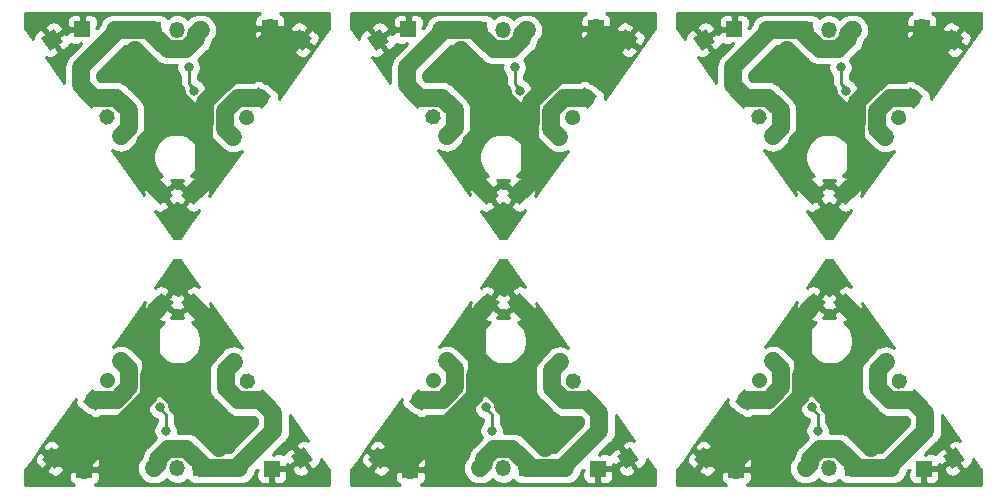
<source format=gbl>
G04 #@! TF.GenerationSoftware,KiCad,Pcbnew,(5.1.12)-1*
G04 #@! TF.CreationDate,2023-06-19T18:47:51+09:00*
G04 #@! TF.ProjectId,LED_Sphere_3V-TypeA-Panelized,4c45445f-5370-4686-9572-655f33562d54,rev?*
G04 #@! TF.SameCoordinates,PX5f5e100PY68e7780*
G04 #@! TF.FileFunction,Copper,L2,Bot*
G04 #@! TF.FilePolarity,Positive*
%FSLAX46Y46*%
G04 Gerber Fmt 4.6, Leading zero omitted, Abs format (unit mm)*
G04 Created by KiCad (PCBNEW (5.1.12)-1) date 2023-06-19 18:47:51*
%MOMM*%
%LPD*%
G01*
G04 APERTURE LIST*
G04 #@! TA.AperFunction,ComponentPad*
%ADD10R,1.350000X1.350000*%
G04 #@! TD*
G04 #@! TA.AperFunction,ComponentPad*
%ADD11O,1.350000X1.350000*%
G04 #@! TD*
G04 #@! TA.AperFunction,ComponentPad*
%ADD12C,0.100000*%
G04 #@! TD*
G04 #@! TA.AperFunction,ViaPad*
%ADD13C,1.500000*%
G04 #@! TD*
G04 #@! TA.AperFunction,ViaPad*
%ADD14C,0.800000*%
G04 #@! TD*
G04 #@! TA.AperFunction,Conductor*
%ADD15C,1.500000*%
G04 #@! TD*
G04 #@! TA.AperFunction,Conductor*
%ADD16C,0.250000*%
G04 #@! TD*
G04 #@! TA.AperFunction,Conductor*
%ADD17C,0.254000*%
G04 #@! TD*
G04 #@! TA.AperFunction,Conductor*
%ADD18C,0.100000*%
G04 #@! TD*
G04 APERTURE END LIST*
D10*
X5470000Y39200000D03*
X33070000Y39200000D03*
X60670000Y39200000D03*
X76730000Y2020000D03*
X49130000Y2020000D03*
X21360000Y39280000D03*
X48960000Y39280000D03*
X76560000Y39280000D03*
X60840000Y1940000D03*
X33240000Y1940000D03*
D11*
X15490000Y39160000D03*
X13490000Y39160000D03*
D10*
X11490000Y39160000D03*
D11*
X43090000Y39160000D03*
X41090000Y39160000D03*
D10*
X39090000Y39160000D03*
D11*
X70690000Y39160000D03*
X68690000Y39160000D03*
D10*
X66690000Y39160000D03*
D11*
X66710000Y2060000D03*
X68710000Y2060000D03*
D10*
X70710000Y2060000D03*
D11*
X39110000Y2060000D03*
X41110000Y2060000D03*
D10*
X43110000Y2060000D03*
G04 #@! TA.AperFunction,ComponentPad*
D12*
G36*
X13798774Y25080804D02*
G01*
X14580804Y26181226D01*
X15681226Y25399196D01*
X14899196Y24298774D01*
X13798774Y25080804D01*
G37*
G04 #@! TD.AperFunction*
G04 #@! TA.AperFunction,ComponentPad*
G36*
X41398774Y25080804D02*
G01*
X42180804Y26181226D01*
X43281226Y25399196D01*
X42499196Y24298774D01*
X41398774Y25080804D01*
G37*
G04 #@! TD.AperFunction*
G04 #@! TA.AperFunction,ComponentPad*
G36*
X68998774Y25080804D02*
G01*
X69780804Y26181226D01*
X70881226Y25399196D01*
X70099196Y24298774D01*
X68998774Y25080804D01*
G37*
G04 #@! TD.AperFunction*
G04 #@! TA.AperFunction,ComponentPad*
G36*
X68401226Y16139196D02*
G01*
X67619196Y15038774D01*
X66518774Y15820804D01*
X67300804Y16921226D01*
X68401226Y16139196D01*
G37*
G04 #@! TD.AperFunction*
G04 #@! TA.AperFunction,ComponentPad*
G36*
X40801226Y16139196D02*
G01*
X40019196Y15038774D01*
X38918774Y15820804D01*
X39700804Y16921226D01*
X40801226Y16139196D01*
G37*
G04 #@! TD.AperFunction*
G04 #@! TA.AperFunction,ComponentPad*
G36*
X12060804Y24318774D02*
G01*
X11278774Y25419196D01*
X12379196Y26201226D01*
X13161226Y25100804D01*
X12060804Y24318774D01*
G37*
G04 #@! TD.AperFunction*
G04 #@! TA.AperFunction,ComponentPad*
G36*
X39660804Y24318774D02*
G01*
X38878774Y25419196D01*
X39979196Y26201226D01*
X40761226Y25100804D01*
X39660804Y24318774D01*
G37*
G04 #@! TD.AperFunction*
G04 #@! TA.AperFunction,ComponentPad*
G36*
X67260804Y24318774D02*
G01*
X66478774Y25419196D01*
X67579196Y26201226D01*
X68361226Y25100804D01*
X67260804Y24318774D01*
G37*
G04 #@! TD.AperFunction*
G04 #@! TA.AperFunction,ComponentPad*
G36*
X70139196Y16901226D02*
G01*
X70921226Y15800804D01*
X69820804Y15018774D01*
X69038774Y16119196D01*
X70139196Y16901226D01*
G37*
G04 #@! TD.AperFunction*
G04 #@! TA.AperFunction,ComponentPad*
G36*
X42539196Y16901226D02*
G01*
X43321226Y15800804D01*
X42220804Y15018774D01*
X41438774Y16119196D01*
X42539196Y16901226D01*
G37*
G04 #@! TD.AperFunction*
G04 #@! TA.AperFunction,ComponentPad*
G36*
G01*
X17681226Y30500760D02*
X17681226Y30500760D01*
G75*
G02*
X18622452Y30659956I550211J-391015D01*
G01*
X18622452Y30659956D01*
G75*
G02*
X18781648Y29718730I-391015J-550211D01*
G01*
X18781648Y29718730D01*
G75*
G02*
X17840422Y29559534I-550211J391015D01*
G01*
X17840422Y29559534D01*
G75*
G02*
X17681226Y30500760I391015J550211D01*
G01*
G37*
G04 #@! TD.AperFunction*
G04 #@! TA.AperFunction,ComponentPad*
G36*
G01*
X18839789Y32131015D02*
X18839789Y32131015D01*
G75*
G02*
X19781015Y32290211I550211J-391015D01*
G01*
X19781015Y32290211D01*
G75*
G02*
X19940211Y31348985I-391015J-550211D01*
G01*
X19940211Y31348985D01*
G75*
G02*
X18998985Y31189789I-550211J391015D01*
G01*
X18998985Y31189789D01*
G75*
G02*
X18839789Y32131015I391015J550211D01*
G01*
G37*
G04 #@! TD.AperFunction*
G04 #@! TA.AperFunction,ComponentPad*
G36*
X19607336Y33211060D02*
G01*
X20389366Y34311482D01*
X21489788Y33529452D01*
X20707758Y32429030D01*
X19607336Y33211060D01*
G37*
G04 #@! TD.AperFunction*
G04 #@! TA.AperFunction,ComponentPad*
G36*
G01*
X45281226Y30500760D02*
X45281226Y30500760D01*
G75*
G02*
X46222452Y30659956I550211J-391015D01*
G01*
X46222452Y30659956D01*
G75*
G02*
X46381648Y29718730I-391015J-550211D01*
G01*
X46381648Y29718730D01*
G75*
G02*
X45440422Y29559534I-550211J391015D01*
G01*
X45440422Y29559534D01*
G75*
G02*
X45281226Y30500760I391015J550211D01*
G01*
G37*
G04 #@! TD.AperFunction*
G04 #@! TA.AperFunction,ComponentPad*
G36*
G01*
X46439789Y32131015D02*
X46439789Y32131015D01*
G75*
G02*
X47381015Y32290211I550211J-391015D01*
G01*
X47381015Y32290211D01*
G75*
G02*
X47540211Y31348985I-391015J-550211D01*
G01*
X47540211Y31348985D01*
G75*
G02*
X46598985Y31189789I-550211J391015D01*
G01*
X46598985Y31189789D01*
G75*
G02*
X46439789Y32131015I391015J550211D01*
G01*
G37*
G04 #@! TD.AperFunction*
G04 #@! TA.AperFunction,ComponentPad*
G36*
X47207336Y33211060D02*
G01*
X47989366Y34311482D01*
X49089788Y33529452D01*
X48307758Y32429030D01*
X47207336Y33211060D01*
G37*
G04 #@! TD.AperFunction*
G04 #@! TA.AperFunction,ComponentPad*
G36*
G01*
X72881226Y30500760D02*
X72881226Y30500760D01*
G75*
G02*
X73822452Y30659956I550211J-391015D01*
G01*
X73822452Y30659956D01*
G75*
G02*
X73981648Y29718730I-391015J-550211D01*
G01*
X73981648Y29718730D01*
G75*
G02*
X73040422Y29559534I-550211J391015D01*
G01*
X73040422Y29559534D01*
G75*
G02*
X72881226Y30500760I391015J550211D01*
G01*
G37*
G04 #@! TD.AperFunction*
G04 #@! TA.AperFunction,ComponentPad*
G36*
G01*
X74039789Y32131015D02*
X74039789Y32131015D01*
G75*
G02*
X74981015Y32290211I550211J-391015D01*
G01*
X74981015Y32290211D01*
G75*
G02*
X75140211Y31348985I-391015J-550211D01*
G01*
X75140211Y31348985D01*
G75*
G02*
X74198985Y31189789I-550211J391015D01*
G01*
X74198985Y31189789D01*
G75*
G02*
X74039789Y32131015I391015J550211D01*
G01*
G37*
G04 #@! TD.AperFunction*
G04 #@! TA.AperFunction,ComponentPad*
G36*
X74807336Y33211060D02*
G01*
X75589366Y34311482D01*
X76689788Y33529452D01*
X75907758Y32429030D01*
X74807336Y33211060D01*
G37*
G04 #@! TD.AperFunction*
G04 #@! TA.AperFunction,ComponentPad*
G36*
G01*
X64518774Y10719240D02*
X64518774Y10719240D01*
G75*
G02*
X63577548Y10560044I-550211J391015D01*
G01*
X63577548Y10560044D01*
G75*
G02*
X63418352Y11501270I391015J550211D01*
G01*
X63418352Y11501270D01*
G75*
G02*
X64359578Y11660466I550211J-391015D01*
G01*
X64359578Y11660466D01*
G75*
G02*
X64518774Y10719240I-391015J-550211D01*
G01*
G37*
G04 #@! TD.AperFunction*
G04 #@! TA.AperFunction,ComponentPad*
G36*
G01*
X63360211Y9088985D02*
X63360211Y9088985D01*
G75*
G02*
X62418985Y8929789I-550211J391015D01*
G01*
X62418985Y8929789D01*
G75*
G02*
X62259789Y9871015I391015J550211D01*
G01*
X62259789Y9871015D01*
G75*
G02*
X63201015Y10030211I550211J-391015D01*
G01*
X63201015Y10030211D01*
G75*
G02*
X63360211Y9088985I-391015J-550211D01*
G01*
G37*
G04 #@! TD.AperFunction*
G04 #@! TA.AperFunction,ComponentPad*
G36*
X62592664Y8008940D02*
G01*
X61810634Y6908518D01*
X60710212Y7690548D01*
X61492242Y8790970D01*
X62592664Y8008940D01*
G37*
G04 #@! TD.AperFunction*
G04 #@! TA.AperFunction,ComponentPad*
G36*
G01*
X36918774Y10719240D02*
X36918774Y10719240D01*
G75*
G02*
X35977548Y10560044I-550211J391015D01*
G01*
X35977548Y10560044D01*
G75*
G02*
X35818352Y11501270I391015J550211D01*
G01*
X35818352Y11501270D01*
G75*
G02*
X36759578Y11660466I550211J-391015D01*
G01*
X36759578Y11660466D01*
G75*
G02*
X36918774Y10719240I-391015J-550211D01*
G01*
G37*
G04 #@! TD.AperFunction*
G04 #@! TA.AperFunction,ComponentPad*
G36*
G01*
X35760211Y9088985D02*
X35760211Y9088985D01*
G75*
G02*
X34818985Y8929789I-550211J391015D01*
G01*
X34818985Y8929789D01*
G75*
G02*
X34659789Y9871015I391015J550211D01*
G01*
X34659789Y9871015D01*
G75*
G02*
X35601015Y10030211I550211J-391015D01*
G01*
X35601015Y10030211D01*
G75*
G02*
X35760211Y9088985I-391015J-550211D01*
G01*
G37*
G04 #@! TD.AperFunction*
G04 #@! TA.AperFunction,ComponentPad*
G36*
X34992664Y8008940D02*
G01*
X34210634Y6908518D01*
X33110212Y7690548D01*
X33892242Y8790970D01*
X34992664Y8008940D01*
G37*
G04 #@! TD.AperFunction*
G04 #@! TA.AperFunction,ComponentPad*
G36*
X23048774Y38160804D02*
G01*
X23830804Y39261226D01*
X24931226Y38479196D01*
X24149196Y37378774D01*
X23048774Y38160804D01*
G37*
G04 #@! TD.AperFunction*
G04 #@! TA.AperFunction,ComponentPad*
G36*
X50648774Y38160804D02*
G01*
X51430804Y39261226D01*
X52531226Y38479196D01*
X51749196Y37378774D01*
X50648774Y38160804D01*
G37*
G04 #@! TD.AperFunction*
G04 #@! TA.AperFunction,ComponentPad*
G36*
X78248774Y38160804D02*
G01*
X79030804Y39261226D01*
X80131226Y38479196D01*
X79349196Y37378774D01*
X78248774Y38160804D01*
G37*
G04 #@! TD.AperFunction*
G04 #@! TA.AperFunction,ComponentPad*
G36*
X59151226Y3059196D02*
G01*
X58369196Y1958774D01*
X57268774Y2740804D01*
X58050804Y3841226D01*
X59151226Y3059196D01*
G37*
G04 #@! TD.AperFunction*
G04 #@! TA.AperFunction,ComponentPad*
G36*
X31551226Y3059196D02*
G01*
X30769196Y1958774D01*
X29668774Y2740804D01*
X30450804Y3841226D01*
X31551226Y3059196D01*
G37*
G04 #@! TD.AperFunction*
G04 #@! TA.AperFunction,ComponentPad*
G36*
X2740804Y37388774D02*
G01*
X1958774Y38489196D01*
X3059196Y39271226D01*
X3841226Y38170804D01*
X2740804Y37388774D01*
G37*
G04 #@! TD.AperFunction*
G04 #@! TA.AperFunction,ComponentPad*
G36*
X30340804Y37388774D02*
G01*
X29558774Y38489196D01*
X30659196Y39271226D01*
X31441226Y38170804D01*
X30340804Y37388774D01*
G37*
G04 #@! TD.AperFunction*
G04 #@! TA.AperFunction,ComponentPad*
G36*
X57940804Y37388774D02*
G01*
X57158774Y38489196D01*
X58259196Y39271226D01*
X59041226Y38170804D01*
X57940804Y37388774D01*
G37*
G04 #@! TD.AperFunction*
G04 #@! TA.AperFunction,ComponentPad*
G36*
X79459196Y3831226D02*
G01*
X80241226Y2730804D01*
X79140804Y1948774D01*
X78358774Y3049196D01*
X79459196Y3831226D01*
G37*
G04 #@! TD.AperFunction*
G04 #@! TA.AperFunction,ComponentPad*
G36*
X51859196Y3831226D02*
G01*
X52641226Y2730804D01*
X51540804Y1948774D01*
X50758774Y3049196D01*
X51859196Y3831226D01*
G37*
G04 #@! TD.AperFunction*
G04 #@! TA.AperFunction,ComponentPad*
G36*
X6242242Y32489030D02*
G01*
X5460212Y33589452D01*
X6560634Y34371482D01*
X7342664Y33271060D01*
X6242242Y32489030D01*
G37*
G04 #@! TD.AperFunction*
G04 #@! TA.AperFunction,ComponentPad*
G36*
G01*
X7009789Y31408985D02*
X7009789Y31408985D01*
G75*
G02*
X7168985Y32350211I550211J391015D01*
G01*
X7168985Y32350211D01*
G75*
G02*
X8110211Y32191015I391015J-550211D01*
G01*
X8110211Y32191015D01*
G75*
G02*
X7951015Y31249789I-550211J-391015D01*
G01*
X7951015Y31249789D01*
G75*
G02*
X7009789Y31408985I-391015J550211D01*
G01*
G37*
G04 #@! TD.AperFunction*
G04 #@! TA.AperFunction,ComponentPad*
G36*
G01*
X8168352Y29778730D02*
X8168352Y29778730D01*
G75*
G02*
X8327548Y30719956I550211J391015D01*
G01*
X8327548Y30719956D01*
G75*
G02*
X9268774Y30560760I391015J-550211D01*
G01*
X9268774Y30560760D01*
G75*
G02*
X9109578Y29619534I-550211J-391015D01*
G01*
X9109578Y29619534D01*
G75*
G02*
X8168352Y29778730I-391015J550211D01*
G01*
G37*
G04 #@! TD.AperFunction*
G04 #@! TA.AperFunction,ComponentPad*
G36*
X33842242Y32489030D02*
G01*
X33060212Y33589452D01*
X34160634Y34371482D01*
X34942664Y33271060D01*
X33842242Y32489030D01*
G37*
G04 #@! TD.AperFunction*
G04 #@! TA.AperFunction,ComponentPad*
G36*
G01*
X34609789Y31408985D02*
X34609789Y31408985D01*
G75*
G02*
X34768985Y32350211I550211J391015D01*
G01*
X34768985Y32350211D01*
G75*
G02*
X35710211Y32191015I391015J-550211D01*
G01*
X35710211Y32191015D01*
G75*
G02*
X35551015Y31249789I-550211J-391015D01*
G01*
X35551015Y31249789D01*
G75*
G02*
X34609789Y31408985I-391015J550211D01*
G01*
G37*
G04 #@! TD.AperFunction*
G04 #@! TA.AperFunction,ComponentPad*
G36*
G01*
X35768352Y29778730D02*
X35768352Y29778730D01*
G75*
G02*
X35927548Y30719956I550211J391015D01*
G01*
X35927548Y30719956D01*
G75*
G02*
X36868774Y30560760I391015J-550211D01*
G01*
X36868774Y30560760D01*
G75*
G02*
X36709578Y29619534I-550211J-391015D01*
G01*
X36709578Y29619534D01*
G75*
G02*
X35768352Y29778730I-391015J550211D01*
G01*
G37*
G04 #@! TD.AperFunction*
G04 #@! TA.AperFunction,ComponentPad*
G36*
X61442242Y32489030D02*
G01*
X60660212Y33589452D01*
X61760634Y34371482D01*
X62542664Y33271060D01*
X61442242Y32489030D01*
G37*
G04 #@! TD.AperFunction*
G04 #@! TA.AperFunction,ComponentPad*
G36*
G01*
X62209789Y31408985D02*
X62209789Y31408985D01*
G75*
G02*
X62368985Y32350211I550211J391015D01*
G01*
X62368985Y32350211D01*
G75*
G02*
X63310211Y32191015I391015J-550211D01*
G01*
X63310211Y32191015D01*
G75*
G02*
X63151015Y31249789I-550211J-391015D01*
G01*
X63151015Y31249789D01*
G75*
G02*
X62209789Y31408985I-391015J550211D01*
G01*
G37*
G04 #@! TD.AperFunction*
G04 #@! TA.AperFunction,ComponentPad*
G36*
G01*
X63368352Y29778730D02*
X63368352Y29778730D01*
G75*
G02*
X63527548Y30719956I550211J391015D01*
G01*
X63527548Y30719956D01*
G75*
G02*
X64468774Y30560760I391015J-550211D01*
G01*
X64468774Y30560760D01*
G75*
G02*
X64309578Y29619534I-550211J-391015D01*
G01*
X64309578Y29619534D01*
G75*
G02*
X63368352Y29778730I-391015J550211D01*
G01*
G37*
G04 #@! TD.AperFunction*
G04 #@! TA.AperFunction,ComponentPad*
G36*
X75957758Y8730970D02*
G01*
X76739788Y7630548D01*
X75639366Y6848518D01*
X74857336Y7948940D01*
X75957758Y8730970D01*
G37*
G04 #@! TD.AperFunction*
G04 #@! TA.AperFunction,ComponentPad*
G36*
G01*
X75190211Y9811015D02*
X75190211Y9811015D01*
G75*
G02*
X75031015Y8869789I-550211J-391015D01*
G01*
X75031015Y8869789D01*
G75*
G02*
X74089789Y9028985I-391015J550211D01*
G01*
X74089789Y9028985D01*
G75*
G02*
X74248985Y9970211I550211J391015D01*
G01*
X74248985Y9970211D01*
G75*
G02*
X75190211Y9811015I391015J-550211D01*
G01*
G37*
G04 #@! TD.AperFunction*
G04 #@! TA.AperFunction,ComponentPad*
G36*
G01*
X74031648Y11441270D02*
X74031648Y11441270D01*
G75*
G02*
X73872452Y10500044I-550211J-391015D01*
G01*
X73872452Y10500044D01*
G75*
G02*
X72931226Y10659240I-391015J550211D01*
G01*
X72931226Y10659240D01*
G75*
G02*
X73090422Y11600466I550211J391015D01*
G01*
X73090422Y11600466D01*
G75*
G02*
X74031648Y11441270I391015J-550211D01*
G01*
G37*
G04 #@! TD.AperFunction*
G04 #@! TA.AperFunction,ComponentPad*
G36*
X48357758Y8730970D02*
G01*
X49139788Y7630548D01*
X48039366Y6848518D01*
X47257336Y7948940D01*
X48357758Y8730970D01*
G37*
G04 #@! TD.AperFunction*
G04 #@! TA.AperFunction,ComponentPad*
G36*
G01*
X47590211Y9811015D02*
X47590211Y9811015D01*
G75*
G02*
X47431015Y8869789I-550211J-391015D01*
G01*
X47431015Y8869789D01*
G75*
G02*
X46489789Y9028985I-391015J550211D01*
G01*
X46489789Y9028985D01*
G75*
G02*
X46648985Y9970211I550211J391015D01*
G01*
X46648985Y9970211D01*
G75*
G02*
X47590211Y9811015I391015J-550211D01*
G01*
G37*
G04 #@! TD.AperFunction*
G04 #@! TA.AperFunction,ComponentPad*
G36*
G01*
X46431648Y11441270D02*
X46431648Y11441270D01*
G75*
G02*
X46272452Y10500044I-550211J-391015D01*
G01*
X46272452Y10500044D01*
G75*
G02*
X45331226Y10659240I-391015J550211D01*
G01*
X45331226Y10659240D01*
G75*
G02*
X45490422Y11600466I550211J391015D01*
G01*
X45490422Y11600466D01*
G75*
G02*
X46431648Y11441270I391015J-550211D01*
G01*
G37*
G04 #@! TD.AperFunction*
G04 #@! TA.AperFunction,ComponentPad*
G36*
X3951226Y3059196D02*
G01*
X3169196Y1958774D01*
X2068774Y2740804D01*
X2850804Y3841226D01*
X3951226Y3059196D01*
G37*
G04 #@! TD.AperFunction*
G04 #@! TA.AperFunction,ComponentPad*
G36*
X7392664Y8008940D02*
G01*
X6610634Y6908518D01*
X5510212Y7690548D01*
X6292242Y8790970D01*
X7392664Y8008940D01*
G37*
G04 #@! TD.AperFunction*
G04 #@! TA.AperFunction,ComponentPad*
G36*
G01*
X8160211Y9088985D02*
X8160211Y9088985D01*
G75*
G02*
X7218985Y8929789I-550211J391015D01*
G01*
X7218985Y8929789D01*
G75*
G02*
X7059789Y9871015I391015J550211D01*
G01*
X7059789Y9871015D01*
G75*
G02*
X8001015Y10030211I550211J-391015D01*
G01*
X8001015Y10030211D01*
G75*
G02*
X8160211Y9088985I-391015J-550211D01*
G01*
G37*
G04 #@! TD.AperFunction*
G04 #@! TA.AperFunction,ComponentPad*
G36*
G01*
X9318774Y10719240D02*
X9318774Y10719240D01*
G75*
G02*
X8377548Y10560044I-550211J391015D01*
G01*
X8377548Y10560044D01*
G75*
G02*
X8218352Y11501270I391015J550211D01*
G01*
X8218352Y11501270D01*
G75*
G02*
X9159578Y11660466I550211J-391015D01*
G01*
X9159578Y11660466D01*
G75*
G02*
X9318774Y10719240I-391015J-550211D01*
G01*
G37*
G04 #@! TD.AperFunction*
G04 #@! TA.AperFunction,ComponentPad*
G36*
X13201226Y16139196D02*
G01*
X12419196Y15038774D01*
X11318774Y15820804D01*
X12100804Y16921226D01*
X13201226Y16139196D01*
G37*
G04 #@! TD.AperFunction*
G04 #@! TA.AperFunction,ComponentPad*
G36*
X14939196Y16901226D02*
G01*
X15721226Y15800804D01*
X14620804Y15018774D01*
X13838774Y16119196D01*
X14939196Y16901226D01*
G37*
G04 #@! TD.AperFunction*
G04 #@! TA.AperFunction,ComponentPad*
G36*
G01*
X18831648Y11441270D02*
X18831648Y11441270D01*
G75*
G02*
X18672452Y10500044I-550211J-391015D01*
G01*
X18672452Y10500044D01*
G75*
G02*
X17731226Y10659240I-391015J550211D01*
G01*
X17731226Y10659240D01*
G75*
G02*
X17890422Y11600466I550211J391015D01*
G01*
X17890422Y11600466D01*
G75*
G02*
X18831648Y11441270I391015J-550211D01*
G01*
G37*
G04 #@! TD.AperFunction*
G04 #@! TA.AperFunction,ComponentPad*
G36*
G01*
X19990211Y9811015D02*
X19990211Y9811015D01*
G75*
G02*
X19831015Y8869789I-550211J-391015D01*
G01*
X19831015Y8869789D01*
G75*
G02*
X18889789Y9028985I-391015J550211D01*
G01*
X18889789Y9028985D01*
G75*
G02*
X19048985Y9970211I550211J391015D01*
G01*
X19048985Y9970211D01*
G75*
G02*
X19990211Y9811015I391015J-550211D01*
G01*
G37*
G04 #@! TD.AperFunction*
G04 #@! TA.AperFunction,ComponentPad*
G36*
X20757758Y8730970D02*
G01*
X21539788Y7630548D01*
X20439366Y6848518D01*
X19657336Y7948940D01*
X20757758Y8730970D01*
G37*
G04 #@! TD.AperFunction*
G04 #@! TA.AperFunction,ComponentPad*
G36*
X24259196Y3831226D02*
G01*
X25041226Y2730804D01*
X23940804Y1948774D01*
X23158774Y3049196D01*
X24259196Y3831226D01*
G37*
G04 #@! TD.AperFunction*
D10*
X21530000Y2020000D03*
X15510000Y2060000D03*
D11*
X13510000Y2060000D03*
X11510000Y2060000D03*
D10*
X5640000Y1940000D03*
D13*
X13520000Y7760000D03*
X17062670Y3760000D03*
X44662670Y3760000D03*
X72262670Y3760000D03*
X65137330Y37460000D03*
X37537330Y37460000D03*
X9937330Y37460000D03*
X41120000Y7760000D03*
X68720000Y7760000D03*
X68680000Y33460000D03*
X41080000Y33460000D03*
X13480000Y33460000D03*
D14*
X12520000Y5230000D03*
X12071693Y7223324D03*
X39671693Y7223324D03*
X67271693Y7223324D03*
X70128307Y33996676D03*
X42528307Y33996676D03*
X14928307Y33996676D03*
X40120000Y5230000D03*
X67720000Y5230000D03*
X69680000Y35990000D03*
X42080000Y35990000D03*
X14480000Y35990000D03*
D15*
X18665254Y7789744D02*
X20598562Y7789744D01*
X17606438Y8848560D02*
X18665254Y7789744D01*
X17606438Y10375256D02*
X17606438Y8848560D01*
X18281437Y11050255D02*
X17606438Y10375256D01*
X15510000Y2465002D02*
X15510000Y2060000D01*
X14290001Y3685001D02*
X15510000Y2465002D01*
X12729999Y3685001D02*
X14290001Y3685001D01*
X11884999Y2840001D02*
X12729999Y3685001D01*
X11884999Y2374999D02*
X11884999Y2840001D01*
X11570000Y2060000D02*
X11884999Y2374999D01*
X11510000Y2060000D02*
X11570000Y2060000D01*
X8384746Y7849744D02*
X6451438Y7849744D01*
X9443562Y8908560D02*
X8384746Y7849744D01*
X9443562Y10435256D02*
X9443562Y8908560D01*
X8768563Y11110255D02*
X9443562Y10435256D01*
X15510000Y2060000D02*
X18780000Y2060000D01*
X18780000Y2330002D02*
X21660000Y5210002D01*
X18780000Y2060000D02*
X18780000Y2330002D01*
X21660000Y6728306D02*
X20598562Y7789744D01*
X21660000Y5210002D02*
X21660000Y6728306D01*
X41890001Y3685001D02*
X43110000Y2465002D01*
X69490001Y3685001D02*
X70710000Y2465002D01*
X67909999Y37534999D02*
X66690000Y38754998D01*
X40309999Y37534999D02*
X39090000Y38754998D01*
X12709999Y37534999D02*
X11490000Y38754998D01*
X36368563Y11110255D02*
X37043562Y10435256D01*
X63968563Y11110255D02*
X64643562Y10435256D01*
X73431437Y30109745D02*
X72756438Y30784744D01*
X45831437Y30109745D02*
X45156438Y30784744D01*
X18231437Y30109745D02*
X17556438Y30784744D01*
X40329999Y3685001D02*
X41890001Y3685001D01*
X67929999Y3685001D02*
X69490001Y3685001D01*
X69470001Y37534999D02*
X67909999Y37534999D01*
X41870001Y37534999D02*
X40309999Y37534999D01*
X14270001Y37534999D02*
X12709999Y37534999D01*
X43110000Y2060000D02*
X46380000Y2060000D01*
X70710000Y2060000D02*
X73980000Y2060000D01*
X66690000Y39160000D02*
X63420000Y39160000D01*
X39090000Y39160000D02*
X35820000Y39160000D01*
X11490000Y39160000D02*
X8220000Y39160000D01*
X46380000Y2060000D02*
X46380000Y2330002D01*
X73980000Y2060000D02*
X73980000Y2330002D01*
X63420000Y39160000D02*
X63420000Y38889998D01*
X35820000Y39160000D02*
X35820000Y38889998D01*
X8220000Y39160000D02*
X8220000Y38889998D01*
X39110000Y2060000D02*
X39170000Y2060000D01*
X66710000Y2060000D02*
X66770000Y2060000D01*
X70690000Y39160000D02*
X70630000Y39160000D01*
X43090000Y39160000D02*
X43030000Y39160000D01*
X15490000Y39160000D02*
X15430000Y39160000D01*
X37043562Y8908560D02*
X35984746Y7849744D01*
X64643562Y8908560D02*
X63584746Y7849744D01*
X72756438Y32311440D02*
X73815254Y33370256D01*
X45156438Y32311440D02*
X46215254Y33370256D01*
X17556438Y32311440D02*
X18615254Y33370256D01*
X49260000Y5210002D02*
X49260000Y6728306D01*
X76860000Y5210002D02*
X76860000Y6728306D01*
X60540000Y36009998D02*
X60540000Y34491694D01*
X32940000Y36009998D02*
X32940000Y34491694D01*
X5340000Y36009998D02*
X5340000Y34491694D01*
X39484999Y2374999D02*
X39484999Y2840001D01*
X67084999Y2374999D02*
X67084999Y2840001D01*
X70315001Y38845001D02*
X70315001Y38379999D01*
X42715001Y38845001D02*
X42715001Y38379999D01*
X15115001Y38845001D02*
X15115001Y38379999D01*
X45206438Y8848560D02*
X46265254Y7789744D01*
X72806438Y8848560D02*
X73865254Y7789744D01*
X64593562Y32371440D02*
X63534746Y33430256D01*
X36993562Y32371440D02*
X35934746Y33430256D01*
X9393562Y32371440D02*
X8334746Y33430256D01*
X37043562Y10435256D02*
X37043562Y8908560D01*
X64643562Y10435256D02*
X64643562Y8908560D01*
X72756438Y30784744D02*
X72756438Y32311440D01*
X45156438Y30784744D02*
X45156438Y32311440D01*
X17556438Y30784744D02*
X17556438Y32311440D01*
X49260000Y6728306D02*
X48198562Y7789744D01*
X76860000Y6728306D02*
X75798562Y7789744D01*
X60540000Y34491694D02*
X61601438Y33430256D01*
X32940000Y34491694D02*
X34001438Y33430256D01*
X5340000Y34491694D02*
X6401438Y33430256D01*
X46265254Y7789744D02*
X48198562Y7789744D01*
X73865254Y7789744D02*
X75798562Y7789744D01*
X63534746Y33430256D02*
X61601438Y33430256D01*
X35934746Y33430256D02*
X34001438Y33430256D01*
X8334746Y33430256D02*
X6401438Y33430256D01*
X45206438Y10375256D02*
X45206438Y8848560D01*
X72806438Y10375256D02*
X72806438Y8848560D01*
X64593562Y30844744D02*
X64593562Y32371440D01*
X36993562Y30844744D02*
X36993562Y32371440D01*
X9393562Y30844744D02*
X9393562Y32371440D01*
X46380000Y2330002D02*
X49260000Y5210002D01*
X73980000Y2330002D02*
X76860000Y5210002D01*
X63420000Y38889998D02*
X60540000Y36009998D01*
X35820000Y38889998D02*
X32940000Y36009998D01*
X8220000Y38889998D02*
X5340000Y36009998D01*
X39170000Y2060000D02*
X39484999Y2374999D01*
X66770000Y2060000D02*
X67084999Y2374999D01*
X70630000Y39160000D02*
X70315001Y38845001D01*
X43030000Y39160000D02*
X42715001Y38845001D01*
X15430000Y39160000D02*
X15115001Y38845001D01*
X39484999Y2840001D02*
X40329999Y3685001D01*
X67084999Y2840001D02*
X67929999Y3685001D01*
X70315001Y38379999D02*
X69470001Y37534999D01*
X42715001Y38379999D02*
X41870001Y37534999D01*
X15115001Y38379999D02*
X14270001Y37534999D01*
X43110000Y2465002D02*
X43110000Y2060000D01*
X70710000Y2465002D02*
X70710000Y2060000D01*
X66690000Y38754998D02*
X66690000Y39160000D01*
X39090000Y38754998D02*
X39090000Y39160000D01*
X11490000Y38754998D02*
X11490000Y39160000D01*
X35984746Y7849744D02*
X34051438Y7849744D01*
X63584746Y7849744D02*
X61651438Y7849744D01*
X73815254Y33370256D02*
X75748562Y33370256D01*
X46215254Y33370256D02*
X48148562Y33370256D01*
X18615254Y33370256D02*
X20548562Y33370256D01*
X45881437Y11050255D02*
X45206438Y10375256D01*
X73481437Y11050255D02*
X72806438Y10375256D01*
X63918563Y30169745D02*
X64593562Y30844744D01*
X36318563Y30169745D02*
X36993562Y30844744D01*
X8718563Y30169745D02*
X9393562Y30844744D01*
X11259999Y14979999D02*
X12260000Y15980000D01*
X11259999Y10020001D02*
X11259999Y14979999D01*
X13520000Y7760000D02*
X11259999Y10020001D01*
X13520000Y7302670D02*
X17062670Y3760000D01*
X13520000Y7760000D02*
X13520000Y7302670D01*
X11143572Y8204393D02*
X5839179Y2900000D01*
X11143572Y9963572D02*
X11143572Y8204393D01*
X5839179Y2900000D02*
X3010000Y2900000D01*
X11200001Y10020001D02*
X11143572Y9963572D01*
X11259999Y10020001D02*
X11200001Y10020001D01*
X5640000Y2700821D02*
X5839179Y2900000D01*
X5640000Y1940000D02*
X5640000Y2700821D01*
X13520000Y8820660D02*
X16230000Y11530660D01*
X13520000Y7760000D02*
X13520000Y8820660D01*
X16230000Y14510000D02*
X14780000Y15960000D01*
X16230000Y11530660D02*
X16230000Y14510000D01*
X38859999Y14979999D02*
X39860000Y15980000D01*
X66459999Y14979999D02*
X67460000Y15980000D01*
X70940001Y26240001D02*
X69940000Y25240000D01*
X43340001Y26240001D02*
X42340000Y25240000D01*
X15740001Y26240001D02*
X14740000Y25240000D01*
X38859999Y10020001D02*
X38859999Y14979999D01*
X66459999Y10020001D02*
X66459999Y14979999D01*
X70940001Y31199999D02*
X70940001Y26240001D01*
X43340001Y31199999D02*
X43340001Y26240001D01*
X15740001Y31199999D02*
X15740001Y26240001D01*
X41120000Y7302670D02*
X44662670Y3760000D01*
X68720000Y7302670D02*
X72262670Y3760000D01*
X68680000Y33917330D02*
X65137330Y37460000D01*
X41080000Y33917330D02*
X37537330Y37460000D01*
X13480000Y33917330D02*
X9937330Y37460000D01*
X38743572Y8204393D02*
X33439179Y2900000D01*
X66343572Y8204393D02*
X61039179Y2900000D01*
X71056428Y33015607D02*
X76360821Y38320000D01*
X43456428Y33015607D02*
X48760821Y38320000D01*
X15856428Y33015607D02*
X21160821Y38320000D01*
X41120000Y7760000D02*
X41120000Y7302670D01*
X68720000Y7760000D02*
X68720000Y7302670D01*
X68680000Y33460000D02*
X68680000Y33917330D01*
X41080000Y33460000D02*
X41080000Y33917330D01*
X13480000Y33460000D02*
X13480000Y33917330D01*
X38743572Y9963572D02*
X38743572Y8204393D01*
X66343572Y9963572D02*
X66343572Y8204393D01*
X71056428Y31256428D02*
X71056428Y33015607D01*
X43456428Y31256428D02*
X43456428Y33015607D01*
X15856428Y31256428D02*
X15856428Y33015607D01*
X33439179Y2900000D02*
X30610000Y2900000D01*
X61039179Y2900000D02*
X58210000Y2900000D01*
X76360821Y38320000D02*
X79190000Y38320000D01*
X48760821Y38320000D02*
X51590000Y38320000D01*
X21160821Y38320000D02*
X23990000Y38320000D01*
X38800001Y10020001D02*
X38743572Y9963572D01*
X66400001Y10020001D02*
X66343572Y9963572D01*
X70999999Y31199999D02*
X71056428Y31256428D01*
X43399999Y31199999D02*
X43456428Y31256428D01*
X15799999Y31199999D02*
X15856428Y31256428D01*
X41120000Y7760000D02*
X38859999Y10020001D01*
X68720000Y7760000D02*
X66459999Y10020001D01*
X68680000Y33460000D02*
X70940001Y31199999D01*
X41080000Y33460000D02*
X43340001Y31199999D01*
X13480000Y33460000D02*
X15740001Y31199999D01*
X38859999Y10020001D02*
X38800001Y10020001D01*
X66459999Y10020001D02*
X66400001Y10020001D01*
X70940001Y31199999D02*
X70999999Y31199999D01*
X43340001Y31199999D02*
X43399999Y31199999D01*
X15740001Y31199999D02*
X15799999Y31199999D01*
X33240000Y2700821D02*
X33439179Y2900000D01*
X60840000Y2700821D02*
X61039179Y2900000D01*
X76560000Y38519179D02*
X76360821Y38320000D01*
X48960000Y38519179D02*
X48760821Y38320000D01*
X21360000Y38519179D02*
X21160821Y38320000D01*
X33240000Y1940000D02*
X33240000Y2700821D01*
X60840000Y1940000D02*
X60840000Y2700821D01*
X76560000Y39280000D02*
X76560000Y38519179D01*
X48960000Y39280000D02*
X48960000Y38519179D01*
X21360000Y39280000D02*
X21360000Y38519179D01*
X43830000Y14510000D02*
X42380000Y15960000D01*
X71430000Y14510000D02*
X69980000Y15960000D01*
X65970000Y26710000D02*
X67420000Y25260000D01*
X38370000Y26710000D02*
X39820000Y25260000D01*
X10770000Y26710000D02*
X12220000Y25260000D01*
X41120000Y7760000D02*
X41120000Y8820660D01*
X68720000Y7760000D02*
X68720000Y8820660D01*
X68680000Y33460000D02*
X68680000Y32399340D01*
X41080000Y33460000D02*
X41080000Y32399340D01*
X13480000Y33460000D02*
X13480000Y32399340D01*
X43830000Y11530660D02*
X43830000Y14510000D01*
X71430000Y11530660D02*
X71430000Y14510000D01*
X65970000Y29689340D02*
X65970000Y26710000D01*
X38370000Y29689340D02*
X38370000Y26710000D01*
X10770000Y29689340D02*
X10770000Y26710000D01*
X41120000Y8820660D02*
X43830000Y11530660D01*
X68720000Y8820660D02*
X71430000Y11530660D01*
X68680000Y32399340D02*
X65970000Y29689340D01*
X41080000Y32399340D02*
X38370000Y29689340D01*
X13480000Y32399340D02*
X10770000Y29689340D01*
D16*
X12520000Y5230000D02*
X12520000Y6610000D01*
X12071693Y7058307D02*
X12071693Y7223324D01*
X12520000Y6610000D02*
X12071693Y7058307D01*
X40120000Y6610000D02*
X39671693Y7058307D01*
X67720000Y6610000D02*
X67271693Y7058307D01*
X69680000Y34610000D02*
X70128307Y34161693D01*
X42080000Y34610000D02*
X42528307Y34161693D01*
X14480000Y34610000D02*
X14928307Y34161693D01*
X40120000Y5230000D02*
X40120000Y6610000D01*
X67720000Y5230000D02*
X67720000Y6610000D01*
X69680000Y35990000D02*
X69680000Y34610000D01*
X42080000Y35990000D02*
X42080000Y34610000D01*
X14480000Y35990000D02*
X14480000Y34610000D01*
X39671693Y7058307D02*
X39671693Y7223324D01*
X67271693Y7058307D02*
X67271693Y7223324D01*
X70128307Y34161693D02*
X70128307Y33996676D01*
X42528307Y34161693D02*
X42528307Y33996676D01*
X14928307Y34161693D02*
X14928307Y33996676D01*
D17*
X15341443Y17392880D02*
X15278267Y17441751D01*
X15166300Y17497514D01*
X15045607Y17530362D01*
X14920824Y17539033D01*
X14796747Y17523194D01*
X14678144Y17483453D01*
X14569573Y17421336D01*
X14254064Y17193347D01*
X14216624Y16971985D01*
X14809953Y16137090D01*
X14826255Y16148675D01*
X14973393Y15941633D01*
X14957090Y15930047D01*
X15550419Y15095153D01*
X15771781Y15057712D01*
X16090849Y15280693D01*
X16185216Y15362797D01*
X16261751Y15461733D01*
X16317514Y15573700D01*
X16350362Y15694393D01*
X16359033Y15819176D01*
X16343194Y15943253D01*
X16318767Y16016153D01*
X19002944Y12235036D01*
X18814017Y12336019D01*
X18552944Y12415215D01*
X18281437Y12441955D01*
X18009930Y12415215D01*
X17748856Y12336019D01*
X17508250Y12207412D01*
X17350204Y12077707D01*
X16675203Y11402706D01*
X16622357Y11359336D01*
X16449281Y11148443D01*
X16352745Y10967837D01*
X16320674Y10907836D01*
X16247964Y10668142D01*
X16241478Y10646762D01*
X16221438Y10443292D01*
X16221438Y10443285D01*
X16214738Y10375256D01*
X16221438Y10307227D01*
X16221438Y8916589D01*
X16214738Y8848560D01*
X16221438Y8780531D01*
X16221438Y8780523D01*
X16235569Y8637053D01*
X16241478Y8577053D01*
X16320674Y8315980D01*
X16449282Y8075372D01*
X16578986Y7917327D01*
X16578989Y7917324D01*
X16622358Y7864479D01*
X16675202Y7821111D01*
X17637804Y6858508D01*
X17681173Y6805663D01*
X17734018Y6762294D01*
X17734020Y6762292D01*
X17769630Y6733068D01*
X17892066Y6632587D01*
X18051618Y6547305D01*
X18132673Y6503980D01*
X18393746Y6424784D01*
X18408479Y6423333D01*
X18597217Y6404744D01*
X18597225Y6404744D01*
X18665254Y6398044D01*
X18733283Y6404744D01*
X19983771Y6404744D01*
X20001360Y6384528D01*
X20100296Y6307993D01*
X20142792Y6286828D01*
X20275000Y6154620D01*
X20275000Y5783688D01*
X17936313Y3445000D01*
X16497431Y3445000D01*
X16494080Y3449083D01*
X16441241Y3492447D01*
X15317455Y4616232D01*
X15274082Y4669082D01*
X15063189Y4842158D01*
X14822582Y4970765D01*
X14561508Y5049961D01*
X14358038Y5070001D01*
X14358030Y5070001D01*
X14290001Y5076701D01*
X14221972Y5070001D01*
X13543451Y5070001D01*
X13555000Y5128061D01*
X13555000Y5331939D01*
X13515226Y5531898D01*
X13437205Y5720256D01*
X13323937Y5889774D01*
X13280000Y5933711D01*
X13280000Y6572677D01*
X13283676Y6610000D01*
X13280000Y6647323D01*
X13280000Y6647333D01*
X13269003Y6758986D01*
X13225546Y6902247D01*
X13154974Y7034276D01*
X13102165Y7098623D01*
X13106693Y7121385D01*
X13106693Y7325263D01*
X13066919Y7525222D01*
X12988898Y7713580D01*
X12875630Y7883098D01*
X12731467Y8027261D01*
X12561949Y8140529D01*
X12373591Y8218550D01*
X12173632Y8258324D01*
X11969754Y8258324D01*
X11769795Y8218550D01*
X11581437Y8140529D01*
X11411919Y8027261D01*
X11267756Y7883098D01*
X11154488Y7713580D01*
X11076467Y7525222D01*
X11036693Y7325263D01*
X11036693Y7121385D01*
X11076467Y6921426D01*
X11154488Y6733068D01*
X11267756Y6563550D01*
X11411919Y6419387D01*
X11581437Y6306119D01*
X11760001Y6232155D01*
X11760001Y5933712D01*
X11716063Y5889774D01*
X11602795Y5720256D01*
X11524774Y5531898D01*
X11485000Y5331939D01*
X11485000Y5128061D01*
X11524774Y4928102D01*
X11602795Y4739744D01*
X11692221Y4605908D01*
X10953764Y3867451D01*
X10900919Y3824082D01*
X10857549Y3771236D01*
X10857547Y3771234D01*
X10831880Y3739959D01*
X10727842Y3613189D01*
X10599235Y3372582D01*
X10520039Y3111508D01*
X10511690Y3026744D01*
X10352843Y2833188D01*
X10224236Y2592581D01*
X10145040Y2331507D01*
X10118299Y2060000D01*
X10145040Y1788493D01*
X10224236Y1527419D01*
X10352843Y1286812D01*
X10525919Y1075919D01*
X10736812Y902843D01*
X10977419Y774236D01*
X11238493Y695040D01*
X11441963Y675000D01*
X11501971Y675000D01*
X11570000Y668300D01*
X11638029Y675000D01*
X11638037Y675000D01*
X11841507Y695040D01*
X12102581Y774236D01*
X12343188Y902843D01*
X12554081Y1075919D01*
X12593468Y1123911D01*
X12674923Y1042456D01*
X12889482Y899093D01*
X13127887Y800342D01*
X13380976Y750000D01*
X13639024Y750000D01*
X13892113Y800342D01*
X14130518Y899093D01*
X14312513Y1020697D01*
X14383815Y933815D01*
X14480506Y854463D01*
X14590820Y795498D01*
X14710518Y759188D01*
X14835000Y746928D01*
X15067441Y746928D01*
X15238493Y695040D01*
X15441963Y675000D01*
X15441964Y675000D01*
X15510000Y668299D01*
X15578037Y675000D01*
X18711963Y675000D01*
X18780000Y668299D01*
X18848036Y675000D01*
X18848037Y675000D01*
X19051507Y695040D01*
X19312581Y774236D01*
X19553188Y902843D01*
X19764081Y1075919D01*
X19937157Y1286812D01*
X20065764Y1527419D01*
X20122223Y1713540D01*
X20301681Y1892998D01*
X20378748Y1892998D01*
X20220000Y1734250D01*
X20216928Y1345000D01*
X20229188Y1220518D01*
X20265498Y1100820D01*
X20324463Y990506D01*
X20403815Y893815D01*
X20500506Y814463D01*
X20610820Y755498D01*
X20730518Y719188D01*
X20855000Y706928D01*
X21244250Y710000D01*
X21403000Y868750D01*
X21403000Y1893000D01*
X21657000Y1893000D01*
X21657000Y868750D01*
X21815750Y710000D01*
X22205000Y706928D01*
X22329482Y719188D01*
X22449180Y755498D01*
X22559494Y814463D01*
X22656185Y893815D01*
X22735537Y990506D01*
X22794502Y1100820D01*
X22830812Y1220518D01*
X22843072Y1345000D01*
X22840000Y1734250D01*
X22681250Y1893000D01*
X21657000Y1893000D01*
X21403000Y1893000D01*
X21383000Y1893000D01*
X21383000Y1898219D01*
X23197712Y1898219D01*
X23420693Y1579151D01*
X23502797Y1484784D01*
X23601733Y1408249D01*
X23713700Y1352486D01*
X23834393Y1319638D01*
X23959176Y1310967D01*
X24083253Y1326806D01*
X24201856Y1366547D01*
X24310427Y1428664D01*
X24625936Y1656653D01*
X24663376Y1878015D01*
X24070047Y2712910D01*
X23235153Y2119581D01*
X23197712Y1898219D01*
X21383000Y1898219D01*
X21383000Y2147000D01*
X21403000Y2147000D01*
X21403000Y2167000D01*
X21657000Y2167000D01*
X21657000Y2147000D01*
X22681250Y2147000D01*
X22840000Y2305750D01*
X22840743Y2399920D01*
X22866653Y2364064D01*
X23088015Y2326624D01*
X23922910Y2919953D01*
X23329581Y3754847D01*
X23108219Y3792288D01*
X22789151Y3569307D01*
X22694784Y3487203D01*
X22618249Y3388267D01*
X22562486Y3276300D01*
X22550045Y3230588D01*
X22449180Y3284502D01*
X22329482Y3320812D01*
X22205000Y3333072D01*
X21815750Y3330000D01*
X21657002Y3171252D01*
X21657002Y3248318D01*
X22591241Y4182557D01*
X22644080Y4225921D01*
X22687445Y4278761D01*
X22687452Y4278768D01*
X22817156Y4436813D01*
X22817158Y4436815D01*
X22945764Y4677421D01*
X23024960Y4938495D01*
X23045000Y5141965D01*
X23045000Y5141974D01*
X23051700Y5210001D01*
X23045000Y5278028D01*
X23045000Y6541118D01*
X24577763Y4381963D01*
X24486300Y4427514D01*
X24365607Y4460362D01*
X24240824Y4469033D01*
X24116747Y4453194D01*
X23998144Y4413453D01*
X23889573Y4351336D01*
X23574064Y4123347D01*
X23536624Y3901985D01*
X24129953Y3067090D01*
X24146255Y3078675D01*
X24293393Y2871633D01*
X24277090Y2860047D01*
X24870419Y2025153D01*
X25091781Y1987712D01*
X25410849Y2210693D01*
X25505216Y2292797D01*
X25581751Y2391733D01*
X25637514Y2503700D01*
X25670362Y2624393D01*
X25679033Y2749176D01*
X25666354Y2848498D01*
X26340001Y1899552D01*
X26340000Y660000D01*
X6508090Y660000D01*
X6559180Y675498D01*
X6669494Y734463D01*
X6766185Y813815D01*
X6845537Y910506D01*
X6904502Y1020820D01*
X6940812Y1140518D01*
X6953072Y1265000D01*
X6950000Y1654250D01*
X6791250Y1813000D01*
X5767000Y1813000D01*
X5767000Y1793000D01*
X5513000Y1793000D01*
X5513000Y1813000D01*
X4488750Y1813000D01*
X4330000Y1654250D01*
X4326928Y1265000D01*
X4339188Y1140518D01*
X4375498Y1020820D01*
X4434463Y910506D01*
X4513815Y813815D01*
X4610506Y734463D01*
X4720820Y675498D01*
X4771910Y660000D01*
X660000Y660000D01*
X660000Y1888015D01*
X2446624Y1888015D01*
X2484064Y1666653D01*
X2799573Y1438664D01*
X2908144Y1376547D01*
X3026747Y1336806D01*
X3150824Y1320967D01*
X3275607Y1329638D01*
X3396300Y1362486D01*
X3508267Y1418249D01*
X3607203Y1494784D01*
X3689307Y1589151D01*
X3912288Y1908219D01*
X3874847Y2129581D01*
X3039953Y2722910D01*
X2446624Y1888015D01*
X660000Y1888015D01*
X660000Y1899555D01*
X1270236Y2759176D01*
X1430967Y2759176D01*
X1439638Y2634393D01*
X1472486Y2513700D01*
X1528249Y2401733D01*
X1604784Y2302797D01*
X1699151Y2220693D01*
X2018219Y1997712D01*
X2239581Y2035153D01*
X2832910Y2870047D01*
X2748615Y2929953D01*
X3187090Y2929953D01*
X4021985Y2336624D01*
X4243347Y2374064D01*
X4327906Y2491083D01*
X4330000Y2225750D01*
X4488750Y2067000D01*
X5513000Y2067000D01*
X5513000Y3091250D01*
X5767000Y3091250D01*
X5767000Y2067000D01*
X6791250Y2067000D01*
X6950000Y2225750D01*
X6953072Y2615000D01*
X6940812Y2739482D01*
X6904502Y2859180D01*
X6845537Y2969494D01*
X6766185Y3066185D01*
X6669494Y3145537D01*
X6559180Y3204502D01*
X6439482Y3240812D01*
X6315000Y3253072D01*
X5925750Y3250000D01*
X5767000Y3091250D01*
X5513000Y3091250D01*
X5354250Y3250000D01*
X4965000Y3253072D01*
X4840518Y3240812D01*
X4720820Y3204502D01*
X4610506Y3145537D01*
X4583308Y3123216D01*
X4580362Y3165607D01*
X4547514Y3286300D01*
X4491751Y3398267D01*
X4415216Y3497203D01*
X4320849Y3579307D01*
X4001781Y3802288D01*
X3780419Y3764847D01*
X3187090Y2929953D01*
X2748615Y2929953D01*
X1998015Y3463376D01*
X1776653Y3425936D01*
X1548664Y3110427D01*
X1486547Y3001856D01*
X1446806Y2883253D01*
X1430967Y2759176D01*
X1270236Y2759176D01*
X2074261Y3891781D01*
X2107712Y3891781D01*
X2145153Y3670419D01*
X2980047Y3077090D01*
X3573376Y3911985D01*
X3535936Y4133347D01*
X3220427Y4361336D01*
X3111856Y4423453D01*
X2993253Y4463194D01*
X2869176Y4479033D01*
X2744393Y4470362D01*
X2623700Y4437514D01*
X2511733Y4381751D01*
X2412797Y4305216D01*
X2330693Y4210849D01*
X2107712Y3891781D01*
X2074261Y3891781D01*
X4902684Y7876090D01*
X4888244Y7832998D01*
X4872405Y7708921D01*
X4881075Y7584138D01*
X4913924Y7463444D01*
X4969687Y7351478D01*
X5046222Y7252542D01*
X5140589Y7170438D01*
X5324490Y7039746D01*
X5467357Y6865663D01*
X5678250Y6692587D01*
X5918857Y6563980D01*
X6049888Y6524232D01*
X6241011Y6388408D01*
X6349581Y6326292D01*
X6468184Y6286550D01*
X6592261Y6270711D01*
X6717044Y6279381D01*
X6837738Y6312230D01*
X6949704Y6367993D01*
X7048640Y6444528D01*
X7066229Y6464744D01*
X8316717Y6464744D01*
X8384746Y6458044D01*
X8452775Y6464744D01*
X8452783Y6464744D01*
X8656253Y6484784D01*
X8917327Y6563980D01*
X9157934Y6692587D01*
X9368827Y6865663D01*
X9412200Y6918513D01*
X10374798Y7881110D01*
X10427643Y7924479D01*
X10481881Y7990567D01*
X10566163Y8093266D01*
X10600719Y8135372D01*
X10729326Y8375979D01*
X10792709Y8584923D01*
X10808522Y8637052D01*
X10816788Y8720978D01*
X10828562Y8840523D01*
X10828562Y8840531D01*
X10835262Y8908560D01*
X10828562Y8976589D01*
X10828562Y10367227D01*
X10835262Y10435256D01*
X10828562Y10503285D01*
X10828562Y10503293D01*
X10808522Y10706763D01*
X10729326Y10967837D01*
X10600719Y11208444D01*
X10511273Y11317434D01*
X10471014Y11366489D01*
X10471012Y11366491D01*
X10427642Y11419337D01*
X10374797Y11462706D01*
X9699796Y12137707D01*
X9541751Y12267411D01*
X9301143Y12396019D01*
X9040070Y12475215D01*
X8768563Y12501955D01*
X8497056Y12475215D01*
X8235983Y12396019D01*
X8035120Y12288655D01*
X8551103Y13015505D01*
X11575000Y13015505D01*
X11575000Y12624495D01*
X11651282Y12240997D01*
X11800915Y11879750D01*
X12018149Y11554636D01*
X12294636Y11278149D01*
X12619750Y11060915D01*
X12980997Y10911282D01*
X13364495Y10835000D01*
X13755505Y10835000D01*
X14139003Y10911282D01*
X14500250Y11060915D01*
X14825364Y11278149D01*
X15101851Y11554636D01*
X15319085Y11879750D01*
X15468718Y12240997D01*
X15545000Y12624495D01*
X15545000Y13015505D01*
X15468718Y13399003D01*
X15319085Y13760250D01*
X15101851Y14085364D01*
X14825364Y14361851D01*
X14769778Y14398992D01*
X14881856Y14436547D01*
X14990427Y14498664D01*
X15305936Y14726653D01*
X15343376Y14948015D01*
X14750047Y15782910D01*
X13915153Y15189581D01*
X13877712Y14968219D01*
X14029925Y14750415D01*
X13755505Y14805000D01*
X13364495Y14805000D01*
X12980997Y14728718D01*
X12980910Y14728682D01*
X13162288Y14988219D01*
X13124847Y15209581D01*
X12289953Y15802910D01*
X11696624Y14968015D01*
X11734064Y14746653D01*
X12049573Y14518664D01*
X12158144Y14456547D01*
X12276747Y14416806D01*
X12360820Y14406074D01*
X12294636Y14361851D01*
X12018149Y14085364D01*
X11800915Y13760250D01*
X11651282Y13399003D01*
X11575000Y13015505D01*
X8551103Y13015505D01*
X10772559Y16144800D01*
X10736547Y16081856D01*
X10696806Y15963253D01*
X10680967Y15839176D01*
X10689638Y15714393D01*
X10722486Y15593700D01*
X10778249Y15481733D01*
X10854784Y15382797D01*
X10949151Y15300693D01*
X11268219Y15077712D01*
X11489581Y15115153D01*
X12082910Y15950047D01*
X12066607Y15961633D01*
X12100946Y16009953D01*
X12437090Y16009953D01*
X13271985Y15416624D01*
X13493347Y15454064D01*
X13512774Y15480949D01*
X13546653Y15434064D01*
X13768015Y15396624D01*
X14602910Y15989953D01*
X14009581Y16824847D01*
X13788219Y16862288D01*
X13534309Y16684843D01*
X13251781Y16882288D01*
X13030419Y16844847D01*
X12437090Y16009953D01*
X12100946Y16009953D01*
X12213745Y16168675D01*
X12230047Y16157090D01*
X12823376Y16991985D01*
X12785936Y17213347D01*
X12470427Y17441336D01*
X12361856Y17503453D01*
X12243253Y17543194D01*
X12119176Y17559033D01*
X11994393Y17550362D01*
X11873700Y17517514D01*
X11761733Y17461751D01*
X11662797Y17385216D01*
X11610219Y17324786D01*
X13260866Y19650000D01*
X13739135Y19650000D01*
X15341443Y17392880D01*
G04 #@! TA.AperFunction,Conductor*
D18*
G36*
X15341443Y17392880D02*
G01*
X15278267Y17441751D01*
X15166300Y17497514D01*
X15045607Y17530362D01*
X14920824Y17539033D01*
X14796747Y17523194D01*
X14678144Y17483453D01*
X14569573Y17421336D01*
X14254064Y17193347D01*
X14216624Y16971985D01*
X14809953Y16137090D01*
X14826255Y16148675D01*
X14973393Y15941633D01*
X14957090Y15930047D01*
X15550419Y15095153D01*
X15771781Y15057712D01*
X16090849Y15280693D01*
X16185216Y15362797D01*
X16261751Y15461733D01*
X16317514Y15573700D01*
X16350362Y15694393D01*
X16359033Y15819176D01*
X16343194Y15943253D01*
X16318767Y16016153D01*
X19002944Y12235036D01*
X18814017Y12336019D01*
X18552944Y12415215D01*
X18281437Y12441955D01*
X18009930Y12415215D01*
X17748856Y12336019D01*
X17508250Y12207412D01*
X17350204Y12077707D01*
X16675203Y11402706D01*
X16622357Y11359336D01*
X16449281Y11148443D01*
X16352745Y10967837D01*
X16320674Y10907836D01*
X16247964Y10668142D01*
X16241478Y10646762D01*
X16221438Y10443292D01*
X16221438Y10443285D01*
X16214738Y10375256D01*
X16221438Y10307227D01*
X16221438Y8916589D01*
X16214738Y8848560D01*
X16221438Y8780531D01*
X16221438Y8780523D01*
X16235569Y8637053D01*
X16241478Y8577053D01*
X16320674Y8315980D01*
X16449282Y8075372D01*
X16578986Y7917327D01*
X16578989Y7917324D01*
X16622358Y7864479D01*
X16675202Y7821111D01*
X17637804Y6858508D01*
X17681173Y6805663D01*
X17734018Y6762294D01*
X17734020Y6762292D01*
X17769630Y6733068D01*
X17892066Y6632587D01*
X18051618Y6547305D01*
X18132673Y6503980D01*
X18393746Y6424784D01*
X18408479Y6423333D01*
X18597217Y6404744D01*
X18597225Y6404744D01*
X18665254Y6398044D01*
X18733283Y6404744D01*
X19983771Y6404744D01*
X20001360Y6384528D01*
X20100296Y6307993D01*
X20142792Y6286828D01*
X20275000Y6154620D01*
X20275000Y5783688D01*
X17936313Y3445000D01*
X16497431Y3445000D01*
X16494080Y3449083D01*
X16441241Y3492447D01*
X15317455Y4616232D01*
X15274082Y4669082D01*
X15063189Y4842158D01*
X14822582Y4970765D01*
X14561508Y5049961D01*
X14358038Y5070001D01*
X14358030Y5070001D01*
X14290001Y5076701D01*
X14221972Y5070001D01*
X13543451Y5070001D01*
X13555000Y5128061D01*
X13555000Y5331939D01*
X13515226Y5531898D01*
X13437205Y5720256D01*
X13323937Y5889774D01*
X13280000Y5933711D01*
X13280000Y6572677D01*
X13283676Y6610000D01*
X13280000Y6647323D01*
X13280000Y6647333D01*
X13269003Y6758986D01*
X13225546Y6902247D01*
X13154974Y7034276D01*
X13102165Y7098623D01*
X13106693Y7121385D01*
X13106693Y7325263D01*
X13066919Y7525222D01*
X12988898Y7713580D01*
X12875630Y7883098D01*
X12731467Y8027261D01*
X12561949Y8140529D01*
X12373591Y8218550D01*
X12173632Y8258324D01*
X11969754Y8258324D01*
X11769795Y8218550D01*
X11581437Y8140529D01*
X11411919Y8027261D01*
X11267756Y7883098D01*
X11154488Y7713580D01*
X11076467Y7525222D01*
X11036693Y7325263D01*
X11036693Y7121385D01*
X11076467Y6921426D01*
X11154488Y6733068D01*
X11267756Y6563550D01*
X11411919Y6419387D01*
X11581437Y6306119D01*
X11760001Y6232155D01*
X11760001Y5933712D01*
X11716063Y5889774D01*
X11602795Y5720256D01*
X11524774Y5531898D01*
X11485000Y5331939D01*
X11485000Y5128061D01*
X11524774Y4928102D01*
X11602795Y4739744D01*
X11692221Y4605908D01*
X10953764Y3867451D01*
X10900919Y3824082D01*
X10857549Y3771236D01*
X10857547Y3771234D01*
X10831880Y3739959D01*
X10727842Y3613189D01*
X10599235Y3372582D01*
X10520039Y3111508D01*
X10511690Y3026744D01*
X10352843Y2833188D01*
X10224236Y2592581D01*
X10145040Y2331507D01*
X10118299Y2060000D01*
X10145040Y1788493D01*
X10224236Y1527419D01*
X10352843Y1286812D01*
X10525919Y1075919D01*
X10736812Y902843D01*
X10977419Y774236D01*
X11238493Y695040D01*
X11441963Y675000D01*
X11501971Y675000D01*
X11570000Y668300D01*
X11638029Y675000D01*
X11638037Y675000D01*
X11841507Y695040D01*
X12102581Y774236D01*
X12343188Y902843D01*
X12554081Y1075919D01*
X12593468Y1123911D01*
X12674923Y1042456D01*
X12889482Y899093D01*
X13127887Y800342D01*
X13380976Y750000D01*
X13639024Y750000D01*
X13892113Y800342D01*
X14130518Y899093D01*
X14312513Y1020697D01*
X14383815Y933815D01*
X14480506Y854463D01*
X14590820Y795498D01*
X14710518Y759188D01*
X14835000Y746928D01*
X15067441Y746928D01*
X15238493Y695040D01*
X15441963Y675000D01*
X15441964Y675000D01*
X15510000Y668299D01*
X15578037Y675000D01*
X18711963Y675000D01*
X18780000Y668299D01*
X18848036Y675000D01*
X18848037Y675000D01*
X19051507Y695040D01*
X19312581Y774236D01*
X19553188Y902843D01*
X19764081Y1075919D01*
X19937157Y1286812D01*
X20065764Y1527419D01*
X20122223Y1713540D01*
X20301681Y1892998D01*
X20378748Y1892998D01*
X20220000Y1734250D01*
X20216928Y1345000D01*
X20229188Y1220518D01*
X20265498Y1100820D01*
X20324463Y990506D01*
X20403815Y893815D01*
X20500506Y814463D01*
X20610820Y755498D01*
X20730518Y719188D01*
X20855000Y706928D01*
X21244250Y710000D01*
X21403000Y868750D01*
X21403000Y1893000D01*
X21657000Y1893000D01*
X21657000Y868750D01*
X21815750Y710000D01*
X22205000Y706928D01*
X22329482Y719188D01*
X22449180Y755498D01*
X22559494Y814463D01*
X22656185Y893815D01*
X22735537Y990506D01*
X22794502Y1100820D01*
X22830812Y1220518D01*
X22843072Y1345000D01*
X22840000Y1734250D01*
X22681250Y1893000D01*
X21657000Y1893000D01*
X21403000Y1893000D01*
X21383000Y1893000D01*
X21383000Y1898219D01*
X23197712Y1898219D01*
X23420693Y1579151D01*
X23502797Y1484784D01*
X23601733Y1408249D01*
X23713700Y1352486D01*
X23834393Y1319638D01*
X23959176Y1310967D01*
X24083253Y1326806D01*
X24201856Y1366547D01*
X24310427Y1428664D01*
X24625936Y1656653D01*
X24663376Y1878015D01*
X24070047Y2712910D01*
X23235153Y2119581D01*
X23197712Y1898219D01*
X21383000Y1898219D01*
X21383000Y2147000D01*
X21403000Y2147000D01*
X21403000Y2167000D01*
X21657000Y2167000D01*
X21657000Y2147000D01*
X22681250Y2147000D01*
X22840000Y2305750D01*
X22840743Y2399920D01*
X22866653Y2364064D01*
X23088015Y2326624D01*
X23922910Y2919953D01*
X23329581Y3754847D01*
X23108219Y3792288D01*
X22789151Y3569307D01*
X22694784Y3487203D01*
X22618249Y3388267D01*
X22562486Y3276300D01*
X22550045Y3230588D01*
X22449180Y3284502D01*
X22329482Y3320812D01*
X22205000Y3333072D01*
X21815750Y3330000D01*
X21657002Y3171252D01*
X21657002Y3248318D01*
X22591241Y4182557D01*
X22644080Y4225921D01*
X22687445Y4278761D01*
X22687452Y4278768D01*
X22817156Y4436813D01*
X22817158Y4436815D01*
X22945764Y4677421D01*
X23024960Y4938495D01*
X23045000Y5141965D01*
X23045000Y5141974D01*
X23051700Y5210001D01*
X23045000Y5278028D01*
X23045000Y6541118D01*
X24577763Y4381963D01*
X24486300Y4427514D01*
X24365607Y4460362D01*
X24240824Y4469033D01*
X24116747Y4453194D01*
X23998144Y4413453D01*
X23889573Y4351336D01*
X23574064Y4123347D01*
X23536624Y3901985D01*
X24129953Y3067090D01*
X24146255Y3078675D01*
X24293393Y2871633D01*
X24277090Y2860047D01*
X24870419Y2025153D01*
X25091781Y1987712D01*
X25410849Y2210693D01*
X25505216Y2292797D01*
X25581751Y2391733D01*
X25637514Y2503700D01*
X25670362Y2624393D01*
X25679033Y2749176D01*
X25666354Y2848498D01*
X26340001Y1899552D01*
X26340000Y660000D01*
X6508090Y660000D01*
X6559180Y675498D01*
X6669494Y734463D01*
X6766185Y813815D01*
X6845537Y910506D01*
X6904502Y1020820D01*
X6940812Y1140518D01*
X6953072Y1265000D01*
X6950000Y1654250D01*
X6791250Y1813000D01*
X5767000Y1813000D01*
X5767000Y1793000D01*
X5513000Y1793000D01*
X5513000Y1813000D01*
X4488750Y1813000D01*
X4330000Y1654250D01*
X4326928Y1265000D01*
X4339188Y1140518D01*
X4375498Y1020820D01*
X4434463Y910506D01*
X4513815Y813815D01*
X4610506Y734463D01*
X4720820Y675498D01*
X4771910Y660000D01*
X660000Y660000D01*
X660000Y1888015D01*
X2446624Y1888015D01*
X2484064Y1666653D01*
X2799573Y1438664D01*
X2908144Y1376547D01*
X3026747Y1336806D01*
X3150824Y1320967D01*
X3275607Y1329638D01*
X3396300Y1362486D01*
X3508267Y1418249D01*
X3607203Y1494784D01*
X3689307Y1589151D01*
X3912288Y1908219D01*
X3874847Y2129581D01*
X3039953Y2722910D01*
X2446624Y1888015D01*
X660000Y1888015D01*
X660000Y1899555D01*
X1270236Y2759176D01*
X1430967Y2759176D01*
X1439638Y2634393D01*
X1472486Y2513700D01*
X1528249Y2401733D01*
X1604784Y2302797D01*
X1699151Y2220693D01*
X2018219Y1997712D01*
X2239581Y2035153D01*
X2832910Y2870047D01*
X2748615Y2929953D01*
X3187090Y2929953D01*
X4021985Y2336624D01*
X4243347Y2374064D01*
X4327906Y2491083D01*
X4330000Y2225750D01*
X4488750Y2067000D01*
X5513000Y2067000D01*
X5513000Y3091250D01*
X5767000Y3091250D01*
X5767000Y2067000D01*
X6791250Y2067000D01*
X6950000Y2225750D01*
X6953072Y2615000D01*
X6940812Y2739482D01*
X6904502Y2859180D01*
X6845537Y2969494D01*
X6766185Y3066185D01*
X6669494Y3145537D01*
X6559180Y3204502D01*
X6439482Y3240812D01*
X6315000Y3253072D01*
X5925750Y3250000D01*
X5767000Y3091250D01*
X5513000Y3091250D01*
X5354250Y3250000D01*
X4965000Y3253072D01*
X4840518Y3240812D01*
X4720820Y3204502D01*
X4610506Y3145537D01*
X4583308Y3123216D01*
X4580362Y3165607D01*
X4547514Y3286300D01*
X4491751Y3398267D01*
X4415216Y3497203D01*
X4320849Y3579307D01*
X4001781Y3802288D01*
X3780419Y3764847D01*
X3187090Y2929953D01*
X2748615Y2929953D01*
X1998015Y3463376D01*
X1776653Y3425936D01*
X1548664Y3110427D01*
X1486547Y3001856D01*
X1446806Y2883253D01*
X1430967Y2759176D01*
X1270236Y2759176D01*
X2074261Y3891781D01*
X2107712Y3891781D01*
X2145153Y3670419D01*
X2980047Y3077090D01*
X3573376Y3911985D01*
X3535936Y4133347D01*
X3220427Y4361336D01*
X3111856Y4423453D01*
X2993253Y4463194D01*
X2869176Y4479033D01*
X2744393Y4470362D01*
X2623700Y4437514D01*
X2511733Y4381751D01*
X2412797Y4305216D01*
X2330693Y4210849D01*
X2107712Y3891781D01*
X2074261Y3891781D01*
X4902684Y7876090D01*
X4888244Y7832998D01*
X4872405Y7708921D01*
X4881075Y7584138D01*
X4913924Y7463444D01*
X4969687Y7351478D01*
X5046222Y7252542D01*
X5140589Y7170438D01*
X5324490Y7039746D01*
X5467357Y6865663D01*
X5678250Y6692587D01*
X5918857Y6563980D01*
X6049888Y6524232D01*
X6241011Y6388408D01*
X6349581Y6326292D01*
X6468184Y6286550D01*
X6592261Y6270711D01*
X6717044Y6279381D01*
X6837738Y6312230D01*
X6949704Y6367993D01*
X7048640Y6444528D01*
X7066229Y6464744D01*
X8316717Y6464744D01*
X8384746Y6458044D01*
X8452775Y6464744D01*
X8452783Y6464744D01*
X8656253Y6484784D01*
X8917327Y6563980D01*
X9157934Y6692587D01*
X9368827Y6865663D01*
X9412200Y6918513D01*
X10374798Y7881110D01*
X10427643Y7924479D01*
X10481881Y7990567D01*
X10566163Y8093266D01*
X10600719Y8135372D01*
X10729326Y8375979D01*
X10792709Y8584923D01*
X10808522Y8637052D01*
X10816788Y8720978D01*
X10828562Y8840523D01*
X10828562Y8840531D01*
X10835262Y8908560D01*
X10828562Y8976589D01*
X10828562Y10367227D01*
X10835262Y10435256D01*
X10828562Y10503285D01*
X10828562Y10503293D01*
X10808522Y10706763D01*
X10729326Y10967837D01*
X10600719Y11208444D01*
X10511273Y11317434D01*
X10471014Y11366489D01*
X10471012Y11366491D01*
X10427642Y11419337D01*
X10374797Y11462706D01*
X9699796Y12137707D01*
X9541751Y12267411D01*
X9301143Y12396019D01*
X9040070Y12475215D01*
X8768563Y12501955D01*
X8497056Y12475215D01*
X8235983Y12396019D01*
X8035120Y12288655D01*
X8551103Y13015505D01*
X11575000Y13015505D01*
X11575000Y12624495D01*
X11651282Y12240997D01*
X11800915Y11879750D01*
X12018149Y11554636D01*
X12294636Y11278149D01*
X12619750Y11060915D01*
X12980997Y10911282D01*
X13364495Y10835000D01*
X13755505Y10835000D01*
X14139003Y10911282D01*
X14500250Y11060915D01*
X14825364Y11278149D01*
X15101851Y11554636D01*
X15319085Y11879750D01*
X15468718Y12240997D01*
X15545000Y12624495D01*
X15545000Y13015505D01*
X15468718Y13399003D01*
X15319085Y13760250D01*
X15101851Y14085364D01*
X14825364Y14361851D01*
X14769778Y14398992D01*
X14881856Y14436547D01*
X14990427Y14498664D01*
X15305936Y14726653D01*
X15343376Y14948015D01*
X14750047Y15782910D01*
X13915153Y15189581D01*
X13877712Y14968219D01*
X14029925Y14750415D01*
X13755505Y14805000D01*
X13364495Y14805000D01*
X12980997Y14728718D01*
X12980910Y14728682D01*
X13162288Y14988219D01*
X13124847Y15209581D01*
X12289953Y15802910D01*
X11696624Y14968015D01*
X11734064Y14746653D01*
X12049573Y14518664D01*
X12158144Y14456547D01*
X12276747Y14416806D01*
X12360820Y14406074D01*
X12294636Y14361851D01*
X12018149Y14085364D01*
X11800915Y13760250D01*
X11651282Y13399003D01*
X11575000Y13015505D01*
X8551103Y13015505D01*
X10772559Y16144800D01*
X10736547Y16081856D01*
X10696806Y15963253D01*
X10680967Y15839176D01*
X10689638Y15714393D01*
X10722486Y15593700D01*
X10778249Y15481733D01*
X10854784Y15382797D01*
X10949151Y15300693D01*
X11268219Y15077712D01*
X11489581Y15115153D01*
X12082910Y15950047D01*
X12066607Y15961633D01*
X12100946Y16009953D01*
X12437090Y16009953D01*
X13271985Y15416624D01*
X13493347Y15454064D01*
X13512774Y15480949D01*
X13546653Y15434064D01*
X13768015Y15396624D01*
X14602910Y15989953D01*
X14009581Y16824847D01*
X13788219Y16862288D01*
X13534309Y16684843D01*
X13251781Y16882288D01*
X13030419Y16844847D01*
X12437090Y16009953D01*
X12100946Y16009953D01*
X12213745Y16168675D01*
X12230047Y16157090D01*
X12823376Y16991985D01*
X12785936Y17213347D01*
X12470427Y17441336D01*
X12361856Y17503453D01*
X12243253Y17543194D01*
X12119176Y17559033D01*
X11994393Y17550362D01*
X11873700Y17517514D01*
X11761733Y17461751D01*
X11662797Y17385216D01*
X11610219Y17324786D01*
X13260866Y19650000D01*
X13739135Y19650000D01*
X15341443Y17392880D01*
G37*
G04 #@! TD.AperFunction*
D17*
X42941443Y17392880D02*
X42878267Y17441751D01*
X42766300Y17497514D01*
X42645607Y17530362D01*
X42520824Y17539033D01*
X42396747Y17523194D01*
X42278144Y17483453D01*
X42169573Y17421336D01*
X41854064Y17193347D01*
X41816624Y16971985D01*
X42409953Y16137090D01*
X42426255Y16148675D01*
X42573393Y15941633D01*
X42557090Y15930047D01*
X43150419Y15095153D01*
X43371781Y15057712D01*
X43690849Y15280693D01*
X43785216Y15362797D01*
X43861751Y15461733D01*
X43917514Y15573700D01*
X43950362Y15694393D01*
X43959033Y15819176D01*
X43943194Y15943253D01*
X43918767Y16016153D01*
X46602944Y12235036D01*
X46414017Y12336019D01*
X46152944Y12415215D01*
X45881437Y12441955D01*
X45609930Y12415215D01*
X45348856Y12336019D01*
X45108250Y12207412D01*
X44950204Y12077707D01*
X44275203Y11402706D01*
X44222357Y11359336D01*
X44049281Y11148443D01*
X43952745Y10967837D01*
X43920674Y10907836D01*
X43847964Y10668142D01*
X43841478Y10646762D01*
X43821438Y10443292D01*
X43821438Y10443285D01*
X43814738Y10375256D01*
X43821438Y10307227D01*
X43821438Y8916589D01*
X43814738Y8848560D01*
X43821438Y8780531D01*
X43821438Y8780523D01*
X43835569Y8637053D01*
X43841478Y8577053D01*
X43920674Y8315980D01*
X44049282Y8075372D01*
X44178986Y7917327D01*
X44178989Y7917324D01*
X44222358Y7864479D01*
X44275202Y7821111D01*
X45237804Y6858508D01*
X45281173Y6805663D01*
X45334018Y6762294D01*
X45334020Y6762292D01*
X45369630Y6733068D01*
X45492066Y6632587D01*
X45651618Y6547305D01*
X45732673Y6503980D01*
X45993746Y6424784D01*
X46008479Y6423333D01*
X46197217Y6404744D01*
X46197225Y6404744D01*
X46265254Y6398044D01*
X46333283Y6404744D01*
X47583771Y6404744D01*
X47601360Y6384528D01*
X47700296Y6307993D01*
X47742792Y6286828D01*
X47875000Y6154620D01*
X47875000Y5783688D01*
X45536313Y3445000D01*
X44097431Y3445000D01*
X44094080Y3449083D01*
X44041241Y3492447D01*
X42917455Y4616232D01*
X42874082Y4669082D01*
X42663189Y4842158D01*
X42422582Y4970765D01*
X42161508Y5049961D01*
X41958038Y5070001D01*
X41958030Y5070001D01*
X41890001Y5076701D01*
X41821972Y5070001D01*
X41143451Y5070001D01*
X41155000Y5128061D01*
X41155000Y5331939D01*
X41115226Y5531898D01*
X41037205Y5720256D01*
X40923937Y5889774D01*
X40880000Y5933711D01*
X40880000Y6572677D01*
X40883676Y6610000D01*
X40880000Y6647323D01*
X40880000Y6647333D01*
X40869003Y6758986D01*
X40825546Y6902247D01*
X40754974Y7034276D01*
X40702165Y7098623D01*
X40706693Y7121385D01*
X40706693Y7325263D01*
X40666919Y7525222D01*
X40588898Y7713580D01*
X40475630Y7883098D01*
X40331467Y8027261D01*
X40161949Y8140529D01*
X39973591Y8218550D01*
X39773632Y8258324D01*
X39569754Y8258324D01*
X39369795Y8218550D01*
X39181437Y8140529D01*
X39011919Y8027261D01*
X38867756Y7883098D01*
X38754488Y7713580D01*
X38676467Y7525222D01*
X38636693Y7325263D01*
X38636693Y7121385D01*
X38676467Y6921426D01*
X38754488Y6733068D01*
X38867756Y6563550D01*
X39011919Y6419387D01*
X39181437Y6306119D01*
X39360001Y6232155D01*
X39360001Y5933712D01*
X39316063Y5889774D01*
X39202795Y5720256D01*
X39124774Y5531898D01*
X39085000Y5331939D01*
X39085000Y5128061D01*
X39124774Y4928102D01*
X39202795Y4739744D01*
X39292221Y4605908D01*
X38553764Y3867451D01*
X38500919Y3824082D01*
X38457549Y3771236D01*
X38457547Y3771234D01*
X38431880Y3739959D01*
X38327842Y3613189D01*
X38199235Y3372582D01*
X38120039Y3111508D01*
X38111690Y3026744D01*
X37952843Y2833188D01*
X37824236Y2592581D01*
X37745040Y2331507D01*
X37718299Y2060000D01*
X37745040Y1788493D01*
X37824236Y1527419D01*
X37952843Y1286812D01*
X38125919Y1075919D01*
X38336812Y902843D01*
X38577419Y774236D01*
X38838493Y695040D01*
X39041963Y675000D01*
X39101971Y675000D01*
X39170000Y668300D01*
X39238029Y675000D01*
X39238037Y675000D01*
X39441507Y695040D01*
X39702581Y774236D01*
X39943188Y902843D01*
X40154081Y1075919D01*
X40193468Y1123911D01*
X40274923Y1042456D01*
X40489482Y899093D01*
X40727887Y800342D01*
X40980976Y750000D01*
X41239024Y750000D01*
X41492113Y800342D01*
X41730518Y899093D01*
X41912513Y1020697D01*
X41983815Y933815D01*
X42080506Y854463D01*
X42190820Y795498D01*
X42310518Y759188D01*
X42435000Y746928D01*
X42667441Y746928D01*
X42838493Y695040D01*
X43041963Y675000D01*
X43041964Y675000D01*
X43110000Y668299D01*
X43178037Y675000D01*
X46311963Y675000D01*
X46380000Y668299D01*
X46448036Y675000D01*
X46448037Y675000D01*
X46651507Y695040D01*
X46912581Y774236D01*
X47153188Y902843D01*
X47364081Y1075919D01*
X47537157Y1286812D01*
X47665764Y1527419D01*
X47722223Y1713540D01*
X47901681Y1892998D01*
X47978748Y1892998D01*
X47820000Y1734250D01*
X47816928Y1345000D01*
X47829188Y1220518D01*
X47865498Y1100820D01*
X47924463Y990506D01*
X48003815Y893815D01*
X48100506Y814463D01*
X48210820Y755498D01*
X48330518Y719188D01*
X48455000Y706928D01*
X48844250Y710000D01*
X49003000Y868750D01*
X49003000Y1893000D01*
X49257000Y1893000D01*
X49257000Y868750D01*
X49415750Y710000D01*
X49805000Y706928D01*
X49929482Y719188D01*
X50049180Y755498D01*
X50159494Y814463D01*
X50256185Y893815D01*
X50335537Y990506D01*
X50394502Y1100820D01*
X50430812Y1220518D01*
X50443072Y1345000D01*
X50440000Y1734250D01*
X50281250Y1893000D01*
X49257000Y1893000D01*
X49003000Y1893000D01*
X48983000Y1893000D01*
X48983000Y1898219D01*
X50797712Y1898219D01*
X51020693Y1579151D01*
X51102797Y1484784D01*
X51201733Y1408249D01*
X51313700Y1352486D01*
X51434393Y1319638D01*
X51559176Y1310967D01*
X51683253Y1326806D01*
X51801856Y1366547D01*
X51910427Y1428664D01*
X52225936Y1656653D01*
X52263376Y1878015D01*
X51670047Y2712910D01*
X50835153Y2119581D01*
X50797712Y1898219D01*
X48983000Y1898219D01*
X48983000Y2147000D01*
X49003000Y2147000D01*
X49003000Y2167000D01*
X49257000Y2167000D01*
X49257000Y2147000D01*
X50281250Y2147000D01*
X50440000Y2305750D01*
X50440743Y2399920D01*
X50466653Y2364064D01*
X50688015Y2326624D01*
X51522910Y2919953D01*
X50929581Y3754847D01*
X50708219Y3792288D01*
X50389151Y3569307D01*
X50294784Y3487203D01*
X50218249Y3388267D01*
X50162486Y3276300D01*
X50150045Y3230588D01*
X50049180Y3284502D01*
X49929482Y3320812D01*
X49805000Y3333072D01*
X49415750Y3330000D01*
X49257002Y3171252D01*
X49257002Y3248318D01*
X50191241Y4182557D01*
X50244080Y4225921D01*
X50287445Y4278761D01*
X50287452Y4278768D01*
X50417156Y4436813D01*
X50417158Y4436815D01*
X50545764Y4677421D01*
X50624960Y4938495D01*
X50645000Y5141965D01*
X50645000Y5141974D01*
X50651700Y5210001D01*
X50645000Y5278028D01*
X50645000Y6541118D01*
X52177763Y4381963D01*
X52086300Y4427514D01*
X51965607Y4460362D01*
X51840824Y4469033D01*
X51716747Y4453194D01*
X51598144Y4413453D01*
X51489573Y4351336D01*
X51174064Y4123347D01*
X51136624Y3901985D01*
X51729953Y3067090D01*
X51746255Y3078675D01*
X51893393Y2871633D01*
X51877090Y2860047D01*
X52470419Y2025153D01*
X52691781Y1987712D01*
X53010849Y2210693D01*
X53105216Y2292797D01*
X53181751Y2391733D01*
X53237514Y2503700D01*
X53270362Y2624393D01*
X53279033Y2749176D01*
X53266354Y2848498D01*
X53940001Y1899552D01*
X53940000Y660000D01*
X34108090Y660000D01*
X34159180Y675498D01*
X34269494Y734463D01*
X34366185Y813815D01*
X34445537Y910506D01*
X34504502Y1020820D01*
X34540812Y1140518D01*
X34553072Y1265000D01*
X34550000Y1654250D01*
X34391250Y1813000D01*
X33367000Y1813000D01*
X33367000Y1793000D01*
X33113000Y1793000D01*
X33113000Y1813000D01*
X32088750Y1813000D01*
X31930000Y1654250D01*
X31926928Y1265000D01*
X31939188Y1140518D01*
X31975498Y1020820D01*
X32034463Y910506D01*
X32113815Y813815D01*
X32210506Y734463D01*
X32320820Y675498D01*
X32371910Y660000D01*
X28260000Y660000D01*
X28260000Y1888015D01*
X30046624Y1888015D01*
X30084064Y1666653D01*
X30399573Y1438664D01*
X30508144Y1376547D01*
X30626747Y1336806D01*
X30750824Y1320967D01*
X30875607Y1329638D01*
X30996300Y1362486D01*
X31108267Y1418249D01*
X31207203Y1494784D01*
X31289307Y1589151D01*
X31512288Y1908219D01*
X31474847Y2129581D01*
X30639953Y2722910D01*
X30046624Y1888015D01*
X28260000Y1888015D01*
X28260000Y1899555D01*
X28870236Y2759176D01*
X29030967Y2759176D01*
X29039638Y2634393D01*
X29072486Y2513700D01*
X29128249Y2401733D01*
X29204784Y2302797D01*
X29299151Y2220693D01*
X29618219Y1997712D01*
X29839581Y2035153D01*
X30432910Y2870047D01*
X30348615Y2929953D01*
X30787090Y2929953D01*
X31621985Y2336624D01*
X31843347Y2374064D01*
X31927906Y2491083D01*
X31930000Y2225750D01*
X32088750Y2067000D01*
X33113000Y2067000D01*
X33113000Y3091250D01*
X33367000Y3091250D01*
X33367000Y2067000D01*
X34391250Y2067000D01*
X34550000Y2225750D01*
X34553072Y2615000D01*
X34540812Y2739482D01*
X34504502Y2859180D01*
X34445537Y2969494D01*
X34366185Y3066185D01*
X34269494Y3145537D01*
X34159180Y3204502D01*
X34039482Y3240812D01*
X33915000Y3253072D01*
X33525750Y3250000D01*
X33367000Y3091250D01*
X33113000Y3091250D01*
X32954250Y3250000D01*
X32565000Y3253072D01*
X32440518Y3240812D01*
X32320820Y3204502D01*
X32210506Y3145537D01*
X32183308Y3123216D01*
X32180362Y3165607D01*
X32147514Y3286300D01*
X32091751Y3398267D01*
X32015216Y3497203D01*
X31920849Y3579307D01*
X31601781Y3802288D01*
X31380419Y3764847D01*
X30787090Y2929953D01*
X30348615Y2929953D01*
X29598015Y3463376D01*
X29376653Y3425936D01*
X29148664Y3110427D01*
X29086547Y3001856D01*
X29046806Y2883253D01*
X29030967Y2759176D01*
X28870236Y2759176D01*
X29674261Y3891781D01*
X29707712Y3891781D01*
X29745153Y3670419D01*
X30580047Y3077090D01*
X31173376Y3911985D01*
X31135936Y4133347D01*
X30820427Y4361336D01*
X30711856Y4423453D01*
X30593253Y4463194D01*
X30469176Y4479033D01*
X30344393Y4470362D01*
X30223700Y4437514D01*
X30111733Y4381751D01*
X30012797Y4305216D01*
X29930693Y4210849D01*
X29707712Y3891781D01*
X29674261Y3891781D01*
X32502684Y7876090D01*
X32488244Y7832998D01*
X32472405Y7708921D01*
X32481075Y7584138D01*
X32513924Y7463444D01*
X32569687Y7351478D01*
X32646222Y7252542D01*
X32740589Y7170438D01*
X32924490Y7039746D01*
X33067357Y6865663D01*
X33278250Y6692587D01*
X33518857Y6563980D01*
X33649888Y6524232D01*
X33841011Y6388408D01*
X33949581Y6326292D01*
X34068184Y6286550D01*
X34192261Y6270711D01*
X34317044Y6279381D01*
X34437738Y6312230D01*
X34549704Y6367993D01*
X34648640Y6444528D01*
X34666229Y6464744D01*
X35916717Y6464744D01*
X35984746Y6458044D01*
X36052775Y6464744D01*
X36052783Y6464744D01*
X36256253Y6484784D01*
X36517327Y6563980D01*
X36757934Y6692587D01*
X36968827Y6865663D01*
X37012200Y6918513D01*
X37974798Y7881110D01*
X38027643Y7924479D01*
X38081881Y7990567D01*
X38166163Y8093266D01*
X38200719Y8135372D01*
X38329326Y8375979D01*
X38392709Y8584923D01*
X38408522Y8637052D01*
X38416788Y8720978D01*
X38428562Y8840523D01*
X38428562Y8840531D01*
X38435262Y8908560D01*
X38428562Y8976589D01*
X38428562Y10367227D01*
X38435262Y10435256D01*
X38428562Y10503285D01*
X38428562Y10503293D01*
X38408522Y10706763D01*
X38329326Y10967837D01*
X38200719Y11208444D01*
X38111273Y11317434D01*
X38071014Y11366489D01*
X38071012Y11366491D01*
X38027642Y11419337D01*
X37974797Y11462706D01*
X37299796Y12137707D01*
X37141751Y12267411D01*
X36901143Y12396019D01*
X36640070Y12475215D01*
X36368563Y12501955D01*
X36097056Y12475215D01*
X35835983Y12396019D01*
X35635120Y12288655D01*
X36151103Y13015505D01*
X39175000Y13015505D01*
X39175000Y12624495D01*
X39251282Y12240997D01*
X39400915Y11879750D01*
X39618149Y11554636D01*
X39894636Y11278149D01*
X40219750Y11060915D01*
X40580997Y10911282D01*
X40964495Y10835000D01*
X41355505Y10835000D01*
X41739003Y10911282D01*
X42100250Y11060915D01*
X42425364Y11278149D01*
X42701851Y11554636D01*
X42919085Y11879750D01*
X43068718Y12240997D01*
X43145000Y12624495D01*
X43145000Y13015505D01*
X43068718Y13399003D01*
X42919085Y13760250D01*
X42701851Y14085364D01*
X42425364Y14361851D01*
X42369778Y14398992D01*
X42481856Y14436547D01*
X42590427Y14498664D01*
X42905936Y14726653D01*
X42943376Y14948015D01*
X42350047Y15782910D01*
X41515153Y15189581D01*
X41477712Y14968219D01*
X41629925Y14750415D01*
X41355505Y14805000D01*
X40964495Y14805000D01*
X40580997Y14728718D01*
X40580910Y14728682D01*
X40762288Y14988219D01*
X40724847Y15209581D01*
X39889953Y15802910D01*
X39296624Y14968015D01*
X39334064Y14746653D01*
X39649573Y14518664D01*
X39758144Y14456547D01*
X39876747Y14416806D01*
X39960820Y14406074D01*
X39894636Y14361851D01*
X39618149Y14085364D01*
X39400915Y13760250D01*
X39251282Y13399003D01*
X39175000Y13015505D01*
X36151103Y13015505D01*
X38372559Y16144800D01*
X38336547Y16081856D01*
X38296806Y15963253D01*
X38280967Y15839176D01*
X38289638Y15714393D01*
X38322486Y15593700D01*
X38378249Y15481733D01*
X38454784Y15382797D01*
X38549151Y15300693D01*
X38868219Y15077712D01*
X39089581Y15115153D01*
X39682910Y15950047D01*
X39666607Y15961633D01*
X39700946Y16009953D01*
X40037090Y16009953D01*
X40871985Y15416624D01*
X41093347Y15454064D01*
X41112774Y15480949D01*
X41146653Y15434064D01*
X41368015Y15396624D01*
X42202910Y15989953D01*
X41609581Y16824847D01*
X41388219Y16862288D01*
X41134309Y16684843D01*
X40851781Y16882288D01*
X40630419Y16844847D01*
X40037090Y16009953D01*
X39700946Y16009953D01*
X39813745Y16168675D01*
X39830047Y16157090D01*
X40423376Y16991985D01*
X40385936Y17213347D01*
X40070427Y17441336D01*
X39961856Y17503453D01*
X39843253Y17543194D01*
X39719176Y17559033D01*
X39594393Y17550362D01*
X39473700Y17517514D01*
X39361733Y17461751D01*
X39262797Y17385216D01*
X39210219Y17324786D01*
X40860866Y19650000D01*
X41339135Y19650000D01*
X42941443Y17392880D01*
G04 #@! TA.AperFunction,Conductor*
D18*
G36*
X42941443Y17392880D02*
G01*
X42878267Y17441751D01*
X42766300Y17497514D01*
X42645607Y17530362D01*
X42520824Y17539033D01*
X42396747Y17523194D01*
X42278144Y17483453D01*
X42169573Y17421336D01*
X41854064Y17193347D01*
X41816624Y16971985D01*
X42409953Y16137090D01*
X42426255Y16148675D01*
X42573393Y15941633D01*
X42557090Y15930047D01*
X43150419Y15095153D01*
X43371781Y15057712D01*
X43690849Y15280693D01*
X43785216Y15362797D01*
X43861751Y15461733D01*
X43917514Y15573700D01*
X43950362Y15694393D01*
X43959033Y15819176D01*
X43943194Y15943253D01*
X43918767Y16016153D01*
X46602944Y12235036D01*
X46414017Y12336019D01*
X46152944Y12415215D01*
X45881437Y12441955D01*
X45609930Y12415215D01*
X45348856Y12336019D01*
X45108250Y12207412D01*
X44950204Y12077707D01*
X44275203Y11402706D01*
X44222357Y11359336D01*
X44049281Y11148443D01*
X43952745Y10967837D01*
X43920674Y10907836D01*
X43847964Y10668142D01*
X43841478Y10646762D01*
X43821438Y10443292D01*
X43821438Y10443285D01*
X43814738Y10375256D01*
X43821438Y10307227D01*
X43821438Y8916589D01*
X43814738Y8848560D01*
X43821438Y8780531D01*
X43821438Y8780523D01*
X43835569Y8637053D01*
X43841478Y8577053D01*
X43920674Y8315980D01*
X44049282Y8075372D01*
X44178986Y7917327D01*
X44178989Y7917324D01*
X44222358Y7864479D01*
X44275202Y7821111D01*
X45237804Y6858508D01*
X45281173Y6805663D01*
X45334018Y6762294D01*
X45334020Y6762292D01*
X45369630Y6733068D01*
X45492066Y6632587D01*
X45651618Y6547305D01*
X45732673Y6503980D01*
X45993746Y6424784D01*
X46008479Y6423333D01*
X46197217Y6404744D01*
X46197225Y6404744D01*
X46265254Y6398044D01*
X46333283Y6404744D01*
X47583771Y6404744D01*
X47601360Y6384528D01*
X47700296Y6307993D01*
X47742792Y6286828D01*
X47875000Y6154620D01*
X47875000Y5783688D01*
X45536313Y3445000D01*
X44097431Y3445000D01*
X44094080Y3449083D01*
X44041241Y3492447D01*
X42917455Y4616232D01*
X42874082Y4669082D01*
X42663189Y4842158D01*
X42422582Y4970765D01*
X42161508Y5049961D01*
X41958038Y5070001D01*
X41958030Y5070001D01*
X41890001Y5076701D01*
X41821972Y5070001D01*
X41143451Y5070001D01*
X41155000Y5128061D01*
X41155000Y5331939D01*
X41115226Y5531898D01*
X41037205Y5720256D01*
X40923937Y5889774D01*
X40880000Y5933711D01*
X40880000Y6572677D01*
X40883676Y6610000D01*
X40880000Y6647323D01*
X40880000Y6647333D01*
X40869003Y6758986D01*
X40825546Y6902247D01*
X40754974Y7034276D01*
X40702165Y7098623D01*
X40706693Y7121385D01*
X40706693Y7325263D01*
X40666919Y7525222D01*
X40588898Y7713580D01*
X40475630Y7883098D01*
X40331467Y8027261D01*
X40161949Y8140529D01*
X39973591Y8218550D01*
X39773632Y8258324D01*
X39569754Y8258324D01*
X39369795Y8218550D01*
X39181437Y8140529D01*
X39011919Y8027261D01*
X38867756Y7883098D01*
X38754488Y7713580D01*
X38676467Y7525222D01*
X38636693Y7325263D01*
X38636693Y7121385D01*
X38676467Y6921426D01*
X38754488Y6733068D01*
X38867756Y6563550D01*
X39011919Y6419387D01*
X39181437Y6306119D01*
X39360001Y6232155D01*
X39360001Y5933712D01*
X39316063Y5889774D01*
X39202795Y5720256D01*
X39124774Y5531898D01*
X39085000Y5331939D01*
X39085000Y5128061D01*
X39124774Y4928102D01*
X39202795Y4739744D01*
X39292221Y4605908D01*
X38553764Y3867451D01*
X38500919Y3824082D01*
X38457549Y3771236D01*
X38457547Y3771234D01*
X38431880Y3739959D01*
X38327842Y3613189D01*
X38199235Y3372582D01*
X38120039Y3111508D01*
X38111690Y3026744D01*
X37952843Y2833188D01*
X37824236Y2592581D01*
X37745040Y2331507D01*
X37718299Y2060000D01*
X37745040Y1788493D01*
X37824236Y1527419D01*
X37952843Y1286812D01*
X38125919Y1075919D01*
X38336812Y902843D01*
X38577419Y774236D01*
X38838493Y695040D01*
X39041963Y675000D01*
X39101971Y675000D01*
X39170000Y668300D01*
X39238029Y675000D01*
X39238037Y675000D01*
X39441507Y695040D01*
X39702581Y774236D01*
X39943188Y902843D01*
X40154081Y1075919D01*
X40193468Y1123911D01*
X40274923Y1042456D01*
X40489482Y899093D01*
X40727887Y800342D01*
X40980976Y750000D01*
X41239024Y750000D01*
X41492113Y800342D01*
X41730518Y899093D01*
X41912513Y1020697D01*
X41983815Y933815D01*
X42080506Y854463D01*
X42190820Y795498D01*
X42310518Y759188D01*
X42435000Y746928D01*
X42667441Y746928D01*
X42838493Y695040D01*
X43041963Y675000D01*
X43041964Y675000D01*
X43110000Y668299D01*
X43178037Y675000D01*
X46311963Y675000D01*
X46380000Y668299D01*
X46448036Y675000D01*
X46448037Y675000D01*
X46651507Y695040D01*
X46912581Y774236D01*
X47153188Y902843D01*
X47364081Y1075919D01*
X47537157Y1286812D01*
X47665764Y1527419D01*
X47722223Y1713540D01*
X47901681Y1892998D01*
X47978748Y1892998D01*
X47820000Y1734250D01*
X47816928Y1345000D01*
X47829188Y1220518D01*
X47865498Y1100820D01*
X47924463Y990506D01*
X48003815Y893815D01*
X48100506Y814463D01*
X48210820Y755498D01*
X48330518Y719188D01*
X48455000Y706928D01*
X48844250Y710000D01*
X49003000Y868750D01*
X49003000Y1893000D01*
X49257000Y1893000D01*
X49257000Y868750D01*
X49415750Y710000D01*
X49805000Y706928D01*
X49929482Y719188D01*
X50049180Y755498D01*
X50159494Y814463D01*
X50256185Y893815D01*
X50335537Y990506D01*
X50394502Y1100820D01*
X50430812Y1220518D01*
X50443072Y1345000D01*
X50440000Y1734250D01*
X50281250Y1893000D01*
X49257000Y1893000D01*
X49003000Y1893000D01*
X48983000Y1893000D01*
X48983000Y1898219D01*
X50797712Y1898219D01*
X51020693Y1579151D01*
X51102797Y1484784D01*
X51201733Y1408249D01*
X51313700Y1352486D01*
X51434393Y1319638D01*
X51559176Y1310967D01*
X51683253Y1326806D01*
X51801856Y1366547D01*
X51910427Y1428664D01*
X52225936Y1656653D01*
X52263376Y1878015D01*
X51670047Y2712910D01*
X50835153Y2119581D01*
X50797712Y1898219D01*
X48983000Y1898219D01*
X48983000Y2147000D01*
X49003000Y2147000D01*
X49003000Y2167000D01*
X49257000Y2167000D01*
X49257000Y2147000D01*
X50281250Y2147000D01*
X50440000Y2305750D01*
X50440743Y2399920D01*
X50466653Y2364064D01*
X50688015Y2326624D01*
X51522910Y2919953D01*
X50929581Y3754847D01*
X50708219Y3792288D01*
X50389151Y3569307D01*
X50294784Y3487203D01*
X50218249Y3388267D01*
X50162486Y3276300D01*
X50150045Y3230588D01*
X50049180Y3284502D01*
X49929482Y3320812D01*
X49805000Y3333072D01*
X49415750Y3330000D01*
X49257002Y3171252D01*
X49257002Y3248318D01*
X50191241Y4182557D01*
X50244080Y4225921D01*
X50287445Y4278761D01*
X50287452Y4278768D01*
X50417156Y4436813D01*
X50417158Y4436815D01*
X50545764Y4677421D01*
X50624960Y4938495D01*
X50645000Y5141965D01*
X50645000Y5141974D01*
X50651700Y5210001D01*
X50645000Y5278028D01*
X50645000Y6541118D01*
X52177763Y4381963D01*
X52086300Y4427514D01*
X51965607Y4460362D01*
X51840824Y4469033D01*
X51716747Y4453194D01*
X51598144Y4413453D01*
X51489573Y4351336D01*
X51174064Y4123347D01*
X51136624Y3901985D01*
X51729953Y3067090D01*
X51746255Y3078675D01*
X51893393Y2871633D01*
X51877090Y2860047D01*
X52470419Y2025153D01*
X52691781Y1987712D01*
X53010849Y2210693D01*
X53105216Y2292797D01*
X53181751Y2391733D01*
X53237514Y2503700D01*
X53270362Y2624393D01*
X53279033Y2749176D01*
X53266354Y2848498D01*
X53940001Y1899552D01*
X53940000Y660000D01*
X34108090Y660000D01*
X34159180Y675498D01*
X34269494Y734463D01*
X34366185Y813815D01*
X34445537Y910506D01*
X34504502Y1020820D01*
X34540812Y1140518D01*
X34553072Y1265000D01*
X34550000Y1654250D01*
X34391250Y1813000D01*
X33367000Y1813000D01*
X33367000Y1793000D01*
X33113000Y1793000D01*
X33113000Y1813000D01*
X32088750Y1813000D01*
X31930000Y1654250D01*
X31926928Y1265000D01*
X31939188Y1140518D01*
X31975498Y1020820D01*
X32034463Y910506D01*
X32113815Y813815D01*
X32210506Y734463D01*
X32320820Y675498D01*
X32371910Y660000D01*
X28260000Y660000D01*
X28260000Y1888015D01*
X30046624Y1888015D01*
X30084064Y1666653D01*
X30399573Y1438664D01*
X30508144Y1376547D01*
X30626747Y1336806D01*
X30750824Y1320967D01*
X30875607Y1329638D01*
X30996300Y1362486D01*
X31108267Y1418249D01*
X31207203Y1494784D01*
X31289307Y1589151D01*
X31512288Y1908219D01*
X31474847Y2129581D01*
X30639953Y2722910D01*
X30046624Y1888015D01*
X28260000Y1888015D01*
X28260000Y1899555D01*
X28870236Y2759176D01*
X29030967Y2759176D01*
X29039638Y2634393D01*
X29072486Y2513700D01*
X29128249Y2401733D01*
X29204784Y2302797D01*
X29299151Y2220693D01*
X29618219Y1997712D01*
X29839581Y2035153D01*
X30432910Y2870047D01*
X30348615Y2929953D01*
X30787090Y2929953D01*
X31621985Y2336624D01*
X31843347Y2374064D01*
X31927906Y2491083D01*
X31930000Y2225750D01*
X32088750Y2067000D01*
X33113000Y2067000D01*
X33113000Y3091250D01*
X33367000Y3091250D01*
X33367000Y2067000D01*
X34391250Y2067000D01*
X34550000Y2225750D01*
X34553072Y2615000D01*
X34540812Y2739482D01*
X34504502Y2859180D01*
X34445537Y2969494D01*
X34366185Y3066185D01*
X34269494Y3145537D01*
X34159180Y3204502D01*
X34039482Y3240812D01*
X33915000Y3253072D01*
X33525750Y3250000D01*
X33367000Y3091250D01*
X33113000Y3091250D01*
X32954250Y3250000D01*
X32565000Y3253072D01*
X32440518Y3240812D01*
X32320820Y3204502D01*
X32210506Y3145537D01*
X32183308Y3123216D01*
X32180362Y3165607D01*
X32147514Y3286300D01*
X32091751Y3398267D01*
X32015216Y3497203D01*
X31920849Y3579307D01*
X31601781Y3802288D01*
X31380419Y3764847D01*
X30787090Y2929953D01*
X30348615Y2929953D01*
X29598015Y3463376D01*
X29376653Y3425936D01*
X29148664Y3110427D01*
X29086547Y3001856D01*
X29046806Y2883253D01*
X29030967Y2759176D01*
X28870236Y2759176D01*
X29674261Y3891781D01*
X29707712Y3891781D01*
X29745153Y3670419D01*
X30580047Y3077090D01*
X31173376Y3911985D01*
X31135936Y4133347D01*
X30820427Y4361336D01*
X30711856Y4423453D01*
X30593253Y4463194D01*
X30469176Y4479033D01*
X30344393Y4470362D01*
X30223700Y4437514D01*
X30111733Y4381751D01*
X30012797Y4305216D01*
X29930693Y4210849D01*
X29707712Y3891781D01*
X29674261Y3891781D01*
X32502684Y7876090D01*
X32488244Y7832998D01*
X32472405Y7708921D01*
X32481075Y7584138D01*
X32513924Y7463444D01*
X32569687Y7351478D01*
X32646222Y7252542D01*
X32740589Y7170438D01*
X32924490Y7039746D01*
X33067357Y6865663D01*
X33278250Y6692587D01*
X33518857Y6563980D01*
X33649888Y6524232D01*
X33841011Y6388408D01*
X33949581Y6326292D01*
X34068184Y6286550D01*
X34192261Y6270711D01*
X34317044Y6279381D01*
X34437738Y6312230D01*
X34549704Y6367993D01*
X34648640Y6444528D01*
X34666229Y6464744D01*
X35916717Y6464744D01*
X35984746Y6458044D01*
X36052775Y6464744D01*
X36052783Y6464744D01*
X36256253Y6484784D01*
X36517327Y6563980D01*
X36757934Y6692587D01*
X36968827Y6865663D01*
X37012200Y6918513D01*
X37974798Y7881110D01*
X38027643Y7924479D01*
X38081881Y7990567D01*
X38166163Y8093266D01*
X38200719Y8135372D01*
X38329326Y8375979D01*
X38392709Y8584923D01*
X38408522Y8637052D01*
X38416788Y8720978D01*
X38428562Y8840523D01*
X38428562Y8840531D01*
X38435262Y8908560D01*
X38428562Y8976589D01*
X38428562Y10367227D01*
X38435262Y10435256D01*
X38428562Y10503285D01*
X38428562Y10503293D01*
X38408522Y10706763D01*
X38329326Y10967837D01*
X38200719Y11208444D01*
X38111273Y11317434D01*
X38071014Y11366489D01*
X38071012Y11366491D01*
X38027642Y11419337D01*
X37974797Y11462706D01*
X37299796Y12137707D01*
X37141751Y12267411D01*
X36901143Y12396019D01*
X36640070Y12475215D01*
X36368563Y12501955D01*
X36097056Y12475215D01*
X35835983Y12396019D01*
X35635120Y12288655D01*
X36151103Y13015505D01*
X39175000Y13015505D01*
X39175000Y12624495D01*
X39251282Y12240997D01*
X39400915Y11879750D01*
X39618149Y11554636D01*
X39894636Y11278149D01*
X40219750Y11060915D01*
X40580997Y10911282D01*
X40964495Y10835000D01*
X41355505Y10835000D01*
X41739003Y10911282D01*
X42100250Y11060915D01*
X42425364Y11278149D01*
X42701851Y11554636D01*
X42919085Y11879750D01*
X43068718Y12240997D01*
X43145000Y12624495D01*
X43145000Y13015505D01*
X43068718Y13399003D01*
X42919085Y13760250D01*
X42701851Y14085364D01*
X42425364Y14361851D01*
X42369778Y14398992D01*
X42481856Y14436547D01*
X42590427Y14498664D01*
X42905936Y14726653D01*
X42943376Y14948015D01*
X42350047Y15782910D01*
X41515153Y15189581D01*
X41477712Y14968219D01*
X41629925Y14750415D01*
X41355505Y14805000D01*
X40964495Y14805000D01*
X40580997Y14728718D01*
X40580910Y14728682D01*
X40762288Y14988219D01*
X40724847Y15209581D01*
X39889953Y15802910D01*
X39296624Y14968015D01*
X39334064Y14746653D01*
X39649573Y14518664D01*
X39758144Y14456547D01*
X39876747Y14416806D01*
X39960820Y14406074D01*
X39894636Y14361851D01*
X39618149Y14085364D01*
X39400915Y13760250D01*
X39251282Y13399003D01*
X39175000Y13015505D01*
X36151103Y13015505D01*
X38372559Y16144800D01*
X38336547Y16081856D01*
X38296806Y15963253D01*
X38280967Y15839176D01*
X38289638Y15714393D01*
X38322486Y15593700D01*
X38378249Y15481733D01*
X38454784Y15382797D01*
X38549151Y15300693D01*
X38868219Y15077712D01*
X39089581Y15115153D01*
X39682910Y15950047D01*
X39666607Y15961633D01*
X39700946Y16009953D01*
X40037090Y16009953D01*
X40871985Y15416624D01*
X41093347Y15454064D01*
X41112774Y15480949D01*
X41146653Y15434064D01*
X41368015Y15396624D01*
X42202910Y15989953D01*
X41609581Y16824847D01*
X41388219Y16862288D01*
X41134309Y16684843D01*
X40851781Y16882288D01*
X40630419Y16844847D01*
X40037090Y16009953D01*
X39700946Y16009953D01*
X39813745Y16168675D01*
X39830047Y16157090D01*
X40423376Y16991985D01*
X40385936Y17213347D01*
X40070427Y17441336D01*
X39961856Y17503453D01*
X39843253Y17543194D01*
X39719176Y17559033D01*
X39594393Y17550362D01*
X39473700Y17517514D01*
X39361733Y17461751D01*
X39262797Y17385216D01*
X39210219Y17324786D01*
X40860866Y19650000D01*
X41339135Y19650000D01*
X42941443Y17392880D01*
G37*
G04 #@! TD.AperFunction*
D17*
X70541443Y17392880D02*
X70478267Y17441751D01*
X70366300Y17497514D01*
X70245607Y17530362D01*
X70120824Y17539033D01*
X69996747Y17523194D01*
X69878144Y17483453D01*
X69769573Y17421336D01*
X69454064Y17193347D01*
X69416624Y16971985D01*
X70009953Y16137090D01*
X70026255Y16148675D01*
X70173393Y15941633D01*
X70157090Y15930047D01*
X70750419Y15095153D01*
X70971781Y15057712D01*
X71290849Y15280693D01*
X71385216Y15362797D01*
X71461751Y15461733D01*
X71517514Y15573700D01*
X71550362Y15694393D01*
X71559033Y15819176D01*
X71543194Y15943253D01*
X71518767Y16016153D01*
X74202944Y12235036D01*
X74014017Y12336019D01*
X73752944Y12415215D01*
X73481437Y12441955D01*
X73209930Y12415215D01*
X72948856Y12336019D01*
X72708250Y12207412D01*
X72550204Y12077707D01*
X71875203Y11402706D01*
X71822357Y11359336D01*
X71649281Y11148443D01*
X71552745Y10967837D01*
X71520674Y10907836D01*
X71447964Y10668142D01*
X71441478Y10646762D01*
X71421438Y10443292D01*
X71421438Y10443285D01*
X71414738Y10375256D01*
X71421438Y10307227D01*
X71421438Y8916589D01*
X71414738Y8848560D01*
X71421438Y8780531D01*
X71421438Y8780523D01*
X71435569Y8637053D01*
X71441478Y8577053D01*
X71520674Y8315980D01*
X71649282Y8075372D01*
X71778986Y7917327D01*
X71778989Y7917324D01*
X71822358Y7864479D01*
X71875202Y7821111D01*
X72837804Y6858508D01*
X72881173Y6805663D01*
X72934018Y6762294D01*
X72934020Y6762292D01*
X72969630Y6733068D01*
X73092066Y6632587D01*
X73251618Y6547305D01*
X73332673Y6503980D01*
X73593746Y6424784D01*
X73608479Y6423333D01*
X73797217Y6404744D01*
X73797225Y6404744D01*
X73865254Y6398044D01*
X73933283Y6404744D01*
X75183771Y6404744D01*
X75201360Y6384528D01*
X75300296Y6307993D01*
X75342792Y6286828D01*
X75475000Y6154620D01*
X75475000Y5783688D01*
X73136313Y3445000D01*
X71697431Y3445000D01*
X71694080Y3449083D01*
X71641241Y3492447D01*
X70517455Y4616232D01*
X70474082Y4669082D01*
X70263189Y4842158D01*
X70022582Y4970765D01*
X69761508Y5049961D01*
X69558038Y5070001D01*
X69558030Y5070001D01*
X69490001Y5076701D01*
X69421972Y5070001D01*
X68743451Y5070001D01*
X68755000Y5128061D01*
X68755000Y5331939D01*
X68715226Y5531898D01*
X68637205Y5720256D01*
X68523937Y5889774D01*
X68480000Y5933711D01*
X68480000Y6572677D01*
X68483676Y6610000D01*
X68480000Y6647323D01*
X68480000Y6647333D01*
X68469003Y6758986D01*
X68425546Y6902247D01*
X68354974Y7034276D01*
X68302165Y7098623D01*
X68306693Y7121385D01*
X68306693Y7325263D01*
X68266919Y7525222D01*
X68188898Y7713580D01*
X68075630Y7883098D01*
X67931467Y8027261D01*
X67761949Y8140529D01*
X67573591Y8218550D01*
X67373632Y8258324D01*
X67169754Y8258324D01*
X66969795Y8218550D01*
X66781437Y8140529D01*
X66611919Y8027261D01*
X66467756Y7883098D01*
X66354488Y7713580D01*
X66276467Y7525222D01*
X66236693Y7325263D01*
X66236693Y7121385D01*
X66276467Y6921426D01*
X66354488Y6733068D01*
X66467756Y6563550D01*
X66611919Y6419387D01*
X66781437Y6306119D01*
X66960001Y6232155D01*
X66960001Y5933712D01*
X66916063Y5889774D01*
X66802795Y5720256D01*
X66724774Y5531898D01*
X66685000Y5331939D01*
X66685000Y5128061D01*
X66724774Y4928102D01*
X66802795Y4739744D01*
X66892221Y4605908D01*
X66153764Y3867451D01*
X66100919Y3824082D01*
X66057549Y3771236D01*
X66057547Y3771234D01*
X66031880Y3739959D01*
X65927842Y3613189D01*
X65799235Y3372582D01*
X65720039Y3111508D01*
X65711690Y3026744D01*
X65552843Y2833188D01*
X65424236Y2592581D01*
X65345040Y2331507D01*
X65318299Y2060000D01*
X65345040Y1788493D01*
X65424236Y1527419D01*
X65552843Y1286812D01*
X65725919Y1075919D01*
X65936812Y902843D01*
X66177419Y774236D01*
X66438493Y695040D01*
X66641963Y675000D01*
X66701971Y675000D01*
X66770000Y668300D01*
X66838029Y675000D01*
X66838037Y675000D01*
X67041507Y695040D01*
X67302581Y774236D01*
X67543188Y902843D01*
X67754081Y1075919D01*
X67793468Y1123911D01*
X67874923Y1042456D01*
X68089482Y899093D01*
X68327887Y800342D01*
X68580976Y750000D01*
X68839024Y750000D01*
X69092113Y800342D01*
X69330518Y899093D01*
X69512513Y1020697D01*
X69583815Y933815D01*
X69680506Y854463D01*
X69790820Y795498D01*
X69910518Y759188D01*
X70035000Y746928D01*
X70267441Y746928D01*
X70438493Y695040D01*
X70641963Y675000D01*
X70641964Y675000D01*
X70710000Y668299D01*
X70778037Y675000D01*
X73911963Y675000D01*
X73980000Y668299D01*
X74048036Y675000D01*
X74048037Y675000D01*
X74251507Y695040D01*
X74512581Y774236D01*
X74753188Y902843D01*
X74964081Y1075919D01*
X75137157Y1286812D01*
X75265764Y1527419D01*
X75322223Y1713540D01*
X75501681Y1892998D01*
X75578748Y1892998D01*
X75420000Y1734250D01*
X75416928Y1345000D01*
X75429188Y1220518D01*
X75465498Y1100820D01*
X75524463Y990506D01*
X75603815Y893815D01*
X75700506Y814463D01*
X75810820Y755498D01*
X75930518Y719188D01*
X76055000Y706928D01*
X76444250Y710000D01*
X76603000Y868750D01*
X76603000Y1893000D01*
X76857000Y1893000D01*
X76857000Y868750D01*
X77015750Y710000D01*
X77405000Y706928D01*
X77529482Y719188D01*
X77649180Y755498D01*
X77759494Y814463D01*
X77856185Y893815D01*
X77935537Y990506D01*
X77994502Y1100820D01*
X78030812Y1220518D01*
X78043072Y1345000D01*
X78040000Y1734250D01*
X77881250Y1893000D01*
X76857000Y1893000D01*
X76603000Y1893000D01*
X76583000Y1893000D01*
X76583000Y1898219D01*
X78397712Y1898219D01*
X78620693Y1579151D01*
X78702797Y1484784D01*
X78801733Y1408249D01*
X78913700Y1352486D01*
X79034393Y1319638D01*
X79159176Y1310967D01*
X79283253Y1326806D01*
X79401856Y1366547D01*
X79510427Y1428664D01*
X79825936Y1656653D01*
X79863376Y1878015D01*
X79270047Y2712910D01*
X78435153Y2119581D01*
X78397712Y1898219D01*
X76583000Y1898219D01*
X76583000Y2147000D01*
X76603000Y2147000D01*
X76603000Y2167000D01*
X76857000Y2167000D01*
X76857000Y2147000D01*
X77881250Y2147000D01*
X78040000Y2305750D01*
X78040743Y2399920D01*
X78066653Y2364064D01*
X78288015Y2326624D01*
X79122910Y2919953D01*
X78529581Y3754847D01*
X78308219Y3792288D01*
X77989151Y3569307D01*
X77894784Y3487203D01*
X77818249Y3388267D01*
X77762486Y3276300D01*
X77750045Y3230588D01*
X77649180Y3284502D01*
X77529482Y3320812D01*
X77405000Y3333072D01*
X77015750Y3330000D01*
X76857002Y3171252D01*
X76857002Y3248318D01*
X77791241Y4182557D01*
X77844080Y4225921D01*
X77887445Y4278761D01*
X77887452Y4278768D01*
X78017156Y4436813D01*
X78017158Y4436815D01*
X78145764Y4677421D01*
X78224960Y4938495D01*
X78245000Y5141965D01*
X78245000Y5141974D01*
X78251700Y5210001D01*
X78245000Y5278028D01*
X78245000Y6541118D01*
X79777763Y4381963D01*
X79686300Y4427514D01*
X79565607Y4460362D01*
X79440824Y4469033D01*
X79316747Y4453194D01*
X79198144Y4413453D01*
X79089573Y4351336D01*
X78774064Y4123347D01*
X78736624Y3901985D01*
X79329953Y3067090D01*
X79346255Y3078675D01*
X79493393Y2871633D01*
X79477090Y2860047D01*
X80070419Y2025153D01*
X80291781Y1987712D01*
X80610849Y2210693D01*
X80705216Y2292797D01*
X80781751Y2391733D01*
X80837514Y2503700D01*
X80870362Y2624393D01*
X80879033Y2749176D01*
X80866354Y2848498D01*
X81540001Y1899552D01*
X81540000Y660000D01*
X61708090Y660000D01*
X61759180Y675498D01*
X61869494Y734463D01*
X61966185Y813815D01*
X62045537Y910506D01*
X62104502Y1020820D01*
X62140812Y1140518D01*
X62153072Y1265000D01*
X62150000Y1654250D01*
X61991250Y1813000D01*
X60967000Y1813000D01*
X60967000Y1793000D01*
X60713000Y1793000D01*
X60713000Y1813000D01*
X59688750Y1813000D01*
X59530000Y1654250D01*
X59526928Y1265000D01*
X59539188Y1140518D01*
X59575498Y1020820D01*
X59634463Y910506D01*
X59713815Y813815D01*
X59810506Y734463D01*
X59920820Y675498D01*
X59971910Y660000D01*
X55860000Y660000D01*
X55860000Y1888015D01*
X57646624Y1888015D01*
X57684064Y1666653D01*
X57999573Y1438664D01*
X58108144Y1376547D01*
X58226747Y1336806D01*
X58350824Y1320967D01*
X58475607Y1329638D01*
X58596300Y1362486D01*
X58708267Y1418249D01*
X58807203Y1494784D01*
X58889307Y1589151D01*
X59112288Y1908219D01*
X59074847Y2129581D01*
X58239953Y2722910D01*
X57646624Y1888015D01*
X55860000Y1888015D01*
X55860000Y1899555D01*
X56470236Y2759176D01*
X56630967Y2759176D01*
X56639638Y2634393D01*
X56672486Y2513700D01*
X56728249Y2401733D01*
X56804784Y2302797D01*
X56899151Y2220693D01*
X57218219Y1997712D01*
X57439581Y2035153D01*
X58032910Y2870047D01*
X57948615Y2929953D01*
X58387090Y2929953D01*
X59221985Y2336624D01*
X59443347Y2374064D01*
X59527906Y2491083D01*
X59530000Y2225750D01*
X59688750Y2067000D01*
X60713000Y2067000D01*
X60713000Y3091250D01*
X60967000Y3091250D01*
X60967000Y2067000D01*
X61991250Y2067000D01*
X62150000Y2225750D01*
X62153072Y2615000D01*
X62140812Y2739482D01*
X62104502Y2859180D01*
X62045537Y2969494D01*
X61966185Y3066185D01*
X61869494Y3145537D01*
X61759180Y3204502D01*
X61639482Y3240812D01*
X61515000Y3253072D01*
X61125750Y3250000D01*
X60967000Y3091250D01*
X60713000Y3091250D01*
X60554250Y3250000D01*
X60165000Y3253072D01*
X60040518Y3240812D01*
X59920820Y3204502D01*
X59810506Y3145537D01*
X59783308Y3123216D01*
X59780362Y3165607D01*
X59747514Y3286300D01*
X59691751Y3398267D01*
X59615216Y3497203D01*
X59520849Y3579307D01*
X59201781Y3802288D01*
X58980419Y3764847D01*
X58387090Y2929953D01*
X57948615Y2929953D01*
X57198015Y3463376D01*
X56976653Y3425936D01*
X56748664Y3110427D01*
X56686547Y3001856D01*
X56646806Y2883253D01*
X56630967Y2759176D01*
X56470236Y2759176D01*
X57274261Y3891781D01*
X57307712Y3891781D01*
X57345153Y3670419D01*
X58180047Y3077090D01*
X58773376Y3911985D01*
X58735936Y4133347D01*
X58420427Y4361336D01*
X58311856Y4423453D01*
X58193253Y4463194D01*
X58069176Y4479033D01*
X57944393Y4470362D01*
X57823700Y4437514D01*
X57711733Y4381751D01*
X57612797Y4305216D01*
X57530693Y4210849D01*
X57307712Y3891781D01*
X57274261Y3891781D01*
X60102684Y7876090D01*
X60088244Y7832998D01*
X60072405Y7708921D01*
X60081075Y7584138D01*
X60113924Y7463444D01*
X60169687Y7351478D01*
X60246222Y7252542D01*
X60340589Y7170438D01*
X60524490Y7039746D01*
X60667357Y6865663D01*
X60878250Y6692587D01*
X61118857Y6563980D01*
X61249888Y6524232D01*
X61441011Y6388408D01*
X61549581Y6326292D01*
X61668184Y6286550D01*
X61792261Y6270711D01*
X61917044Y6279381D01*
X62037738Y6312230D01*
X62149704Y6367993D01*
X62248640Y6444528D01*
X62266229Y6464744D01*
X63516717Y6464744D01*
X63584746Y6458044D01*
X63652775Y6464744D01*
X63652783Y6464744D01*
X63856253Y6484784D01*
X64117327Y6563980D01*
X64357934Y6692587D01*
X64568827Y6865663D01*
X64612200Y6918513D01*
X65574798Y7881110D01*
X65627643Y7924479D01*
X65681881Y7990567D01*
X65766163Y8093266D01*
X65800719Y8135372D01*
X65929326Y8375979D01*
X65992709Y8584923D01*
X66008522Y8637052D01*
X66016788Y8720978D01*
X66028562Y8840523D01*
X66028562Y8840531D01*
X66035262Y8908560D01*
X66028562Y8976589D01*
X66028562Y10367227D01*
X66035262Y10435256D01*
X66028562Y10503285D01*
X66028562Y10503293D01*
X66008522Y10706763D01*
X65929326Y10967837D01*
X65800719Y11208444D01*
X65711273Y11317434D01*
X65671014Y11366489D01*
X65671012Y11366491D01*
X65627642Y11419337D01*
X65574797Y11462706D01*
X64899796Y12137707D01*
X64741751Y12267411D01*
X64501143Y12396019D01*
X64240070Y12475215D01*
X63968563Y12501955D01*
X63697056Y12475215D01*
X63435983Y12396019D01*
X63235120Y12288655D01*
X63751103Y13015505D01*
X66775000Y13015505D01*
X66775000Y12624495D01*
X66851282Y12240997D01*
X67000915Y11879750D01*
X67218149Y11554636D01*
X67494636Y11278149D01*
X67819750Y11060915D01*
X68180997Y10911282D01*
X68564495Y10835000D01*
X68955505Y10835000D01*
X69339003Y10911282D01*
X69700250Y11060915D01*
X70025364Y11278149D01*
X70301851Y11554636D01*
X70519085Y11879750D01*
X70668718Y12240997D01*
X70745000Y12624495D01*
X70745000Y13015505D01*
X70668718Y13399003D01*
X70519085Y13760250D01*
X70301851Y14085364D01*
X70025364Y14361851D01*
X69969778Y14398992D01*
X70081856Y14436547D01*
X70190427Y14498664D01*
X70505936Y14726653D01*
X70543376Y14948015D01*
X69950047Y15782910D01*
X69115153Y15189581D01*
X69077712Y14968219D01*
X69229925Y14750415D01*
X68955505Y14805000D01*
X68564495Y14805000D01*
X68180997Y14728718D01*
X68180910Y14728682D01*
X68362288Y14988219D01*
X68324847Y15209581D01*
X67489953Y15802910D01*
X66896624Y14968015D01*
X66934064Y14746653D01*
X67249573Y14518664D01*
X67358144Y14456547D01*
X67476747Y14416806D01*
X67560820Y14406074D01*
X67494636Y14361851D01*
X67218149Y14085364D01*
X67000915Y13760250D01*
X66851282Y13399003D01*
X66775000Y13015505D01*
X63751103Y13015505D01*
X65972559Y16144800D01*
X65936547Y16081856D01*
X65896806Y15963253D01*
X65880967Y15839176D01*
X65889638Y15714393D01*
X65922486Y15593700D01*
X65978249Y15481733D01*
X66054784Y15382797D01*
X66149151Y15300693D01*
X66468219Y15077712D01*
X66689581Y15115153D01*
X67282910Y15950047D01*
X67266607Y15961633D01*
X67300946Y16009953D01*
X67637090Y16009953D01*
X68471985Y15416624D01*
X68693347Y15454064D01*
X68712774Y15480949D01*
X68746653Y15434064D01*
X68968015Y15396624D01*
X69802910Y15989953D01*
X69209581Y16824847D01*
X68988219Y16862288D01*
X68734309Y16684843D01*
X68451781Y16882288D01*
X68230419Y16844847D01*
X67637090Y16009953D01*
X67300946Y16009953D01*
X67413745Y16168675D01*
X67430047Y16157090D01*
X68023376Y16991985D01*
X67985936Y17213347D01*
X67670427Y17441336D01*
X67561856Y17503453D01*
X67443253Y17543194D01*
X67319176Y17559033D01*
X67194393Y17550362D01*
X67073700Y17517514D01*
X66961733Y17461751D01*
X66862797Y17385216D01*
X66810219Y17324786D01*
X68460866Y19650000D01*
X68939135Y19650000D01*
X70541443Y17392880D01*
G04 #@! TA.AperFunction,Conductor*
D18*
G36*
X70541443Y17392880D02*
G01*
X70478267Y17441751D01*
X70366300Y17497514D01*
X70245607Y17530362D01*
X70120824Y17539033D01*
X69996747Y17523194D01*
X69878144Y17483453D01*
X69769573Y17421336D01*
X69454064Y17193347D01*
X69416624Y16971985D01*
X70009953Y16137090D01*
X70026255Y16148675D01*
X70173393Y15941633D01*
X70157090Y15930047D01*
X70750419Y15095153D01*
X70971781Y15057712D01*
X71290849Y15280693D01*
X71385216Y15362797D01*
X71461751Y15461733D01*
X71517514Y15573700D01*
X71550362Y15694393D01*
X71559033Y15819176D01*
X71543194Y15943253D01*
X71518767Y16016153D01*
X74202944Y12235036D01*
X74014017Y12336019D01*
X73752944Y12415215D01*
X73481437Y12441955D01*
X73209930Y12415215D01*
X72948856Y12336019D01*
X72708250Y12207412D01*
X72550204Y12077707D01*
X71875203Y11402706D01*
X71822357Y11359336D01*
X71649281Y11148443D01*
X71552745Y10967837D01*
X71520674Y10907836D01*
X71447964Y10668142D01*
X71441478Y10646762D01*
X71421438Y10443292D01*
X71421438Y10443285D01*
X71414738Y10375256D01*
X71421438Y10307227D01*
X71421438Y8916589D01*
X71414738Y8848560D01*
X71421438Y8780531D01*
X71421438Y8780523D01*
X71435569Y8637053D01*
X71441478Y8577053D01*
X71520674Y8315980D01*
X71649282Y8075372D01*
X71778986Y7917327D01*
X71778989Y7917324D01*
X71822358Y7864479D01*
X71875202Y7821111D01*
X72837804Y6858508D01*
X72881173Y6805663D01*
X72934018Y6762294D01*
X72934020Y6762292D01*
X72969630Y6733068D01*
X73092066Y6632587D01*
X73251618Y6547305D01*
X73332673Y6503980D01*
X73593746Y6424784D01*
X73608479Y6423333D01*
X73797217Y6404744D01*
X73797225Y6404744D01*
X73865254Y6398044D01*
X73933283Y6404744D01*
X75183771Y6404744D01*
X75201360Y6384528D01*
X75300296Y6307993D01*
X75342792Y6286828D01*
X75475000Y6154620D01*
X75475000Y5783688D01*
X73136313Y3445000D01*
X71697431Y3445000D01*
X71694080Y3449083D01*
X71641241Y3492447D01*
X70517455Y4616232D01*
X70474082Y4669082D01*
X70263189Y4842158D01*
X70022582Y4970765D01*
X69761508Y5049961D01*
X69558038Y5070001D01*
X69558030Y5070001D01*
X69490001Y5076701D01*
X69421972Y5070001D01*
X68743451Y5070001D01*
X68755000Y5128061D01*
X68755000Y5331939D01*
X68715226Y5531898D01*
X68637205Y5720256D01*
X68523937Y5889774D01*
X68480000Y5933711D01*
X68480000Y6572677D01*
X68483676Y6610000D01*
X68480000Y6647323D01*
X68480000Y6647333D01*
X68469003Y6758986D01*
X68425546Y6902247D01*
X68354974Y7034276D01*
X68302165Y7098623D01*
X68306693Y7121385D01*
X68306693Y7325263D01*
X68266919Y7525222D01*
X68188898Y7713580D01*
X68075630Y7883098D01*
X67931467Y8027261D01*
X67761949Y8140529D01*
X67573591Y8218550D01*
X67373632Y8258324D01*
X67169754Y8258324D01*
X66969795Y8218550D01*
X66781437Y8140529D01*
X66611919Y8027261D01*
X66467756Y7883098D01*
X66354488Y7713580D01*
X66276467Y7525222D01*
X66236693Y7325263D01*
X66236693Y7121385D01*
X66276467Y6921426D01*
X66354488Y6733068D01*
X66467756Y6563550D01*
X66611919Y6419387D01*
X66781437Y6306119D01*
X66960001Y6232155D01*
X66960001Y5933712D01*
X66916063Y5889774D01*
X66802795Y5720256D01*
X66724774Y5531898D01*
X66685000Y5331939D01*
X66685000Y5128061D01*
X66724774Y4928102D01*
X66802795Y4739744D01*
X66892221Y4605908D01*
X66153764Y3867451D01*
X66100919Y3824082D01*
X66057549Y3771236D01*
X66057547Y3771234D01*
X66031880Y3739959D01*
X65927842Y3613189D01*
X65799235Y3372582D01*
X65720039Y3111508D01*
X65711690Y3026744D01*
X65552843Y2833188D01*
X65424236Y2592581D01*
X65345040Y2331507D01*
X65318299Y2060000D01*
X65345040Y1788493D01*
X65424236Y1527419D01*
X65552843Y1286812D01*
X65725919Y1075919D01*
X65936812Y902843D01*
X66177419Y774236D01*
X66438493Y695040D01*
X66641963Y675000D01*
X66701971Y675000D01*
X66770000Y668300D01*
X66838029Y675000D01*
X66838037Y675000D01*
X67041507Y695040D01*
X67302581Y774236D01*
X67543188Y902843D01*
X67754081Y1075919D01*
X67793468Y1123911D01*
X67874923Y1042456D01*
X68089482Y899093D01*
X68327887Y800342D01*
X68580976Y750000D01*
X68839024Y750000D01*
X69092113Y800342D01*
X69330518Y899093D01*
X69512513Y1020697D01*
X69583815Y933815D01*
X69680506Y854463D01*
X69790820Y795498D01*
X69910518Y759188D01*
X70035000Y746928D01*
X70267441Y746928D01*
X70438493Y695040D01*
X70641963Y675000D01*
X70641964Y675000D01*
X70710000Y668299D01*
X70778037Y675000D01*
X73911963Y675000D01*
X73980000Y668299D01*
X74048036Y675000D01*
X74048037Y675000D01*
X74251507Y695040D01*
X74512581Y774236D01*
X74753188Y902843D01*
X74964081Y1075919D01*
X75137157Y1286812D01*
X75265764Y1527419D01*
X75322223Y1713540D01*
X75501681Y1892998D01*
X75578748Y1892998D01*
X75420000Y1734250D01*
X75416928Y1345000D01*
X75429188Y1220518D01*
X75465498Y1100820D01*
X75524463Y990506D01*
X75603815Y893815D01*
X75700506Y814463D01*
X75810820Y755498D01*
X75930518Y719188D01*
X76055000Y706928D01*
X76444250Y710000D01*
X76603000Y868750D01*
X76603000Y1893000D01*
X76857000Y1893000D01*
X76857000Y868750D01*
X77015750Y710000D01*
X77405000Y706928D01*
X77529482Y719188D01*
X77649180Y755498D01*
X77759494Y814463D01*
X77856185Y893815D01*
X77935537Y990506D01*
X77994502Y1100820D01*
X78030812Y1220518D01*
X78043072Y1345000D01*
X78040000Y1734250D01*
X77881250Y1893000D01*
X76857000Y1893000D01*
X76603000Y1893000D01*
X76583000Y1893000D01*
X76583000Y1898219D01*
X78397712Y1898219D01*
X78620693Y1579151D01*
X78702797Y1484784D01*
X78801733Y1408249D01*
X78913700Y1352486D01*
X79034393Y1319638D01*
X79159176Y1310967D01*
X79283253Y1326806D01*
X79401856Y1366547D01*
X79510427Y1428664D01*
X79825936Y1656653D01*
X79863376Y1878015D01*
X79270047Y2712910D01*
X78435153Y2119581D01*
X78397712Y1898219D01*
X76583000Y1898219D01*
X76583000Y2147000D01*
X76603000Y2147000D01*
X76603000Y2167000D01*
X76857000Y2167000D01*
X76857000Y2147000D01*
X77881250Y2147000D01*
X78040000Y2305750D01*
X78040743Y2399920D01*
X78066653Y2364064D01*
X78288015Y2326624D01*
X79122910Y2919953D01*
X78529581Y3754847D01*
X78308219Y3792288D01*
X77989151Y3569307D01*
X77894784Y3487203D01*
X77818249Y3388267D01*
X77762486Y3276300D01*
X77750045Y3230588D01*
X77649180Y3284502D01*
X77529482Y3320812D01*
X77405000Y3333072D01*
X77015750Y3330000D01*
X76857002Y3171252D01*
X76857002Y3248318D01*
X77791241Y4182557D01*
X77844080Y4225921D01*
X77887445Y4278761D01*
X77887452Y4278768D01*
X78017156Y4436813D01*
X78017158Y4436815D01*
X78145764Y4677421D01*
X78224960Y4938495D01*
X78245000Y5141965D01*
X78245000Y5141974D01*
X78251700Y5210001D01*
X78245000Y5278028D01*
X78245000Y6541118D01*
X79777763Y4381963D01*
X79686300Y4427514D01*
X79565607Y4460362D01*
X79440824Y4469033D01*
X79316747Y4453194D01*
X79198144Y4413453D01*
X79089573Y4351336D01*
X78774064Y4123347D01*
X78736624Y3901985D01*
X79329953Y3067090D01*
X79346255Y3078675D01*
X79493393Y2871633D01*
X79477090Y2860047D01*
X80070419Y2025153D01*
X80291781Y1987712D01*
X80610849Y2210693D01*
X80705216Y2292797D01*
X80781751Y2391733D01*
X80837514Y2503700D01*
X80870362Y2624393D01*
X80879033Y2749176D01*
X80866354Y2848498D01*
X81540001Y1899552D01*
X81540000Y660000D01*
X61708090Y660000D01*
X61759180Y675498D01*
X61869494Y734463D01*
X61966185Y813815D01*
X62045537Y910506D01*
X62104502Y1020820D01*
X62140812Y1140518D01*
X62153072Y1265000D01*
X62150000Y1654250D01*
X61991250Y1813000D01*
X60967000Y1813000D01*
X60967000Y1793000D01*
X60713000Y1793000D01*
X60713000Y1813000D01*
X59688750Y1813000D01*
X59530000Y1654250D01*
X59526928Y1265000D01*
X59539188Y1140518D01*
X59575498Y1020820D01*
X59634463Y910506D01*
X59713815Y813815D01*
X59810506Y734463D01*
X59920820Y675498D01*
X59971910Y660000D01*
X55860000Y660000D01*
X55860000Y1888015D01*
X57646624Y1888015D01*
X57684064Y1666653D01*
X57999573Y1438664D01*
X58108144Y1376547D01*
X58226747Y1336806D01*
X58350824Y1320967D01*
X58475607Y1329638D01*
X58596300Y1362486D01*
X58708267Y1418249D01*
X58807203Y1494784D01*
X58889307Y1589151D01*
X59112288Y1908219D01*
X59074847Y2129581D01*
X58239953Y2722910D01*
X57646624Y1888015D01*
X55860000Y1888015D01*
X55860000Y1899555D01*
X56470236Y2759176D01*
X56630967Y2759176D01*
X56639638Y2634393D01*
X56672486Y2513700D01*
X56728249Y2401733D01*
X56804784Y2302797D01*
X56899151Y2220693D01*
X57218219Y1997712D01*
X57439581Y2035153D01*
X58032910Y2870047D01*
X57948615Y2929953D01*
X58387090Y2929953D01*
X59221985Y2336624D01*
X59443347Y2374064D01*
X59527906Y2491083D01*
X59530000Y2225750D01*
X59688750Y2067000D01*
X60713000Y2067000D01*
X60713000Y3091250D01*
X60967000Y3091250D01*
X60967000Y2067000D01*
X61991250Y2067000D01*
X62150000Y2225750D01*
X62153072Y2615000D01*
X62140812Y2739482D01*
X62104502Y2859180D01*
X62045537Y2969494D01*
X61966185Y3066185D01*
X61869494Y3145537D01*
X61759180Y3204502D01*
X61639482Y3240812D01*
X61515000Y3253072D01*
X61125750Y3250000D01*
X60967000Y3091250D01*
X60713000Y3091250D01*
X60554250Y3250000D01*
X60165000Y3253072D01*
X60040518Y3240812D01*
X59920820Y3204502D01*
X59810506Y3145537D01*
X59783308Y3123216D01*
X59780362Y3165607D01*
X59747514Y3286300D01*
X59691751Y3398267D01*
X59615216Y3497203D01*
X59520849Y3579307D01*
X59201781Y3802288D01*
X58980419Y3764847D01*
X58387090Y2929953D01*
X57948615Y2929953D01*
X57198015Y3463376D01*
X56976653Y3425936D01*
X56748664Y3110427D01*
X56686547Y3001856D01*
X56646806Y2883253D01*
X56630967Y2759176D01*
X56470236Y2759176D01*
X57274261Y3891781D01*
X57307712Y3891781D01*
X57345153Y3670419D01*
X58180047Y3077090D01*
X58773376Y3911985D01*
X58735936Y4133347D01*
X58420427Y4361336D01*
X58311856Y4423453D01*
X58193253Y4463194D01*
X58069176Y4479033D01*
X57944393Y4470362D01*
X57823700Y4437514D01*
X57711733Y4381751D01*
X57612797Y4305216D01*
X57530693Y4210849D01*
X57307712Y3891781D01*
X57274261Y3891781D01*
X60102684Y7876090D01*
X60088244Y7832998D01*
X60072405Y7708921D01*
X60081075Y7584138D01*
X60113924Y7463444D01*
X60169687Y7351478D01*
X60246222Y7252542D01*
X60340589Y7170438D01*
X60524490Y7039746D01*
X60667357Y6865663D01*
X60878250Y6692587D01*
X61118857Y6563980D01*
X61249888Y6524232D01*
X61441011Y6388408D01*
X61549581Y6326292D01*
X61668184Y6286550D01*
X61792261Y6270711D01*
X61917044Y6279381D01*
X62037738Y6312230D01*
X62149704Y6367993D01*
X62248640Y6444528D01*
X62266229Y6464744D01*
X63516717Y6464744D01*
X63584746Y6458044D01*
X63652775Y6464744D01*
X63652783Y6464744D01*
X63856253Y6484784D01*
X64117327Y6563980D01*
X64357934Y6692587D01*
X64568827Y6865663D01*
X64612200Y6918513D01*
X65574798Y7881110D01*
X65627643Y7924479D01*
X65681881Y7990567D01*
X65766163Y8093266D01*
X65800719Y8135372D01*
X65929326Y8375979D01*
X65992709Y8584923D01*
X66008522Y8637052D01*
X66016788Y8720978D01*
X66028562Y8840523D01*
X66028562Y8840531D01*
X66035262Y8908560D01*
X66028562Y8976589D01*
X66028562Y10367227D01*
X66035262Y10435256D01*
X66028562Y10503285D01*
X66028562Y10503293D01*
X66008522Y10706763D01*
X65929326Y10967837D01*
X65800719Y11208444D01*
X65711273Y11317434D01*
X65671014Y11366489D01*
X65671012Y11366491D01*
X65627642Y11419337D01*
X65574797Y11462706D01*
X64899796Y12137707D01*
X64741751Y12267411D01*
X64501143Y12396019D01*
X64240070Y12475215D01*
X63968563Y12501955D01*
X63697056Y12475215D01*
X63435983Y12396019D01*
X63235120Y12288655D01*
X63751103Y13015505D01*
X66775000Y13015505D01*
X66775000Y12624495D01*
X66851282Y12240997D01*
X67000915Y11879750D01*
X67218149Y11554636D01*
X67494636Y11278149D01*
X67819750Y11060915D01*
X68180997Y10911282D01*
X68564495Y10835000D01*
X68955505Y10835000D01*
X69339003Y10911282D01*
X69700250Y11060915D01*
X70025364Y11278149D01*
X70301851Y11554636D01*
X70519085Y11879750D01*
X70668718Y12240997D01*
X70745000Y12624495D01*
X70745000Y13015505D01*
X70668718Y13399003D01*
X70519085Y13760250D01*
X70301851Y14085364D01*
X70025364Y14361851D01*
X69969778Y14398992D01*
X70081856Y14436547D01*
X70190427Y14498664D01*
X70505936Y14726653D01*
X70543376Y14948015D01*
X69950047Y15782910D01*
X69115153Y15189581D01*
X69077712Y14968219D01*
X69229925Y14750415D01*
X68955505Y14805000D01*
X68564495Y14805000D01*
X68180997Y14728718D01*
X68180910Y14728682D01*
X68362288Y14988219D01*
X68324847Y15209581D01*
X67489953Y15802910D01*
X66896624Y14968015D01*
X66934064Y14746653D01*
X67249573Y14518664D01*
X67358144Y14456547D01*
X67476747Y14416806D01*
X67560820Y14406074D01*
X67494636Y14361851D01*
X67218149Y14085364D01*
X67000915Y13760250D01*
X66851282Y13399003D01*
X66775000Y13015505D01*
X63751103Y13015505D01*
X65972559Y16144800D01*
X65936547Y16081856D01*
X65896806Y15963253D01*
X65880967Y15839176D01*
X65889638Y15714393D01*
X65922486Y15593700D01*
X65978249Y15481733D01*
X66054784Y15382797D01*
X66149151Y15300693D01*
X66468219Y15077712D01*
X66689581Y15115153D01*
X67282910Y15950047D01*
X67266607Y15961633D01*
X67300946Y16009953D01*
X67637090Y16009953D01*
X68471985Y15416624D01*
X68693347Y15454064D01*
X68712774Y15480949D01*
X68746653Y15434064D01*
X68968015Y15396624D01*
X69802910Y15989953D01*
X69209581Y16824847D01*
X68988219Y16862288D01*
X68734309Y16684843D01*
X68451781Y16882288D01*
X68230419Y16844847D01*
X67637090Y16009953D01*
X67300946Y16009953D01*
X67413745Y16168675D01*
X67430047Y16157090D01*
X68023376Y16991985D01*
X67985936Y17213347D01*
X67670427Y17441336D01*
X67561856Y17503453D01*
X67443253Y17543194D01*
X67319176Y17559033D01*
X67194393Y17550362D01*
X67073700Y17517514D01*
X66961733Y17461751D01*
X66862797Y17385216D01*
X66810219Y17324786D01*
X68460866Y19650000D01*
X68939135Y19650000D01*
X70541443Y17392880D01*
G37*
G04 #@! TD.AperFunction*
D17*
X66858557Y23827120D02*
X66921733Y23778249D01*
X67033700Y23722486D01*
X67154393Y23689638D01*
X67279176Y23680967D01*
X67403253Y23696806D01*
X67521856Y23736547D01*
X67630427Y23798664D01*
X67945936Y24026653D01*
X67983376Y24248015D01*
X67390047Y25082910D01*
X67373745Y25071325D01*
X67226607Y25278367D01*
X67242910Y25289953D01*
X66649581Y26124847D01*
X66428219Y26162288D01*
X66109151Y25939307D01*
X66014784Y25857203D01*
X65938249Y25758267D01*
X65882486Y25646300D01*
X65849638Y25525607D01*
X65840967Y25400824D01*
X65856806Y25276747D01*
X65881233Y25203847D01*
X63197056Y28984964D01*
X63385983Y28883981D01*
X63647056Y28804785D01*
X63918563Y28778045D01*
X64190070Y28804785D01*
X64451144Y28883981D01*
X64691750Y29012588D01*
X64849796Y29142293D01*
X65524797Y29817294D01*
X65577643Y29860664D01*
X65750719Y30071557D01*
X65847255Y30252163D01*
X65879326Y30312164D01*
X65952036Y30551858D01*
X65958522Y30573238D01*
X65978562Y30776708D01*
X65978562Y30776715D01*
X65985262Y30844744D01*
X65978562Y30912773D01*
X65978562Y32303411D01*
X65985262Y32371440D01*
X65978562Y32439469D01*
X65978562Y32439477D01*
X65964431Y32582947D01*
X65958522Y32642947D01*
X65879326Y32904020D01*
X65750718Y33144628D01*
X65621014Y33302673D01*
X65621011Y33302676D01*
X65577642Y33355521D01*
X65524798Y33398889D01*
X64562196Y34361492D01*
X64518827Y34414337D01*
X64465982Y34457706D01*
X64465980Y34457708D01*
X64430370Y34486932D01*
X64307934Y34587413D01*
X64148382Y34672695D01*
X64067327Y34716020D01*
X63806254Y34795216D01*
X63791521Y34796667D01*
X63602783Y34815256D01*
X63602775Y34815256D01*
X63534746Y34821956D01*
X63466717Y34815256D01*
X62216229Y34815256D01*
X62198640Y34835472D01*
X62099704Y34912007D01*
X62057208Y34933172D01*
X61925000Y35065380D01*
X61925000Y35436312D01*
X64263687Y37775000D01*
X65702569Y37775000D01*
X65705920Y37770917D01*
X65758759Y37727553D01*
X66882545Y36603768D01*
X66925918Y36550918D01*
X67136811Y36377842D01*
X67377418Y36249235D01*
X67638492Y36170039D01*
X67841962Y36149999D01*
X67841970Y36149999D01*
X67909999Y36143299D01*
X67978028Y36149999D01*
X68656549Y36149999D01*
X68645000Y36091939D01*
X68645000Y35888061D01*
X68684774Y35688102D01*
X68762795Y35499744D01*
X68876063Y35330226D01*
X68920000Y35286289D01*
X68920000Y34647323D01*
X68916324Y34610000D01*
X68920000Y34572677D01*
X68920000Y34572667D01*
X68930997Y34461014D01*
X68974454Y34317753D01*
X69045026Y34185724D01*
X69097835Y34121377D01*
X69093307Y34098615D01*
X69093307Y33894737D01*
X69133081Y33694778D01*
X69211102Y33506420D01*
X69324370Y33336902D01*
X69468533Y33192739D01*
X69638051Y33079471D01*
X69826409Y33001450D01*
X70026368Y32961676D01*
X70230246Y32961676D01*
X70430205Y33001450D01*
X70618563Y33079471D01*
X70788081Y33192739D01*
X70932244Y33336902D01*
X71045512Y33506420D01*
X71123533Y33694778D01*
X71163307Y33894737D01*
X71163307Y34098615D01*
X71123533Y34298574D01*
X71045512Y34486932D01*
X70932244Y34656450D01*
X70788081Y34800613D01*
X70618563Y34913881D01*
X70439999Y34987845D01*
X70439999Y35286288D01*
X70483937Y35330226D01*
X70597205Y35499744D01*
X70675226Y35688102D01*
X70715000Y35888061D01*
X70715000Y36091939D01*
X70675226Y36291898D01*
X70597205Y36480256D01*
X70507779Y36614092D01*
X71246236Y37352549D01*
X71299081Y37395918D01*
X71342451Y37448764D01*
X71342453Y37448766D01*
X71368120Y37480041D01*
X71472158Y37606811D01*
X71600765Y37847418D01*
X71679961Y38108492D01*
X71688310Y38193256D01*
X71847157Y38386812D01*
X71975764Y38627419D01*
X72054960Y38888493D01*
X72081701Y39160000D01*
X72054960Y39431507D01*
X71975764Y39692581D01*
X71847157Y39933188D01*
X71674081Y40144081D01*
X71463188Y40317157D01*
X71222581Y40445764D01*
X70961507Y40524960D01*
X70758037Y40545000D01*
X70698029Y40545000D01*
X70630000Y40551700D01*
X70561971Y40545000D01*
X70561963Y40545000D01*
X70358493Y40524960D01*
X70097419Y40445764D01*
X69856812Y40317157D01*
X69645919Y40144081D01*
X69606532Y40096089D01*
X69525077Y40177544D01*
X69310518Y40320907D01*
X69072113Y40419658D01*
X68819024Y40470000D01*
X68560976Y40470000D01*
X68307887Y40419658D01*
X68069482Y40320907D01*
X67887487Y40199303D01*
X67816185Y40286185D01*
X67719494Y40365537D01*
X67609180Y40424502D01*
X67489482Y40460812D01*
X67365000Y40473072D01*
X67132559Y40473072D01*
X66961507Y40524960D01*
X66758037Y40545000D01*
X66758036Y40545000D01*
X66690000Y40551701D01*
X66621963Y40545000D01*
X63488037Y40545000D01*
X63420000Y40551701D01*
X63351964Y40545000D01*
X63351963Y40545000D01*
X63148493Y40524960D01*
X62887419Y40445764D01*
X62646812Y40317157D01*
X62435919Y40144081D01*
X62262843Y39933188D01*
X62134236Y39692581D01*
X62077777Y39506460D01*
X61898319Y39327002D01*
X61821252Y39327002D01*
X61980000Y39485750D01*
X61983072Y39875000D01*
X61970812Y39999482D01*
X61934502Y40119180D01*
X61875537Y40229494D01*
X61796185Y40326185D01*
X61699494Y40405537D01*
X61589180Y40464502D01*
X61469482Y40500812D01*
X61345000Y40513072D01*
X60955750Y40510000D01*
X60797000Y40351250D01*
X60797000Y39327000D01*
X60543000Y39327000D01*
X60543000Y40351250D01*
X60384250Y40510000D01*
X59995000Y40513072D01*
X59870518Y40500812D01*
X59750820Y40464502D01*
X59640506Y40405537D01*
X59543815Y40326185D01*
X59464463Y40229494D01*
X59405498Y40119180D01*
X59369188Y39999482D01*
X59356928Y39875000D01*
X59360000Y39485750D01*
X59518750Y39327000D01*
X60543000Y39327000D01*
X60797000Y39327000D01*
X60817000Y39327000D01*
X60817000Y39321781D01*
X59002288Y39321781D01*
X58779307Y39640849D01*
X58697203Y39735216D01*
X58598267Y39811751D01*
X58486300Y39867514D01*
X58365607Y39900362D01*
X58240824Y39909033D01*
X58116747Y39893194D01*
X57998144Y39853453D01*
X57889573Y39791336D01*
X57574064Y39563347D01*
X57536624Y39341985D01*
X58129953Y38507090D01*
X58964847Y39100419D01*
X59002288Y39321781D01*
X60817000Y39321781D01*
X60817000Y39073000D01*
X60797000Y39073000D01*
X60797000Y39053000D01*
X60543000Y39053000D01*
X60543000Y39073000D01*
X59518750Y39073000D01*
X59360000Y38914250D01*
X59359257Y38820080D01*
X59333347Y38855936D01*
X59111985Y38893376D01*
X58277090Y38300047D01*
X58870419Y37465153D01*
X59091781Y37427712D01*
X59410849Y37650693D01*
X59505216Y37732797D01*
X59581751Y37831733D01*
X59637514Y37943700D01*
X59649955Y37989412D01*
X59750820Y37935498D01*
X59870518Y37899188D01*
X59995000Y37886928D01*
X60384250Y37890000D01*
X60542998Y38048748D01*
X60542998Y37971682D01*
X59608759Y37037443D01*
X59555920Y36994079D01*
X59512555Y36941239D01*
X59512548Y36941232D01*
X59382844Y36783187D01*
X59382842Y36783185D01*
X59254236Y36542579D01*
X59175040Y36281505D01*
X59155000Y36078035D01*
X59155000Y36078026D01*
X59148300Y36009999D01*
X59155000Y35941972D01*
X59155000Y34678882D01*
X57622237Y36838037D01*
X57713700Y36792486D01*
X57834393Y36759638D01*
X57959176Y36750967D01*
X58083253Y36766806D01*
X58201856Y36806547D01*
X58310427Y36868664D01*
X58625936Y37096653D01*
X58663376Y37318015D01*
X58070047Y38152910D01*
X58053745Y38141325D01*
X57906607Y38348367D01*
X57922910Y38359953D01*
X57329581Y39194847D01*
X57108219Y39232288D01*
X56789151Y39009307D01*
X56694784Y38927203D01*
X56618249Y38828267D01*
X56562486Y38716300D01*
X56529638Y38595607D01*
X56520967Y38470824D01*
X56533646Y38371502D01*
X55859999Y39320448D01*
X55860000Y40560000D01*
X75691910Y40560000D01*
X75640820Y40544502D01*
X75530506Y40485537D01*
X75433815Y40406185D01*
X75354463Y40309494D01*
X75295498Y40199180D01*
X75259188Y40079482D01*
X75246928Y39955000D01*
X75250000Y39565750D01*
X75408750Y39407000D01*
X76433000Y39407000D01*
X76433000Y39427000D01*
X76687000Y39427000D01*
X76687000Y39407000D01*
X77711250Y39407000D01*
X77870000Y39565750D01*
X77873072Y39955000D01*
X77860812Y40079482D01*
X77824502Y40199180D01*
X77765537Y40309494D01*
X77686185Y40406185D01*
X77589494Y40485537D01*
X77479180Y40544502D01*
X77428090Y40560000D01*
X81540000Y40560000D01*
X81540000Y39331985D01*
X79753376Y39331985D01*
X79715936Y39553347D01*
X79400427Y39781336D01*
X79291856Y39843453D01*
X79173253Y39883194D01*
X79049176Y39899033D01*
X78924393Y39890362D01*
X78803700Y39857514D01*
X78691733Y39801751D01*
X78592797Y39725216D01*
X78510693Y39630849D01*
X78287712Y39311781D01*
X78325153Y39090419D01*
X79160047Y38497090D01*
X79753376Y39331985D01*
X81540000Y39331985D01*
X81540000Y39320445D01*
X80929764Y38460824D01*
X80769033Y38460824D01*
X80760362Y38585607D01*
X80727514Y38706300D01*
X80671751Y38818267D01*
X80595216Y38917203D01*
X80500849Y38999307D01*
X80181781Y39222288D01*
X79960419Y39184847D01*
X79367090Y38349953D01*
X79451385Y38290047D01*
X79012910Y38290047D01*
X78178015Y38883376D01*
X77956653Y38845936D01*
X77872094Y38728917D01*
X77870000Y38994250D01*
X77711250Y39153000D01*
X76687000Y39153000D01*
X76687000Y38128750D01*
X76433000Y38128750D01*
X76433000Y39153000D01*
X75408750Y39153000D01*
X75250000Y38994250D01*
X75246928Y38605000D01*
X75259188Y38480518D01*
X75295498Y38360820D01*
X75354463Y38250506D01*
X75433815Y38153815D01*
X75530506Y38074463D01*
X75640820Y38015498D01*
X75760518Y37979188D01*
X75885000Y37966928D01*
X76274250Y37970000D01*
X76433000Y38128750D01*
X76687000Y38128750D01*
X76845750Y37970000D01*
X77235000Y37966928D01*
X77359482Y37979188D01*
X77479180Y38015498D01*
X77589494Y38074463D01*
X77616692Y38096784D01*
X77619638Y38054393D01*
X77652486Y37933700D01*
X77708249Y37821733D01*
X77784784Y37722797D01*
X77879151Y37640693D01*
X78198219Y37417712D01*
X78419581Y37455153D01*
X79012910Y38290047D01*
X79451385Y38290047D01*
X80201985Y37756624D01*
X80423347Y37794064D01*
X80651336Y38109573D01*
X80713453Y38218144D01*
X80753194Y38336747D01*
X80769033Y38460824D01*
X80929764Y38460824D01*
X80125739Y37328219D01*
X80092288Y37328219D01*
X80054847Y37549581D01*
X79219953Y38142910D01*
X78626624Y37308015D01*
X78664064Y37086653D01*
X78979573Y36858664D01*
X79088144Y36796547D01*
X79206747Y36756806D01*
X79330824Y36740967D01*
X79455607Y36749638D01*
X79576300Y36782486D01*
X79688267Y36838249D01*
X79787203Y36914784D01*
X79869307Y37009151D01*
X80092288Y37328219D01*
X80125739Y37328219D01*
X77297316Y33343910D01*
X77311756Y33387002D01*
X77327595Y33511079D01*
X77318925Y33635862D01*
X77286076Y33756556D01*
X77230313Y33868522D01*
X77153778Y33967458D01*
X77059411Y34049562D01*
X76875510Y34180254D01*
X76732643Y34354337D01*
X76521750Y34527413D01*
X76281143Y34656020D01*
X76150112Y34695768D01*
X75958989Y34831592D01*
X75850419Y34893708D01*
X75731816Y34933450D01*
X75607739Y34949289D01*
X75482956Y34940619D01*
X75362262Y34907770D01*
X75250296Y34852007D01*
X75151360Y34775472D01*
X75133771Y34755256D01*
X73883283Y34755256D01*
X73815254Y34761956D01*
X73747225Y34755256D01*
X73747217Y34755256D01*
X73543747Y34735216D01*
X73282673Y34656020D01*
X73042066Y34527413D01*
X72831173Y34354337D01*
X72787800Y34301487D01*
X71825202Y33338890D01*
X71772357Y33295521D01*
X71718119Y33229433D01*
X71633837Y33126734D01*
X71599281Y33084628D01*
X71470674Y32844021D01*
X71407291Y32635077D01*
X71391478Y32582948D01*
X71383212Y32499022D01*
X71371438Y32379477D01*
X71371438Y32379469D01*
X71364738Y32311440D01*
X71371438Y32243411D01*
X71371438Y30852773D01*
X71364738Y30784744D01*
X71371438Y30716715D01*
X71371438Y30716707D01*
X71391478Y30513237D01*
X71470674Y30252163D01*
X71599281Y30011556D01*
X71688727Y29902566D01*
X71728986Y29853511D01*
X71728988Y29853509D01*
X71772358Y29800663D01*
X71825203Y29757294D01*
X72500204Y29082293D01*
X72658249Y28952589D01*
X72898857Y28823981D01*
X73159930Y28744785D01*
X73431437Y28718045D01*
X73702944Y28744785D01*
X73964017Y28823981D01*
X74164880Y28931345D01*
X73648897Y28204495D01*
X70625000Y28204495D01*
X70625000Y28595505D01*
X70548718Y28979003D01*
X70399085Y29340250D01*
X70181851Y29665364D01*
X69905364Y29941851D01*
X69580250Y30159085D01*
X69219003Y30308718D01*
X68835505Y30385000D01*
X68444495Y30385000D01*
X68060997Y30308718D01*
X67699750Y30159085D01*
X67374636Y29941851D01*
X67098149Y29665364D01*
X66880915Y29340250D01*
X66731282Y28979003D01*
X66655000Y28595505D01*
X66655000Y28204495D01*
X66731282Y27820997D01*
X66880915Y27459750D01*
X67098149Y27134636D01*
X67374636Y26858149D01*
X67430222Y26821008D01*
X67318144Y26783453D01*
X67209573Y26721336D01*
X66894064Y26493347D01*
X66856624Y26271985D01*
X67449953Y25437090D01*
X68284847Y26030419D01*
X68322288Y26251781D01*
X68170075Y26469585D01*
X68444495Y26415000D01*
X68835505Y26415000D01*
X69219003Y26491282D01*
X69219090Y26491318D01*
X69037712Y26231781D01*
X69075153Y26010419D01*
X69910047Y25417090D01*
X70503376Y26251985D01*
X70465936Y26473347D01*
X70150427Y26701336D01*
X70041856Y26763453D01*
X69923253Y26803194D01*
X69839180Y26813926D01*
X69905364Y26858149D01*
X70181851Y27134636D01*
X70399085Y27459750D01*
X70548718Y27820997D01*
X70625000Y28204495D01*
X73648897Y28204495D01*
X71427441Y25075200D01*
X71463453Y25138144D01*
X71503194Y25256747D01*
X71519033Y25380824D01*
X71510362Y25505607D01*
X71477514Y25626300D01*
X71421751Y25738267D01*
X71345216Y25837203D01*
X71250849Y25919307D01*
X70931781Y26142288D01*
X70710419Y26104847D01*
X70117090Y25269953D01*
X70133393Y25258367D01*
X70099054Y25210047D01*
X69762910Y25210047D01*
X68928015Y25803376D01*
X68706653Y25765936D01*
X68687226Y25739051D01*
X68653347Y25785936D01*
X68431985Y25823376D01*
X67597090Y25230047D01*
X68190419Y24395153D01*
X68411781Y24357712D01*
X68665691Y24535157D01*
X68948219Y24337712D01*
X69169581Y24375153D01*
X69762910Y25210047D01*
X70099054Y25210047D01*
X69986255Y25051325D01*
X69969953Y25062910D01*
X69376624Y24228015D01*
X69414064Y24006653D01*
X69729573Y23778664D01*
X69838144Y23716547D01*
X69956747Y23676806D01*
X70080824Y23660967D01*
X70205607Y23669638D01*
X70326300Y23702486D01*
X70438267Y23758249D01*
X70537203Y23834784D01*
X70589781Y23895214D01*
X68939134Y21570000D01*
X68460865Y21570000D01*
X66858557Y23827120D01*
G04 #@! TA.AperFunction,Conductor*
D18*
G36*
X66858557Y23827120D02*
G01*
X66921733Y23778249D01*
X67033700Y23722486D01*
X67154393Y23689638D01*
X67279176Y23680967D01*
X67403253Y23696806D01*
X67521856Y23736547D01*
X67630427Y23798664D01*
X67945936Y24026653D01*
X67983376Y24248015D01*
X67390047Y25082910D01*
X67373745Y25071325D01*
X67226607Y25278367D01*
X67242910Y25289953D01*
X66649581Y26124847D01*
X66428219Y26162288D01*
X66109151Y25939307D01*
X66014784Y25857203D01*
X65938249Y25758267D01*
X65882486Y25646300D01*
X65849638Y25525607D01*
X65840967Y25400824D01*
X65856806Y25276747D01*
X65881233Y25203847D01*
X63197056Y28984964D01*
X63385983Y28883981D01*
X63647056Y28804785D01*
X63918563Y28778045D01*
X64190070Y28804785D01*
X64451144Y28883981D01*
X64691750Y29012588D01*
X64849796Y29142293D01*
X65524797Y29817294D01*
X65577643Y29860664D01*
X65750719Y30071557D01*
X65847255Y30252163D01*
X65879326Y30312164D01*
X65952036Y30551858D01*
X65958522Y30573238D01*
X65978562Y30776708D01*
X65978562Y30776715D01*
X65985262Y30844744D01*
X65978562Y30912773D01*
X65978562Y32303411D01*
X65985262Y32371440D01*
X65978562Y32439469D01*
X65978562Y32439477D01*
X65964431Y32582947D01*
X65958522Y32642947D01*
X65879326Y32904020D01*
X65750718Y33144628D01*
X65621014Y33302673D01*
X65621011Y33302676D01*
X65577642Y33355521D01*
X65524798Y33398889D01*
X64562196Y34361492D01*
X64518827Y34414337D01*
X64465982Y34457706D01*
X64465980Y34457708D01*
X64430370Y34486932D01*
X64307934Y34587413D01*
X64148382Y34672695D01*
X64067327Y34716020D01*
X63806254Y34795216D01*
X63791521Y34796667D01*
X63602783Y34815256D01*
X63602775Y34815256D01*
X63534746Y34821956D01*
X63466717Y34815256D01*
X62216229Y34815256D01*
X62198640Y34835472D01*
X62099704Y34912007D01*
X62057208Y34933172D01*
X61925000Y35065380D01*
X61925000Y35436312D01*
X64263687Y37775000D01*
X65702569Y37775000D01*
X65705920Y37770917D01*
X65758759Y37727553D01*
X66882545Y36603768D01*
X66925918Y36550918D01*
X67136811Y36377842D01*
X67377418Y36249235D01*
X67638492Y36170039D01*
X67841962Y36149999D01*
X67841970Y36149999D01*
X67909999Y36143299D01*
X67978028Y36149999D01*
X68656549Y36149999D01*
X68645000Y36091939D01*
X68645000Y35888061D01*
X68684774Y35688102D01*
X68762795Y35499744D01*
X68876063Y35330226D01*
X68920000Y35286289D01*
X68920000Y34647323D01*
X68916324Y34610000D01*
X68920000Y34572677D01*
X68920000Y34572667D01*
X68930997Y34461014D01*
X68974454Y34317753D01*
X69045026Y34185724D01*
X69097835Y34121377D01*
X69093307Y34098615D01*
X69093307Y33894737D01*
X69133081Y33694778D01*
X69211102Y33506420D01*
X69324370Y33336902D01*
X69468533Y33192739D01*
X69638051Y33079471D01*
X69826409Y33001450D01*
X70026368Y32961676D01*
X70230246Y32961676D01*
X70430205Y33001450D01*
X70618563Y33079471D01*
X70788081Y33192739D01*
X70932244Y33336902D01*
X71045512Y33506420D01*
X71123533Y33694778D01*
X71163307Y33894737D01*
X71163307Y34098615D01*
X71123533Y34298574D01*
X71045512Y34486932D01*
X70932244Y34656450D01*
X70788081Y34800613D01*
X70618563Y34913881D01*
X70439999Y34987845D01*
X70439999Y35286288D01*
X70483937Y35330226D01*
X70597205Y35499744D01*
X70675226Y35688102D01*
X70715000Y35888061D01*
X70715000Y36091939D01*
X70675226Y36291898D01*
X70597205Y36480256D01*
X70507779Y36614092D01*
X71246236Y37352549D01*
X71299081Y37395918D01*
X71342451Y37448764D01*
X71342453Y37448766D01*
X71368120Y37480041D01*
X71472158Y37606811D01*
X71600765Y37847418D01*
X71679961Y38108492D01*
X71688310Y38193256D01*
X71847157Y38386812D01*
X71975764Y38627419D01*
X72054960Y38888493D01*
X72081701Y39160000D01*
X72054960Y39431507D01*
X71975764Y39692581D01*
X71847157Y39933188D01*
X71674081Y40144081D01*
X71463188Y40317157D01*
X71222581Y40445764D01*
X70961507Y40524960D01*
X70758037Y40545000D01*
X70698029Y40545000D01*
X70630000Y40551700D01*
X70561971Y40545000D01*
X70561963Y40545000D01*
X70358493Y40524960D01*
X70097419Y40445764D01*
X69856812Y40317157D01*
X69645919Y40144081D01*
X69606532Y40096089D01*
X69525077Y40177544D01*
X69310518Y40320907D01*
X69072113Y40419658D01*
X68819024Y40470000D01*
X68560976Y40470000D01*
X68307887Y40419658D01*
X68069482Y40320907D01*
X67887487Y40199303D01*
X67816185Y40286185D01*
X67719494Y40365537D01*
X67609180Y40424502D01*
X67489482Y40460812D01*
X67365000Y40473072D01*
X67132559Y40473072D01*
X66961507Y40524960D01*
X66758037Y40545000D01*
X66758036Y40545000D01*
X66690000Y40551701D01*
X66621963Y40545000D01*
X63488037Y40545000D01*
X63420000Y40551701D01*
X63351964Y40545000D01*
X63351963Y40545000D01*
X63148493Y40524960D01*
X62887419Y40445764D01*
X62646812Y40317157D01*
X62435919Y40144081D01*
X62262843Y39933188D01*
X62134236Y39692581D01*
X62077777Y39506460D01*
X61898319Y39327002D01*
X61821252Y39327002D01*
X61980000Y39485750D01*
X61983072Y39875000D01*
X61970812Y39999482D01*
X61934502Y40119180D01*
X61875537Y40229494D01*
X61796185Y40326185D01*
X61699494Y40405537D01*
X61589180Y40464502D01*
X61469482Y40500812D01*
X61345000Y40513072D01*
X60955750Y40510000D01*
X60797000Y40351250D01*
X60797000Y39327000D01*
X60543000Y39327000D01*
X60543000Y40351250D01*
X60384250Y40510000D01*
X59995000Y40513072D01*
X59870518Y40500812D01*
X59750820Y40464502D01*
X59640506Y40405537D01*
X59543815Y40326185D01*
X59464463Y40229494D01*
X59405498Y40119180D01*
X59369188Y39999482D01*
X59356928Y39875000D01*
X59360000Y39485750D01*
X59518750Y39327000D01*
X60543000Y39327000D01*
X60797000Y39327000D01*
X60817000Y39327000D01*
X60817000Y39321781D01*
X59002288Y39321781D01*
X58779307Y39640849D01*
X58697203Y39735216D01*
X58598267Y39811751D01*
X58486300Y39867514D01*
X58365607Y39900362D01*
X58240824Y39909033D01*
X58116747Y39893194D01*
X57998144Y39853453D01*
X57889573Y39791336D01*
X57574064Y39563347D01*
X57536624Y39341985D01*
X58129953Y38507090D01*
X58964847Y39100419D01*
X59002288Y39321781D01*
X60817000Y39321781D01*
X60817000Y39073000D01*
X60797000Y39073000D01*
X60797000Y39053000D01*
X60543000Y39053000D01*
X60543000Y39073000D01*
X59518750Y39073000D01*
X59360000Y38914250D01*
X59359257Y38820080D01*
X59333347Y38855936D01*
X59111985Y38893376D01*
X58277090Y38300047D01*
X58870419Y37465153D01*
X59091781Y37427712D01*
X59410849Y37650693D01*
X59505216Y37732797D01*
X59581751Y37831733D01*
X59637514Y37943700D01*
X59649955Y37989412D01*
X59750820Y37935498D01*
X59870518Y37899188D01*
X59995000Y37886928D01*
X60384250Y37890000D01*
X60542998Y38048748D01*
X60542998Y37971682D01*
X59608759Y37037443D01*
X59555920Y36994079D01*
X59512555Y36941239D01*
X59512548Y36941232D01*
X59382844Y36783187D01*
X59382842Y36783185D01*
X59254236Y36542579D01*
X59175040Y36281505D01*
X59155000Y36078035D01*
X59155000Y36078026D01*
X59148300Y36009999D01*
X59155000Y35941972D01*
X59155000Y34678882D01*
X57622237Y36838037D01*
X57713700Y36792486D01*
X57834393Y36759638D01*
X57959176Y36750967D01*
X58083253Y36766806D01*
X58201856Y36806547D01*
X58310427Y36868664D01*
X58625936Y37096653D01*
X58663376Y37318015D01*
X58070047Y38152910D01*
X58053745Y38141325D01*
X57906607Y38348367D01*
X57922910Y38359953D01*
X57329581Y39194847D01*
X57108219Y39232288D01*
X56789151Y39009307D01*
X56694784Y38927203D01*
X56618249Y38828267D01*
X56562486Y38716300D01*
X56529638Y38595607D01*
X56520967Y38470824D01*
X56533646Y38371502D01*
X55859999Y39320448D01*
X55860000Y40560000D01*
X75691910Y40560000D01*
X75640820Y40544502D01*
X75530506Y40485537D01*
X75433815Y40406185D01*
X75354463Y40309494D01*
X75295498Y40199180D01*
X75259188Y40079482D01*
X75246928Y39955000D01*
X75250000Y39565750D01*
X75408750Y39407000D01*
X76433000Y39407000D01*
X76433000Y39427000D01*
X76687000Y39427000D01*
X76687000Y39407000D01*
X77711250Y39407000D01*
X77870000Y39565750D01*
X77873072Y39955000D01*
X77860812Y40079482D01*
X77824502Y40199180D01*
X77765537Y40309494D01*
X77686185Y40406185D01*
X77589494Y40485537D01*
X77479180Y40544502D01*
X77428090Y40560000D01*
X81540000Y40560000D01*
X81540000Y39331985D01*
X79753376Y39331985D01*
X79715936Y39553347D01*
X79400427Y39781336D01*
X79291856Y39843453D01*
X79173253Y39883194D01*
X79049176Y39899033D01*
X78924393Y39890362D01*
X78803700Y39857514D01*
X78691733Y39801751D01*
X78592797Y39725216D01*
X78510693Y39630849D01*
X78287712Y39311781D01*
X78325153Y39090419D01*
X79160047Y38497090D01*
X79753376Y39331985D01*
X81540000Y39331985D01*
X81540000Y39320445D01*
X80929764Y38460824D01*
X80769033Y38460824D01*
X80760362Y38585607D01*
X80727514Y38706300D01*
X80671751Y38818267D01*
X80595216Y38917203D01*
X80500849Y38999307D01*
X80181781Y39222288D01*
X79960419Y39184847D01*
X79367090Y38349953D01*
X79451385Y38290047D01*
X79012910Y38290047D01*
X78178015Y38883376D01*
X77956653Y38845936D01*
X77872094Y38728917D01*
X77870000Y38994250D01*
X77711250Y39153000D01*
X76687000Y39153000D01*
X76687000Y38128750D01*
X76433000Y38128750D01*
X76433000Y39153000D01*
X75408750Y39153000D01*
X75250000Y38994250D01*
X75246928Y38605000D01*
X75259188Y38480518D01*
X75295498Y38360820D01*
X75354463Y38250506D01*
X75433815Y38153815D01*
X75530506Y38074463D01*
X75640820Y38015498D01*
X75760518Y37979188D01*
X75885000Y37966928D01*
X76274250Y37970000D01*
X76433000Y38128750D01*
X76687000Y38128750D01*
X76845750Y37970000D01*
X77235000Y37966928D01*
X77359482Y37979188D01*
X77479180Y38015498D01*
X77589494Y38074463D01*
X77616692Y38096784D01*
X77619638Y38054393D01*
X77652486Y37933700D01*
X77708249Y37821733D01*
X77784784Y37722797D01*
X77879151Y37640693D01*
X78198219Y37417712D01*
X78419581Y37455153D01*
X79012910Y38290047D01*
X79451385Y38290047D01*
X80201985Y37756624D01*
X80423347Y37794064D01*
X80651336Y38109573D01*
X80713453Y38218144D01*
X80753194Y38336747D01*
X80769033Y38460824D01*
X80929764Y38460824D01*
X80125739Y37328219D01*
X80092288Y37328219D01*
X80054847Y37549581D01*
X79219953Y38142910D01*
X78626624Y37308015D01*
X78664064Y37086653D01*
X78979573Y36858664D01*
X79088144Y36796547D01*
X79206747Y36756806D01*
X79330824Y36740967D01*
X79455607Y36749638D01*
X79576300Y36782486D01*
X79688267Y36838249D01*
X79787203Y36914784D01*
X79869307Y37009151D01*
X80092288Y37328219D01*
X80125739Y37328219D01*
X77297316Y33343910D01*
X77311756Y33387002D01*
X77327595Y33511079D01*
X77318925Y33635862D01*
X77286076Y33756556D01*
X77230313Y33868522D01*
X77153778Y33967458D01*
X77059411Y34049562D01*
X76875510Y34180254D01*
X76732643Y34354337D01*
X76521750Y34527413D01*
X76281143Y34656020D01*
X76150112Y34695768D01*
X75958989Y34831592D01*
X75850419Y34893708D01*
X75731816Y34933450D01*
X75607739Y34949289D01*
X75482956Y34940619D01*
X75362262Y34907770D01*
X75250296Y34852007D01*
X75151360Y34775472D01*
X75133771Y34755256D01*
X73883283Y34755256D01*
X73815254Y34761956D01*
X73747225Y34755256D01*
X73747217Y34755256D01*
X73543747Y34735216D01*
X73282673Y34656020D01*
X73042066Y34527413D01*
X72831173Y34354337D01*
X72787800Y34301487D01*
X71825202Y33338890D01*
X71772357Y33295521D01*
X71718119Y33229433D01*
X71633837Y33126734D01*
X71599281Y33084628D01*
X71470674Y32844021D01*
X71407291Y32635077D01*
X71391478Y32582948D01*
X71383212Y32499022D01*
X71371438Y32379477D01*
X71371438Y32379469D01*
X71364738Y32311440D01*
X71371438Y32243411D01*
X71371438Y30852773D01*
X71364738Y30784744D01*
X71371438Y30716715D01*
X71371438Y30716707D01*
X71391478Y30513237D01*
X71470674Y30252163D01*
X71599281Y30011556D01*
X71688727Y29902566D01*
X71728986Y29853511D01*
X71728988Y29853509D01*
X71772358Y29800663D01*
X71825203Y29757294D01*
X72500204Y29082293D01*
X72658249Y28952589D01*
X72898857Y28823981D01*
X73159930Y28744785D01*
X73431437Y28718045D01*
X73702944Y28744785D01*
X73964017Y28823981D01*
X74164880Y28931345D01*
X73648897Y28204495D01*
X70625000Y28204495D01*
X70625000Y28595505D01*
X70548718Y28979003D01*
X70399085Y29340250D01*
X70181851Y29665364D01*
X69905364Y29941851D01*
X69580250Y30159085D01*
X69219003Y30308718D01*
X68835505Y30385000D01*
X68444495Y30385000D01*
X68060997Y30308718D01*
X67699750Y30159085D01*
X67374636Y29941851D01*
X67098149Y29665364D01*
X66880915Y29340250D01*
X66731282Y28979003D01*
X66655000Y28595505D01*
X66655000Y28204495D01*
X66731282Y27820997D01*
X66880915Y27459750D01*
X67098149Y27134636D01*
X67374636Y26858149D01*
X67430222Y26821008D01*
X67318144Y26783453D01*
X67209573Y26721336D01*
X66894064Y26493347D01*
X66856624Y26271985D01*
X67449953Y25437090D01*
X68284847Y26030419D01*
X68322288Y26251781D01*
X68170075Y26469585D01*
X68444495Y26415000D01*
X68835505Y26415000D01*
X69219003Y26491282D01*
X69219090Y26491318D01*
X69037712Y26231781D01*
X69075153Y26010419D01*
X69910047Y25417090D01*
X70503376Y26251985D01*
X70465936Y26473347D01*
X70150427Y26701336D01*
X70041856Y26763453D01*
X69923253Y26803194D01*
X69839180Y26813926D01*
X69905364Y26858149D01*
X70181851Y27134636D01*
X70399085Y27459750D01*
X70548718Y27820997D01*
X70625000Y28204495D01*
X73648897Y28204495D01*
X71427441Y25075200D01*
X71463453Y25138144D01*
X71503194Y25256747D01*
X71519033Y25380824D01*
X71510362Y25505607D01*
X71477514Y25626300D01*
X71421751Y25738267D01*
X71345216Y25837203D01*
X71250849Y25919307D01*
X70931781Y26142288D01*
X70710419Y26104847D01*
X70117090Y25269953D01*
X70133393Y25258367D01*
X70099054Y25210047D01*
X69762910Y25210047D01*
X68928015Y25803376D01*
X68706653Y25765936D01*
X68687226Y25739051D01*
X68653347Y25785936D01*
X68431985Y25823376D01*
X67597090Y25230047D01*
X68190419Y24395153D01*
X68411781Y24357712D01*
X68665691Y24535157D01*
X68948219Y24337712D01*
X69169581Y24375153D01*
X69762910Y25210047D01*
X70099054Y25210047D01*
X69986255Y25051325D01*
X69969953Y25062910D01*
X69376624Y24228015D01*
X69414064Y24006653D01*
X69729573Y23778664D01*
X69838144Y23716547D01*
X69956747Y23676806D01*
X70080824Y23660967D01*
X70205607Y23669638D01*
X70326300Y23702486D01*
X70438267Y23758249D01*
X70537203Y23834784D01*
X70589781Y23895214D01*
X68939134Y21570000D01*
X68460865Y21570000D01*
X66858557Y23827120D01*
G37*
G04 #@! TD.AperFunction*
D17*
X39258557Y23827120D02*
X39321733Y23778249D01*
X39433700Y23722486D01*
X39554393Y23689638D01*
X39679176Y23680967D01*
X39803253Y23696806D01*
X39921856Y23736547D01*
X40030427Y23798664D01*
X40345936Y24026653D01*
X40383376Y24248015D01*
X39790047Y25082910D01*
X39773745Y25071325D01*
X39626607Y25278367D01*
X39642910Y25289953D01*
X39049581Y26124847D01*
X38828219Y26162288D01*
X38509151Y25939307D01*
X38414784Y25857203D01*
X38338249Y25758267D01*
X38282486Y25646300D01*
X38249638Y25525607D01*
X38240967Y25400824D01*
X38256806Y25276747D01*
X38281233Y25203847D01*
X35597056Y28984964D01*
X35785983Y28883981D01*
X36047056Y28804785D01*
X36318563Y28778045D01*
X36590070Y28804785D01*
X36851144Y28883981D01*
X37091750Y29012588D01*
X37249796Y29142293D01*
X37924797Y29817294D01*
X37977643Y29860664D01*
X38150719Y30071557D01*
X38247255Y30252163D01*
X38279326Y30312164D01*
X38352036Y30551858D01*
X38358522Y30573238D01*
X38378562Y30776708D01*
X38378562Y30776715D01*
X38385262Y30844744D01*
X38378562Y30912773D01*
X38378562Y32303411D01*
X38385262Y32371440D01*
X38378562Y32439469D01*
X38378562Y32439477D01*
X38364431Y32582947D01*
X38358522Y32642947D01*
X38279326Y32904020D01*
X38150718Y33144628D01*
X38021014Y33302673D01*
X38021011Y33302676D01*
X37977642Y33355521D01*
X37924798Y33398889D01*
X36962196Y34361492D01*
X36918827Y34414337D01*
X36865982Y34457706D01*
X36865980Y34457708D01*
X36830370Y34486932D01*
X36707934Y34587413D01*
X36548382Y34672695D01*
X36467327Y34716020D01*
X36206254Y34795216D01*
X36191521Y34796667D01*
X36002783Y34815256D01*
X36002775Y34815256D01*
X35934746Y34821956D01*
X35866717Y34815256D01*
X34616229Y34815256D01*
X34598640Y34835472D01*
X34499704Y34912007D01*
X34457208Y34933172D01*
X34325000Y35065380D01*
X34325000Y35436312D01*
X36663687Y37775000D01*
X38102569Y37775000D01*
X38105920Y37770917D01*
X38158759Y37727553D01*
X39282545Y36603768D01*
X39325918Y36550918D01*
X39536811Y36377842D01*
X39777418Y36249235D01*
X40038492Y36170039D01*
X40241962Y36149999D01*
X40241970Y36149999D01*
X40309999Y36143299D01*
X40378028Y36149999D01*
X41056549Y36149999D01*
X41045000Y36091939D01*
X41045000Y35888061D01*
X41084774Y35688102D01*
X41162795Y35499744D01*
X41276063Y35330226D01*
X41320000Y35286289D01*
X41320000Y34647323D01*
X41316324Y34610000D01*
X41320000Y34572677D01*
X41320000Y34572667D01*
X41330997Y34461014D01*
X41374454Y34317753D01*
X41445026Y34185724D01*
X41497835Y34121377D01*
X41493307Y34098615D01*
X41493307Y33894737D01*
X41533081Y33694778D01*
X41611102Y33506420D01*
X41724370Y33336902D01*
X41868533Y33192739D01*
X42038051Y33079471D01*
X42226409Y33001450D01*
X42426368Y32961676D01*
X42630246Y32961676D01*
X42830205Y33001450D01*
X43018563Y33079471D01*
X43188081Y33192739D01*
X43332244Y33336902D01*
X43445512Y33506420D01*
X43523533Y33694778D01*
X43563307Y33894737D01*
X43563307Y34098615D01*
X43523533Y34298574D01*
X43445512Y34486932D01*
X43332244Y34656450D01*
X43188081Y34800613D01*
X43018563Y34913881D01*
X42839999Y34987845D01*
X42839999Y35286288D01*
X42883937Y35330226D01*
X42997205Y35499744D01*
X43075226Y35688102D01*
X43115000Y35888061D01*
X43115000Y36091939D01*
X43075226Y36291898D01*
X42997205Y36480256D01*
X42907779Y36614092D01*
X43646236Y37352549D01*
X43699081Y37395918D01*
X43742451Y37448764D01*
X43742453Y37448766D01*
X43768120Y37480041D01*
X43872158Y37606811D01*
X44000765Y37847418D01*
X44079961Y38108492D01*
X44088310Y38193256D01*
X44247157Y38386812D01*
X44375764Y38627419D01*
X44454960Y38888493D01*
X44481701Y39160000D01*
X44454960Y39431507D01*
X44375764Y39692581D01*
X44247157Y39933188D01*
X44074081Y40144081D01*
X43863188Y40317157D01*
X43622581Y40445764D01*
X43361507Y40524960D01*
X43158037Y40545000D01*
X43098029Y40545000D01*
X43030000Y40551700D01*
X42961971Y40545000D01*
X42961963Y40545000D01*
X42758493Y40524960D01*
X42497419Y40445764D01*
X42256812Y40317157D01*
X42045919Y40144081D01*
X42006532Y40096089D01*
X41925077Y40177544D01*
X41710518Y40320907D01*
X41472113Y40419658D01*
X41219024Y40470000D01*
X40960976Y40470000D01*
X40707887Y40419658D01*
X40469482Y40320907D01*
X40287487Y40199303D01*
X40216185Y40286185D01*
X40119494Y40365537D01*
X40009180Y40424502D01*
X39889482Y40460812D01*
X39765000Y40473072D01*
X39532559Y40473072D01*
X39361507Y40524960D01*
X39158037Y40545000D01*
X39158036Y40545000D01*
X39090000Y40551701D01*
X39021963Y40545000D01*
X35888037Y40545000D01*
X35820000Y40551701D01*
X35751964Y40545000D01*
X35751963Y40545000D01*
X35548493Y40524960D01*
X35287419Y40445764D01*
X35046812Y40317157D01*
X34835919Y40144081D01*
X34662843Y39933188D01*
X34534236Y39692581D01*
X34477777Y39506460D01*
X34298319Y39327002D01*
X34221252Y39327002D01*
X34380000Y39485750D01*
X34383072Y39875000D01*
X34370812Y39999482D01*
X34334502Y40119180D01*
X34275537Y40229494D01*
X34196185Y40326185D01*
X34099494Y40405537D01*
X33989180Y40464502D01*
X33869482Y40500812D01*
X33745000Y40513072D01*
X33355750Y40510000D01*
X33197000Y40351250D01*
X33197000Y39327000D01*
X32943000Y39327000D01*
X32943000Y40351250D01*
X32784250Y40510000D01*
X32395000Y40513072D01*
X32270518Y40500812D01*
X32150820Y40464502D01*
X32040506Y40405537D01*
X31943815Y40326185D01*
X31864463Y40229494D01*
X31805498Y40119180D01*
X31769188Y39999482D01*
X31756928Y39875000D01*
X31760000Y39485750D01*
X31918750Y39327000D01*
X32943000Y39327000D01*
X33197000Y39327000D01*
X33217000Y39327000D01*
X33217000Y39321781D01*
X31402288Y39321781D01*
X31179307Y39640849D01*
X31097203Y39735216D01*
X30998267Y39811751D01*
X30886300Y39867514D01*
X30765607Y39900362D01*
X30640824Y39909033D01*
X30516747Y39893194D01*
X30398144Y39853453D01*
X30289573Y39791336D01*
X29974064Y39563347D01*
X29936624Y39341985D01*
X30529953Y38507090D01*
X31364847Y39100419D01*
X31402288Y39321781D01*
X33217000Y39321781D01*
X33217000Y39073000D01*
X33197000Y39073000D01*
X33197000Y39053000D01*
X32943000Y39053000D01*
X32943000Y39073000D01*
X31918750Y39073000D01*
X31760000Y38914250D01*
X31759257Y38820080D01*
X31733347Y38855936D01*
X31511985Y38893376D01*
X30677090Y38300047D01*
X31270419Y37465153D01*
X31491781Y37427712D01*
X31810849Y37650693D01*
X31905216Y37732797D01*
X31981751Y37831733D01*
X32037514Y37943700D01*
X32049955Y37989412D01*
X32150820Y37935498D01*
X32270518Y37899188D01*
X32395000Y37886928D01*
X32784250Y37890000D01*
X32942998Y38048748D01*
X32942998Y37971682D01*
X32008759Y37037443D01*
X31955920Y36994079D01*
X31912555Y36941239D01*
X31912548Y36941232D01*
X31782844Y36783187D01*
X31782842Y36783185D01*
X31654236Y36542579D01*
X31575040Y36281505D01*
X31555000Y36078035D01*
X31555000Y36078026D01*
X31548300Y36009999D01*
X31555000Y35941972D01*
X31555000Y34678882D01*
X30022237Y36838037D01*
X30113700Y36792486D01*
X30234393Y36759638D01*
X30359176Y36750967D01*
X30483253Y36766806D01*
X30601856Y36806547D01*
X30710427Y36868664D01*
X31025936Y37096653D01*
X31063376Y37318015D01*
X30470047Y38152910D01*
X30453745Y38141325D01*
X30306607Y38348367D01*
X30322910Y38359953D01*
X29729581Y39194847D01*
X29508219Y39232288D01*
X29189151Y39009307D01*
X29094784Y38927203D01*
X29018249Y38828267D01*
X28962486Y38716300D01*
X28929638Y38595607D01*
X28920967Y38470824D01*
X28933646Y38371502D01*
X28259999Y39320448D01*
X28260000Y40560000D01*
X48091910Y40560000D01*
X48040820Y40544502D01*
X47930506Y40485537D01*
X47833815Y40406185D01*
X47754463Y40309494D01*
X47695498Y40199180D01*
X47659188Y40079482D01*
X47646928Y39955000D01*
X47650000Y39565750D01*
X47808750Y39407000D01*
X48833000Y39407000D01*
X48833000Y39427000D01*
X49087000Y39427000D01*
X49087000Y39407000D01*
X50111250Y39407000D01*
X50270000Y39565750D01*
X50273072Y39955000D01*
X50260812Y40079482D01*
X50224502Y40199180D01*
X50165537Y40309494D01*
X50086185Y40406185D01*
X49989494Y40485537D01*
X49879180Y40544502D01*
X49828090Y40560000D01*
X53940000Y40560000D01*
X53940000Y39331985D01*
X52153376Y39331985D01*
X52115936Y39553347D01*
X51800427Y39781336D01*
X51691856Y39843453D01*
X51573253Y39883194D01*
X51449176Y39899033D01*
X51324393Y39890362D01*
X51203700Y39857514D01*
X51091733Y39801751D01*
X50992797Y39725216D01*
X50910693Y39630849D01*
X50687712Y39311781D01*
X50725153Y39090419D01*
X51560047Y38497090D01*
X52153376Y39331985D01*
X53940000Y39331985D01*
X53940000Y39320445D01*
X53329764Y38460824D01*
X53169033Y38460824D01*
X53160362Y38585607D01*
X53127514Y38706300D01*
X53071751Y38818267D01*
X52995216Y38917203D01*
X52900849Y38999307D01*
X52581781Y39222288D01*
X52360419Y39184847D01*
X51767090Y38349953D01*
X51851385Y38290047D01*
X51412910Y38290047D01*
X50578015Y38883376D01*
X50356653Y38845936D01*
X50272094Y38728917D01*
X50270000Y38994250D01*
X50111250Y39153000D01*
X49087000Y39153000D01*
X49087000Y38128750D01*
X48833000Y38128750D01*
X48833000Y39153000D01*
X47808750Y39153000D01*
X47650000Y38994250D01*
X47646928Y38605000D01*
X47659188Y38480518D01*
X47695498Y38360820D01*
X47754463Y38250506D01*
X47833815Y38153815D01*
X47930506Y38074463D01*
X48040820Y38015498D01*
X48160518Y37979188D01*
X48285000Y37966928D01*
X48674250Y37970000D01*
X48833000Y38128750D01*
X49087000Y38128750D01*
X49245750Y37970000D01*
X49635000Y37966928D01*
X49759482Y37979188D01*
X49879180Y38015498D01*
X49989494Y38074463D01*
X50016692Y38096784D01*
X50019638Y38054393D01*
X50052486Y37933700D01*
X50108249Y37821733D01*
X50184784Y37722797D01*
X50279151Y37640693D01*
X50598219Y37417712D01*
X50819581Y37455153D01*
X51412910Y38290047D01*
X51851385Y38290047D01*
X52601985Y37756624D01*
X52823347Y37794064D01*
X53051336Y38109573D01*
X53113453Y38218144D01*
X53153194Y38336747D01*
X53169033Y38460824D01*
X53329764Y38460824D01*
X52525739Y37328219D01*
X52492288Y37328219D01*
X52454847Y37549581D01*
X51619953Y38142910D01*
X51026624Y37308015D01*
X51064064Y37086653D01*
X51379573Y36858664D01*
X51488144Y36796547D01*
X51606747Y36756806D01*
X51730824Y36740967D01*
X51855607Y36749638D01*
X51976300Y36782486D01*
X52088267Y36838249D01*
X52187203Y36914784D01*
X52269307Y37009151D01*
X52492288Y37328219D01*
X52525739Y37328219D01*
X49697316Y33343910D01*
X49711756Y33387002D01*
X49727595Y33511079D01*
X49718925Y33635862D01*
X49686076Y33756556D01*
X49630313Y33868522D01*
X49553778Y33967458D01*
X49459411Y34049562D01*
X49275510Y34180254D01*
X49132643Y34354337D01*
X48921750Y34527413D01*
X48681143Y34656020D01*
X48550112Y34695768D01*
X48358989Y34831592D01*
X48250419Y34893708D01*
X48131816Y34933450D01*
X48007739Y34949289D01*
X47882956Y34940619D01*
X47762262Y34907770D01*
X47650296Y34852007D01*
X47551360Y34775472D01*
X47533771Y34755256D01*
X46283283Y34755256D01*
X46215254Y34761956D01*
X46147225Y34755256D01*
X46147217Y34755256D01*
X45943747Y34735216D01*
X45682673Y34656020D01*
X45442066Y34527413D01*
X45231173Y34354337D01*
X45187800Y34301487D01*
X44225202Y33338890D01*
X44172357Y33295521D01*
X44118119Y33229433D01*
X44033837Y33126734D01*
X43999281Y33084628D01*
X43870674Y32844021D01*
X43807291Y32635077D01*
X43791478Y32582948D01*
X43783212Y32499022D01*
X43771438Y32379477D01*
X43771438Y32379469D01*
X43764738Y32311440D01*
X43771438Y32243411D01*
X43771438Y30852773D01*
X43764738Y30784744D01*
X43771438Y30716715D01*
X43771438Y30716707D01*
X43791478Y30513237D01*
X43870674Y30252163D01*
X43999281Y30011556D01*
X44088727Y29902566D01*
X44128986Y29853511D01*
X44128988Y29853509D01*
X44172358Y29800663D01*
X44225203Y29757294D01*
X44900204Y29082293D01*
X45058249Y28952589D01*
X45298857Y28823981D01*
X45559930Y28744785D01*
X45831437Y28718045D01*
X46102944Y28744785D01*
X46364017Y28823981D01*
X46564880Y28931345D01*
X46048897Y28204495D01*
X43025000Y28204495D01*
X43025000Y28595505D01*
X42948718Y28979003D01*
X42799085Y29340250D01*
X42581851Y29665364D01*
X42305364Y29941851D01*
X41980250Y30159085D01*
X41619003Y30308718D01*
X41235505Y30385000D01*
X40844495Y30385000D01*
X40460997Y30308718D01*
X40099750Y30159085D01*
X39774636Y29941851D01*
X39498149Y29665364D01*
X39280915Y29340250D01*
X39131282Y28979003D01*
X39055000Y28595505D01*
X39055000Y28204495D01*
X39131282Y27820997D01*
X39280915Y27459750D01*
X39498149Y27134636D01*
X39774636Y26858149D01*
X39830222Y26821008D01*
X39718144Y26783453D01*
X39609573Y26721336D01*
X39294064Y26493347D01*
X39256624Y26271985D01*
X39849953Y25437090D01*
X40684847Y26030419D01*
X40722288Y26251781D01*
X40570075Y26469585D01*
X40844495Y26415000D01*
X41235505Y26415000D01*
X41619003Y26491282D01*
X41619090Y26491318D01*
X41437712Y26231781D01*
X41475153Y26010419D01*
X42310047Y25417090D01*
X42903376Y26251985D01*
X42865936Y26473347D01*
X42550427Y26701336D01*
X42441856Y26763453D01*
X42323253Y26803194D01*
X42239180Y26813926D01*
X42305364Y26858149D01*
X42581851Y27134636D01*
X42799085Y27459750D01*
X42948718Y27820997D01*
X43025000Y28204495D01*
X46048897Y28204495D01*
X43827441Y25075200D01*
X43863453Y25138144D01*
X43903194Y25256747D01*
X43919033Y25380824D01*
X43910362Y25505607D01*
X43877514Y25626300D01*
X43821751Y25738267D01*
X43745216Y25837203D01*
X43650849Y25919307D01*
X43331781Y26142288D01*
X43110419Y26104847D01*
X42517090Y25269953D01*
X42533393Y25258367D01*
X42499054Y25210047D01*
X42162910Y25210047D01*
X41328015Y25803376D01*
X41106653Y25765936D01*
X41087226Y25739051D01*
X41053347Y25785936D01*
X40831985Y25823376D01*
X39997090Y25230047D01*
X40590419Y24395153D01*
X40811781Y24357712D01*
X41065691Y24535157D01*
X41348219Y24337712D01*
X41569581Y24375153D01*
X42162910Y25210047D01*
X42499054Y25210047D01*
X42386255Y25051325D01*
X42369953Y25062910D01*
X41776624Y24228015D01*
X41814064Y24006653D01*
X42129573Y23778664D01*
X42238144Y23716547D01*
X42356747Y23676806D01*
X42480824Y23660967D01*
X42605607Y23669638D01*
X42726300Y23702486D01*
X42838267Y23758249D01*
X42937203Y23834784D01*
X42989781Y23895214D01*
X41339134Y21570000D01*
X40860865Y21570000D01*
X39258557Y23827120D01*
G04 #@! TA.AperFunction,Conductor*
D18*
G36*
X39258557Y23827120D02*
G01*
X39321733Y23778249D01*
X39433700Y23722486D01*
X39554393Y23689638D01*
X39679176Y23680967D01*
X39803253Y23696806D01*
X39921856Y23736547D01*
X40030427Y23798664D01*
X40345936Y24026653D01*
X40383376Y24248015D01*
X39790047Y25082910D01*
X39773745Y25071325D01*
X39626607Y25278367D01*
X39642910Y25289953D01*
X39049581Y26124847D01*
X38828219Y26162288D01*
X38509151Y25939307D01*
X38414784Y25857203D01*
X38338249Y25758267D01*
X38282486Y25646300D01*
X38249638Y25525607D01*
X38240967Y25400824D01*
X38256806Y25276747D01*
X38281233Y25203847D01*
X35597056Y28984964D01*
X35785983Y28883981D01*
X36047056Y28804785D01*
X36318563Y28778045D01*
X36590070Y28804785D01*
X36851144Y28883981D01*
X37091750Y29012588D01*
X37249796Y29142293D01*
X37924797Y29817294D01*
X37977643Y29860664D01*
X38150719Y30071557D01*
X38247255Y30252163D01*
X38279326Y30312164D01*
X38352036Y30551858D01*
X38358522Y30573238D01*
X38378562Y30776708D01*
X38378562Y30776715D01*
X38385262Y30844744D01*
X38378562Y30912773D01*
X38378562Y32303411D01*
X38385262Y32371440D01*
X38378562Y32439469D01*
X38378562Y32439477D01*
X38364431Y32582947D01*
X38358522Y32642947D01*
X38279326Y32904020D01*
X38150718Y33144628D01*
X38021014Y33302673D01*
X38021011Y33302676D01*
X37977642Y33355521D01*
X37924798Y33398889D01*
X36962196Y34361492D01*
X36918827Y34414337D01*
X36865982Y34457706D01*
X36865980Y34457708D01*
X36830370Y34486932D01*
X36707934Y34587413D01*
X36548382Y34672695D01*
X36467327Y34716020D01*
X36206254Y34795216D01*
X36191521Y34796667D01*
X36002783Y34815256D01*
X36002775Y34815256D01*
X35934746Y34821956D01*
X35866717Y34815256D01*
X34616229Y34815256D01*
X34598640Y34835472D01*
X34499704Y34912007D01*
X34457208Y34933172D01*
X34325000Y35065380D01*
X34325000Y35436312D01*
X36663687Y37775000D01*
X38102569Y37775000D01*
X38105920Y37770917D01*
X38158759Y37727553D01*
X39282545Y36603768D01*
X39325918Y36550918D01*
X39536811Y36377842D01*
X39777418Y36249235D01*
X40038492Y36170039D01*
X40241962Y36149999D01*
X40241970Y36149999D01*
X40309999Y36143299D01*
X40378028Y36149999D01*
X41056549Y36149999D01*
X41045000Y36091939D01*
X41045000Y35888061D01*
X41084774Y35688102D01*
X41162795Y35499744D01*
X41276063Y35330226D01*
X41320000Y35286289D01*
X41320000Y34647323D01*
X41316324Y34610000D01*
X41320000Y34572677D01*
X41320000Y34572667D01*
X41330997Y34461014D01*
X41374454Y34317753D01*
X41445026Y34185724D01*
X41497835Y34121377D01*
X41493307Y34098615D01*
X41493307Y33894737D01*
X41533081Y33694778D01*
X41611102Y33506420D01*
X41724370Y33336902D01*
X41868533Y33192739D01*
X42038051Y33079471D01*
X42226409Y33001450D01*
X42426368Y32961676D01*
X42630246Y32961676D01*
X42830205Y33001450D01*
X43018563Y33079471D01*
X43188081Y33192739D01*
X43332244Y33336902D01*
X43445512Y33506420D01*
X43523533Y33694778D01*
X43563307Y33894737D01*
X43563307Y34098615D01*
X43523533Y34298574D01*
X43445512Y34486932D01*
X43332244Y34656450D01*
X43188081Y34800613D01*
X43018563Y34913881D01*
X42839999Y34987845D01*
X42839999Y35286288D01*
X42883937Y35330226D01*
X42997205Y35499744D01*
X43075226Y35688102D01*
X43115000Y35888061D01*
X43115000Y36091939D01*
X43075226Y36291898D01*
X42997205Y36480256D01*
X42907779Y36614092D01*
X43646236Y37352549D01*
X43699081Y37395918D01*
X43742451Y37448764D01*
X43742453Y37448766D01*
X43768120Y37480041D01*
X43872158Y37606811D01*
X44000765Y37847418D01*
X44079961Y38108492D01*
X44088310Y38193256D01*
X44247157Y38386812D01*
X44375764Y38627419D01*
X44454960Y38888493D01*
X44481701Y39160000D01*
X44454960Y39431507D01*
X44375764Y39692581D01*
X44247157Y39933188D01*
X44074081Y40144081D01*
X43863188Y40317157D01*
X43622581Y40445764D01*
X43361507Y40524960D01*
X43158037Y40545000D01*
X43098029Y40545000D01*
X43030000Y40551700D01*
X42961971Y40545000D01*
X42961963Y40545000D01*
X42758493Y40524960D01*
X42497419Y40445764D01*
X42256812Y40317157D01*
X42045919Y40144081D01*
X42006532Y40096089D01*
X41925077Y40177544D01*
X41710518Y40320907D01*
X41472113Y40419658D01*
X41219024Y40470000D01*
X40960976Y40470000D01*
X40707887Y40419658D01*
X40469482Y40320907D01*
X40287487Y40199303D01*
X40216185Y40286185D01*
X40119494Y40365537D01*
X40009180Y40424502D01*
X39889482Y40460812D01*
X39765000Y40473072D01*
X39532559Y40473072D01*
X39361507Y40524960D01*
X39158037Y40545000D01*
X39158036Y40545000D01*
X39090000Y40551701D01*
X39021963Y40545000D01*
X35888037Y40545000D01*
X35820000Y40551701D01*
X35751964Y40545000D01*
X35751963Y40545000D01*
X35548493Y40524960D01*
X35287419Y40445764D01*
X35046812Y40317157D01*
X34835919Y40144081D01*
X34662843Y39933188D01*
X34534236Y39692581D01*
X34477777Y39506460D01*
X34298319Y39327002D01*
X34221252Y39327002D01*
X34380000Y39485750D01*
X34383072Y39875000D01*
X34370812Y39999482D01*
X34334502Y40119180D01*
X34275537Y40229494D01*
X34196185Y40326185D01*
X34099494Y40405537D01*
X33989180Y40464502D01*
X33869482Y40500812D01*
X33745000Y40513072D01*
X33355750Y40510000D01*
X33197000Y40351250D01*
X33197000Y39327000D01*
X32943000Y39327000D01*
X32943000Y40351250D01*
X32784250Y40510000D01*
X32395000Y40513072D01*
X32270518Y40500812D01*
X32150820Y40464502D01*
X32040506Y40405537D01*
X31943815Y40326185D01*
X31864463Y40229494D01*
X31805498Y40119180D01*
X31769188Y39999482D01*
X31756928Y39875000D01*
X31760000Y39485750D01*
X31918750Y39327000D01*
X32943000Y39327000D01*
X33197000Y39327000D01*
X33217000Y39327000D01*
X33217000Y39321781D01*
X31402288Y39321781D01*
X31179307Y39640849D01*
X31097203Y39735216D01*
X30998267Y39811751D01*
X30886300Y39867514D01*
X30765607Y39900362D01*
X30640824Y39909033D01*
X30516747Y39893194D01*
X30398144Y39853453D01*
X30289573Y39791336D01*
X29974064Y39563347D01*
X29936624Y39341985D01*
X30529953Y38507090D01*
X31364847Y39100419D01*
X31402288Y39321781D01*
X33217000Y39321781D01*
X33217000Y39073000D01*
X33197000Y39073000D01*
X33197000Y39053000D01*
X32943000Y39053000D01*
X32943000Y39073000D01*
X31918750Y39073000D01*
X31760000Y38914250D01*
X31759257Y38820080D01*
X31733347Y38855936D01*
X31511985Y38893376D01*
X30677090Y38300047D01*
X31270419Y37465153D01*
X31491781Y37427712D01*
X31810849Y37650693D01*
X31905216Y37732797D01*
X31981751Y37831733D01*
X32037514Y37943700D01*
X32049955Y37989412D01*
X32150820Y37935498D01*
X32270518Y37899188D01*
X32395000Y37886928D01*
X32784250Y37890000D01*
X32942998Y38048748D01*
X32942998Y37971682D01*
X32008759Y37037443D01*
X31955920Y36994079D01*
X31912555Y36941239D01*
X31912548Y36941232D01*
X31782844Y36783187D01*
X31782842Y36783185D01*
X31654236Y36542579D01*
X31575040Y36281505D01*
X31555000Y36078035D01*
X31555000Y36078026D01*
X31548300Y36009999D01*
X31555000Y35941972D01*
X31555000Y34678882D01*
X30022237Y36838037D01*
X30113700Y36792486D01*
X30234393Y36759638D01*
X30359176Y36750967D01*
X30483253Y36766806D01*
X30601856Y36806547D01*
X30710427Y36868664D01*
X31025936Y37096653D01*
X31063376Y37318015D01*
X30470047Y38152910D01*
X30453745Y38141325D01*
X30306607Y38348367D01*
X30322910Y38359953D01*
X29729581Y39194847D01*
X29508219Y39232288D01*
X29189151Y39009307D01*
X29094784Y38927203D01*
X29018249Y38828267D01*
X28962486Y38716300D01*
X28929638Y38595607D01*
X28920967Y38470824D01*
X28933646Y38371502D01*
X28259999Y39320448D01*
X28260000Y40560000D01*
X48091910Y40560000D01*
X48040820Y40544502D01*
X47930506Y40485537D01*
X47833815Y40406185D01*
X47754463Y40309494D01*
X47695498Y40199180D01*
X47659188Y40079482D01*
X47646928Y39955000D01*
X47650000Y39565750D01*
X47808750Y39407000D01*
X48833000Y39407000D01*
X48833000Y39427000D01*
X49087000Y39427000D01*
X49087000Y39407000D01*
X50111250Y39407000D01*
X50270000Y39565750D01*
X50273072Y39955000D01*
X50260812Y40079482D01*
X50224502Y40199180D01*
X50165537Y40309494D01*
X50086185Y40406185D01*
X49989494Y40485537D01*
X49879180Y40544502D01*
X49828090Y40560000D01*
X53940000Y40560000D01*
X53940000Y39331985D01*
X52153376Y39331985D01*
X52115936Y39553347D01*
X51800427Y39781336D01*
X51691856Y39843453D01*
X51573253Y39883194D01*
X51449176Y39899033D01*
X51324393Y39890362D01*
X51203700Y39857514D01*
X51091733Y39801751D01*
X50992797Y39725216D01*
X50910693Y39630849D01*
X50687712Y39311781D01*
X50725153Y39090419D01*
X51560047Y38497090D01*
X52153376Y39331985D01*
X53940000Y39331985D01*
X53940000Y39320445D01*
X53329764Y38460824D01*
X53169033Y38460824D01*
X53160362Y38585607D01*
X53127514Y38706300D01*
X53071751Y38818267D01*
X52995216Y38917203D01*
X52900849Y38999307D01*
X52581781Y39222288D01*
X52360419Y39184847D01*
X51767090Y38349953D01*
X51851385Y38290047D01*
X51412910Y38290047D01*
X50578015Y38883376D01*
X50356653Y38845936D01*
X50272094Y38728917D01*
X50270000Y38994250D01*
X50111250Y39153000D01*
X49087000Y39153000D01*
X49087000Y38128750D01*
X48833000Y38128750D01*
X48833000Y39153000D01*
X47808750Y39153000D01*
X47650000Y38994250D01*
X47646928Y38605000D01*
X47659188Y38480518D01*
X47695498Y38360820D01*
X47754463Y38250506D01*
X47833815Y38153815D01*
X47930506Y38074463D01*
X48040820Y38015498D01*
X48160518Y37979188D01*
X48285000Y37966928D01*
X48674250Y37970000D01*
X48833000Y38128750D01*
X49087000Y38128750D01*
X49245750Y37970000D01*
X49635000Y37966928D01*
X49759482Y37979188D01*
X49879180Y38015498D01*
X49989494Y38074463D01*
X50016692Y38096784D01*
X50019638Y38054393D01*
X50052486Y37933700D01*
X50108249Y37821733D01*
X50184784Y37722797D01*
X50279151Y37640693D01*
X50598219Y37417712D01*
X50819581Y37455153D01*
X51412910Y38290047D01*
X51851385Y38290047D01*
X52601985Y37756624D01*
X52823347Y37794064D01*
X53051336Y38109573D01*
X53113453Y38218144D01*
X53153194Y38336747D01*
X53169033Y38460824D01*
X53329764Y38460824D01*
X52525739Y37328219D01*
X52492288Y37328219D01*
X52454847Y37549581D01*
X51619953Y38142910D01*
X51026624Y37308015D01*
X51064064Y37086653D01*
X51379573Y36858664D01*
X51488144Y36796547D01*
X51606747Y36756806D01*
X51730824Y36740967D01*
X51855607Y36749638D01*
X51976300Y36782486D01*
X52088267Y36838249D01*
X52187203Y36914784D01*
X52269307Y37009151D01*
X52492288Y37328219D01*
X52525739Y37328219D01*
X49697316Y33343910D01*
X49711756Y33387002D01*
X49727595Y33511079D01*
X49718925Y33635862D01*
X49686076Y33756556D01*
X49630313Y33868522D01*
X49553778Y33967458D01*
X49459411Y34049562D01*
X49275510Y34180254D01*
X49132643Y34354337D01*
X48921750Y34527413D01*
X48681143Y34656020D01*
X48550112Y34695768D01*
X48358989Y34831592D01*
X48250419Y34893708D01*
X48131816Y34933450D01*
X48007739Y34949289D01*
X47882956Y34940619D01*
X47762262Y34907770D01*
X47650296Y34852007D01*
X47551360Y34775472D01*
X47533771Y34755256D01*
X46283283Y34755256D01*
X46215254Y34761956D01*
X46147225Y34755256D01*
X46147217Y34755256D01*
X45943747Y34735216D01*
X45682673Y34656020D01*
X45442066Y34527413D01*
X45231173Y34354337D01*
X45187800Y34301487D01*
X44225202Y33338890D01*
X44172357Y33295521D01*
X44118119Y33229433D01*
X44033837Y33126734D01*
X43999281Y33084628D01*
X43870674Y32844021D01*
X43807291Y32635077D01*
X43791478Y32582948D01*
X43783212Y32499022D01*
X43771438Y32379477D01*
X43771438Y32379469D01*
X43764738Y32311440D01*
X43771438Y32243411D01*
X43771438Y30852773D01*
X43764738Y30784744D01*
X43771438Y30716715D01*
X43771438Y30716707D01*
X43791478Y30513237D01*
X43870674Y30252163D01*
X43999281Y30011556D01*
X44088727Y29902566D01*
X44128986Y29853511D01*
X44128988Y29853509D01*
X44172358Y29800663D01*
X44225203Y29757294D01*
X44900204Y29082293D01*
X45058249Y28952589D01*
X45298857Y28823981D01*
X45559930Y28744785D01*
X45831437Y28718045D01*
X46102944Y28744785D01*
X46364017Y28823981D01*
X46564880Y28931345D01*
X46048897Y28204495D01*
X43025000Y28204495D01*
X43025000Y28595505D01*
X42948718Y28979003D01*
X42799085Y29340250D01*
X42581851Y29665364D01*
X42305364Y29941851D01*
X41980250Y30159085D01*
X41619003Y30308718D01*
X41235505Y30385000D01*
X40844495Y30385000D01*
X40460997Y30308718D01*
X40099750Y30159085D01*
X39774636Y29941851D01*
X39498149Y29665364D01*
X39280915Y29340250D01*
X39131282Y28979003D01*
X39055000Y28595505D01*
X39055000Y28204495D01*
X39131282Y27820997D01*
X39280915Y27459750D01*
X39498149Y27134636D01*
X39774636Y26858149D01*
X39830222Y26821008D01*
X39718144Y26783453D01*
X39609573Y26721336D01*
X39294064Y26493347D01*
X39256624Y26271985D01*
X39849953Y25437090D01*
X40684847Y26030419D01*
X40722288Y26251781D01*
X40570075Y26469585D01*
X40844495Y26415000D01*
X41235505Y26415000D01*
X41619003Y26491282D01*
X41619090Y26491318D01*
X41437712Y26231781D01*
X41475153Y26010419D01*
X42310047Y25417090D01*
X42903376Y26251985D01*
X42865936Y26473347D01*
X42550427Y26701336D01*
X42441856Y26763453D01*
X42323253Y26803194D01*
X42239180Y26813926D01*
X42305364Y26858149D01*
X42581851Y27134636D01*
X42799085Y27459750D01*
X42948718Y27820997D01*
X43025000Y28204495D01*
X46048897Y28204495D01*
X43827441Y25075200D01*
X43863453Y25138144D01*
X43903194Y25256747D01*
X43919033Y25380824D01*
X43910362Y25505607D01*
X43877514Y25626300D01*
X43821751Y25738267D01*
X43745216Y25837203D01*
X43650849Y25919307D01*
X43331781Y26142288D01*
X43110419Y26104847D01*
X42517090Y25269953D01*
X42533393Y25258367D01*
X42499054Y25210047D01*
X42162910Y25210047D01*
X41328015Y25803376D01*
X41106653Y25765936D01*
X41087226Y25739051D01*
X41053347Y25785936D01*
X40831985Y25823376D01*
X39997090Y25230047D01*
X40590419Y24395153D01*
X40811781Y24357712D01*
X41065691Y24535157D01*
X41348219Y24337712D01*
X41569581Y24375153D01*
X42162910Y25210047D01*
X42499054Y25210047D01*
X42386255Y25051325D01*
X42369953Y25062910D01*
X41776624Y24228015D01*
X41814064Y24006653D01*
X42129573Y23778664D01*
X42238144Y23716547D01*
X42356747Y23676806D01*
X42480824Y23660967D01*
X42605607Y23669638D01*
X42726300Y23702486D01*
X42838267Y23758249D01*
X42937203Y23834784D01*
X42989781Y23895214D01*
X41339134Y21570000D01*
X40860865Y21570000D01*
X39258557Y23827120D01*
G37*
G04 #@! TD.AperFunction*
D17*
X11658557Y23827120D02*
X11721733Y23778249D01*
X11833700Y23722486D01*
X11954393Y23689638D01*
X12079176Y23680967D01*
X12203253Y23696806D01*
X12321856Y23736547D01*
X12430427Y23798664D01*
X12745936Y24026653D01*
X12783376Y24248015D01*
X12190047Y25082910D01*
X12173745Y25071325D01*
X12026607Y25278367D01*
X12042910Y25289953D01*
X11449581Y26124847D01*
X11228219Y26162288D01*
X10909151Y25939307D01*
X10814784Y25857203D01*
X10738249Y25758267D01*
X10682486Y25646300D01*
X10649638Y25525607D01*
X10640967Y25400824D01*
X10656806Y25276747D01*
X10681233Y25203847D01*
X7997056Y28984964D01*
X8185983Y28883981D01*
X8447056Y28804785D01*
X8718563Y28778045D01*
X8990070Y28804785D01*
X9251144Y28883981D01*
X9491750Y29012588D01*
X9649796Y29142293D01*
X10324797Y29817294D01*
X10377643Y29860664D01*
X10550719Y30071557D01*
X10647255Y30252163D01*
X10679326Y30312164D01*
X10752036Y30551858D01*
X10758522Y30573238D01*
X10778562Y30776708D01*
X10778562Y30776715D01*
X10785262Y30844744D01*
X10778562Y30912773D01*
X10778562Y32303411D01*
X10785262Y32371440D01*
X10778562Y32439469D01*
X10778562Y32439477D01*
X10764431Y32582947D01*
X10758522Y32642947D01*
X10679326Y32904020D01*
X10550718Y33144628D01*
X10421014Y33302673D01*
X10421011Y33302676D01*
X10377642Y33355521D01*
X10324798Y33398889D01*
X9362196Y34361492D01*
X9318827Y34414337D01*
X9265982Y34457706D01*
X9265980Y34457708D01*
X9230370Y34486932D01*
X9107934Y34587413D01*
X8948382Y34672695D01*
X8867327Y34716020D01*
X8606254Y34795216D01*
X8591521Y34796667D01*
X8402783Y34815256D01*
X8402775Y34815256D01*
X8334746Y34821956D01*
X8266717Y34815256D01*
X7016229Y34815256D01*
X6998640Y34835472D01*
X6899704Y34912007D01*
X6857208Y34933172D01*
X6725000Y35065380D01*
X6725000Y35436312D01*
X9063687Y37775000D01*
X10502569Y37775000D01*
X10505920Y37770917D01*
X10558759Y37727553D01*
X11682545Y36603768D01*
X11725918Y36550918D01*
X11936811Y36377842D01*
X12177418Y36249235D01*
X12438492Y36170039D01*
X12641962Y36149999D01*
X12641970Y36149999D01*
X12709999Y36143299D01*
X12778028Y36149999D01*
X13456549Y36149999D01*
X13445000Y36091939D01*
X13445000Y35888061D01*
X13484774Y35688102D01*
X13562795Y35499744D01*
X13676063Y35330226D01*
X13720000Y35286289D01*
X13720000Y34647323D01*
X13716324Y34610000D01*
X13720000Y34572677D01*
X13720000Y34572667D01*
X13730997Y34461014D01*
X13774454Y34317753D01*
X13845026Y34185724D01*
X13897835Y34121377D01*
X13893307Y34098615D01*
X13893307Y33894737D01*
X13933081Y33694778D01*
X14011102Y33506420D01*
X14124370Y33336902D01*
X14268533Y33192739D01*
X14438051Y33079471D01*
X14626409Y33001450D01*
X14826368Y32961676D01*
X15030246Y32961676D01*
X15230205Y33001450D01*
X15418563Y33079471D01*
X15588081Y33192739D01*
X15732244Y33336902D01*
X15845512Y33506420D01*
X15923533Y33694778D01*
X15963307Y33894737D01*
X15963307Y34098615D01*
X15923533Y34298574D01*
X15845512Y34486932D01*
X15732244Y34656450D01*
X15588081Y34800613D01*
X15418563Y34913881D01*
X15239999Y34987845D01*
X15239999Y35286288D01*
X15283937Y35330226D01*
X15397205Y35499744D01*
X15475226Y35688102D01*
X15515000Y35888061D01*
X15515000Y36091939D01*
X15475226Y36291898D01*
X15397205Y36480256D01*
X15307779Y36614092D01*
X16046236Y37352549D01*
X16099081Y37395918D01*
X16142451Y37448764D01*
X16142453Y37448766D01*
X16168120Y37480041D01*
X16272158Y37606811D01*
X16400765Y37847418D01*
X16479961Y38108492D01*
X16488310Y38193256D01*
X16647157Y38386812D01*
X16775764Y38627419D01*
X16854960Y38888493D01*
X16881701Y39160000D01*
X16854960Y39431507D01*
X16775764Y39692581D01*
X16647157Y39933188D01*
X16474081Y40144081D01*
X16263188Y40317157D01*
X16022581Y40445764D01*
X15761507Y40524960D01*
X15558037Y40545000D01*
X15498029Y40545000D01*
X15430000Y40551700D01*
X15361971Y40545000D01*
X15361963Y40545000D01*
X15158493Y40524960D01*
X14897419Y40445764D01*
X14656812Y40317157D01*
X14445919Y40144081D01*
X14406532Y40096089D01*
X14325077Y40177544D01*
X14110518Y40320907D01*
X13872113Y40419658D01*
X13619024Y40470000D01*
X13360976Y40470000D01*
X13107887Y40419658D01*
X12869482Y40320907D01*
X12687487Y40199303D01*
X12616185Y40286185D01*
X12519494Y40365537D01*
X12409180Y40424502D01*
X12289482Y40460812D01*
X12165000Y40473072D01*
X11932559Y40473072D01*
X11761507Y40524960D01*
X11558037Y40545000D01*
X11558036Y40545000D01*
X11490000Y40551701D01*
X11421963Y40545000D01*
X8288037Y40545000D01*
X8220000Y40551701D01*
X8151964Y40545000D01*
X8151963Y40545000D01*
X7948493Y40524960D01*
X7687419Y40445764D01*
X7446812Y40317157D01*
X7235919Y40144081D01*
X7062843Y39933188D01*
X6934236Y39692581D01*
X6877777Y39506460D01*
X6698319Y39327002D01*
X6621252Y39327002D01*
X6780000Y39485750D01*
X6783072Y39875000D01*
X6770812Y39999482D01*
X6734502Y40119180D01*
X6675537Y40229494D01*
X6596185Y40326185D01*
X6499494Y40405537D01*
X6389180Y40464502D01*
X6269482Y40500812D01*
X6145000Y40513072D01*
X5755750Y40510000D01*
X5597000Y40351250D01*
X5597000Y39327000D01*
X5343000Y39327000D01*
X5343000Y40351250D01*
X5184250Y40510000D01*
X4795000Y40513072D01*
X4670518Y40500812D01*
X4550820Y40464502D01*
X4440506Y40405537D01*
X4343815Y40326185D01*
X4264463Y40229494D01*
X4205498Y40119180D01*
X4169188Y39999482D01*
X4156928Y39875000D01*
X4160000Y39485750D01*
X4318750Y39327000D01*
X5343000Y39327000D01*
X5597000Y39327000D01*
X5617000Y39327000D01*
X5617000Y39321781D01*
X3802288Y39321781D01*
X3579307Y39640849D01*
X3497203Y39735216D01*
X3398267Y39811751D01*
X3286300Y39867514D01*
X3165607Y39900362D01*
X3040824Y39909033D01*
X2916747Y39893194D01*
X2798144Y39853453D01*
X2689573Y39791336D01*
X2374064Y39563347D01*
X2336624Y39341985D01*
X2929953Y38507090D01*
X3764847Y39100419D01*
X3802288Y39321781D01*
X5617000Y39321781D01*
X5617000Y39073000D01*
X5597000Y39073000D01*
X5597000Y39053000D01*
X5343000Y39053000D01*
X5343000Y39073000D01*
X4318750Y39073000D01*
X4160000Y38914250D01*
X4159257Y38820080D01*
X4133347Y38855936D01*
X3911985Y38893376D01*
X3077090Y38300047D01*
X3670419Y37465153D01*
X3891781Y37427712D01*
X4210849Y37650693D01*
X4305216Y37732797D01*
X4381751Y37831733D01*
X4437514Y37943700D01*
X4449955Y37989412D01*
X4550820Y37935498D01*
X4670518Y37899188D01*
X4795000Y37886928D01*
X5184250Y37890000D01*
X5342998Y38048748D01*
X5342998Y37971682D01*
X4408759Y37037443D01*
X4355920Y36994079D01*
X4312555Y36941239D01*
X4312548Y36941232D01*
X4182844Y36783187D01*
X4182842Y36783185D01*
X4054236Y36542579D01*
X3975040Y36281505D01*
X3955000Y36078035D01*
X3955000Y36078026D01*
X3948300Y36009999D01*
X3955000Y35941972D01*
X3955000Y34678882D01*
X2422237Y36838037D01*
X2513700Y36792486D01*
X2634393Y36759638D01*
X2759176Y36750967D01*
X2883253Y36766806D01*
X3001856Y36806547D01*
X3110427Y36868664D01*
X3425936Y37096653D01*
X3463376Y37318015D01*
X2870047Y38152910D01*
X2853745Y38141325D01*
X2706607Y38348367D01*
X2722910Y38359953D01*
X2129581Y39194847D01*
X1908219Y39232288D01*
X1589151Y39009307D01*
X1494784Y38927203D01*
X1418249Y38828267D01*
X1362486Y38716300D01*
X1329638Y38595607D01*
X1320967Y38470824D01*
X1333646Y38371502D01*
X659999Y39320448D01*
X660000Y40560000D01*
X20491910Y40560000D01*
X20440820Y40544502D01*
X20330506Y40485537D01*
X20233815Y40406185D01*
X20154463Y40309494D01*
X20095498Y40199180D01*
X20059188Y40079482D01*
X20046928Y39955000D01*
X20050000Y39565750D01*
X20208750Y39407000D01*
X21233000Y39407000D01*
X21233000Y39427000D01*
X21487000Y39427000D01*
X21487000Y39407000D01*
X22511250Y39407000D01*
X22670000Y39565750D01*
X22673072Y39955000D01*
X22660812Y40079482D01*
X22624502Y40199180D01*
X22565537Y40309494D01*
X22486185Y40406185D01*
X22389494Y40485537D01*
X22279180Y40544502D01*
X22228090Y40560000D01*
X26340000Y40560000D01*
X26340000Y39331985D01*
X24553376Y39331985D01*
X24515936Y39553347D01*
X24200427Y39781336D01*
X24091856Y39843453D01*
X23973253Y39883194D01*
X23849176Y39899033D01*
X23724393Y39890362D01*
X23603700Y39857514D01*
X23491733Y39801751D01*
X23392797Y39725216D01*
X23310693Y39630849D01*
X23087712Y39311781D01*
X23125153Y39090419D01*
X23960047Y38497090D01*
X24553376Y39331985D01*
X26340000Y39331985D01*
X26340000Y39320445D01*
X25729764Y38460824D01*
X25569033Y38460824D01*
X25560362Y38585607D01*
X25527514Y38706300D01*
X25471751Y38818267D01*
X25395216Y38917203D01*
X25300849Y38999307D01*
X24981781Y39222288D01*
X24760419Y39184847D01*
X24167090Y38349953D01*
X24251385Y38290047D01*
X23812910Y38290047D01*
X22978015Y38883376D01*
X22756653Y38845936D01*
X22672094Y38728917D01*
X22670000Y38994250D01*
X22511250Y39153000D01*
X21487000Y39153000D01*
X21487000Y38128750D01*
X21233000Y38128750D01*
X21233000Y39153000D01*
X20208750Y39153000D01*
X20050000Y38994250D01*
X20046928Y38605000D01*
X20059188Y38480518D01*
X20095498Y38360820D01*
X20154463Y38250506D01*
X20233815Y38153815D01*
X20330506Y38074463D01*
X20440820Y38015498D01*
X20560518Y37979188D01*
X20685000Y37966928D01*
X21074250Y37970000D01*
X21233000Y38128750D01*
X21487000Y38128750D01*
X21645750Y37970000D01*
X22035000Y37966928D01*
X22159482Y37979188D01*
X22279180Y38015498D01*
X22389494Y38074463D01*
X22416692Y38096784D01*
X22419638Y38054393D01*
X22452486Y37933700D01*
X22508249Y37821733D01*
X22584784Y37722797D01*
X22679151Y37640693D01*
X22998219Y37417712D01*
X23219581Y37455153D01*
X23812910Y38290047D01*
X24251385Y38290047D01*
X25001985Y37756624D01*
X25223347Y37794064D01*
X25451336Y38109573D01*
X25513453Y38218144D01*
X25553194Y38336747D01*
X25569033Y38460824D01*
X25729764Y38460824D01*
X24925739Y37328219D01*
X24892288Y37328219D01*
X24854847Y37549581D01*
X24019953Y38142910D01*
X23426624Y37308015D01*
X23464064Y37086653D01*
X23779573Y36858664D01*
X23888144Y36796547D01*
X24006747Y36756806D01*
X24130824Y36740967D01*
X24255607Y36749638D01*
X24376300Y36782486D01*
X24488267Y36838249D01*
X24587203Y36914784D01*
X24669307Y37009151D01*
X24892288Y37328219D01*
X24925739Y37328219D01*
X22097316Y33343910D01*
X22111756Y33387002D01*
X22127595Y33511079D01*
X22118925Y33635862D01*
X22086076Y33756556D01*
X22030313Y33868522D01*
X21953778Y33967458D01*
X21859411Y34049562D01*
X21675510Y34180254D01*
X21532643Y34354337D01*
X21321750Y34527413D01*
X21081143Y34656020D01*
X20950112Y34695768D01*
X20758989Y34831592D01*
X20650419Y34893708D01*
X20531816Y34933450D01*
X20407739Y34949289D01*
X20282956Y34940619D01*
X20162262Y34907770D01*
X20050296Y34852007D01*
X19951360Y34775472D01*
X19933771Y34755256D01*
X18683283Y34755256D01*
X18615254Y34761956D01*
X18547225Y34755256D01*
X18547217Y34755256D01*
X18343747Y34735216D01*
X18082673Y34656020D01*
X17842066Y34527413D01*
X17631173Y34354337D01*
X17587800Y34301487D01*
X16625202Y33338890D01*
X16572357Y33295521D01*
X16518119Y33229433D01*
X16433837Y33126734D01*
X16399281Y33084628D01*
X16270674Y32844021D01*
X16207291Y32635077D01*
X16191478Y32582948D01*
X16183212Y32499022D01*
X16171438Y32379477D01*
X16171438Y32379469D01*
X16164738Y32311440D01*
X16171438Y32243411D01*
X16171438Y30852773D01*
X16164738Y30784744D01*
X16171438Y30716715D01*
X16171438Y30716707D01*
X16191478Y30513237D01*
X16270674Y30252163D01*
X16399281Y30011556D01*
X16488727Y29902566D01*
X16528986Y29853511D01*
X16528988Y29853509D01*
X16572358Y29800663D01*
X16625203Y29757294D01*
X17300204Y29082293D01*
X17458249Y28952589D01*
X17698857Y28823981D01*
X17959930Y28744785D01*
X18231437Y28718045D01*
X18502944Y28744785D01*
X18764017Y28823981D01*
X18964880Y28931345D01*
X18448897Y28204495D01*
X15425000Y28204495D01*
X15425000Y28595505D01*
X15348718Y28979003D01*
X15199085Y29340250D01*
X14981851Y29665364D01*
X14705364Y29941851D01*
X14380250Y30159085D01*
X14019003Y30308718D01*
X13635505Y30385000D01*
X13244495Y30385000D01*
X12860997Y30308718D01*
X12499750Y30159085D01*
X12174636Y29941851D01*
X11898149Y29665364D01*
X11680915Y29340250D01*
X11531282Y28979003D01*
X11455000Y28595505D01*
X11455000Y28204495D01*
X11531282Y27820997D01*
X11680915Y27459750D01*
X11898149Y27134636D01*
X12174636Y26858149D01*
X12230222Y26821008D01*
X12118144Y26783453D01*
X12009573Y26721336D01*
X11694064Y26493347D01*
X11656624Y26271985D01*
X12249953Y25437090D01*
X13084847Y26030419D01*
X13122288Y26251781D01*
X12970075Y26469585D01*
X13244495Y26415000D01*
X13635505Y26415000D01*
X14019003Y26491282D01*
X14019090Y26491318D01*
X13837712Y26231781D01*
X13875153Y26010419D01*
X14710047Y25417090D01*
X15303376Y26251985D01*
X15265936Y26473347D01*
X14950427Y26701336D01*
X14841856Y26763453D01*
X14723253Y26803194D01*
X14639180Y26813926D01*
X14705364Y26858149D01*
X14981851Y27134636D01*
X15199085Y27459750D01*
X15348718Y27820997D01*
X15425000Y28204495D01*
X18448897Y28204495D01*
X16227441Y25075200D01*
X16263453Y25138144D01*
X16303194Y25256747D01*
X16319033Y25380824D01*
X16310362Y25505607D01*
X16277514Y25626300D01*
X16221751Y25738267D01*
X16145216Y25837203D01*
X16050849Y25919307D01*
X15731781Y26142288D01*
X15510419Y26104847D01*
X14917090Y25269953D01*
X14933393Y25258367D01*
X14899054Y25210047D01*
X14562910Y25210047D01*
X13728015Y25803376D01*
X13506653Y25765936D01*
X13487226Y25739051D01*
X13453347Y25785936D01*
X13231985Y25823376D01*
X12397090Y25230047D01*
X12990419Y24395153D01*
X13211781Y24357712D01*
X13465691Y24535157D01*
X13748219Y24337712D01*
X13969581Y24375153D01*
X14562910Y25210047D01*
X14899054Y25210047D01*
X14786255Y25051325D01*
X14769953Y25062910D01*
X14176624Y24228015D01*
X14214064Y24006653D01*
X14529573Y23778664D01*
X14638144Y23716547D01*
X14756747Y23676806D01*
X14880824Y23660967D01*
X15005607Y23669638D01*
X15126300Y23702486D01*
X15238267Y23758249D01*
X15337203Y23834784D01*
X15389781Y23895214D01*
X13739134Y21570000D01*
X13260865Y21570000D01*
X11658557Y23827120D01*
G04 #@! TA.AperFunction,Conductor*
D18*
G36*
X11658557Y23827120D02*
G01*
X11721733Y23778249D01*
X11833700Y23722486D01*
X11954393Y23689638D01*
X12079176Y23680967D01*
X12203253Y23696806D01*
X12321856Y23736547D01*
X12430427Y23798664D01*
X12745936Y24026653D01*
X12783376Y24248015D01*
X12190047Y25082910D01*
X12173745Y25071325D01*
X12026607Y25278367D01*
X12042910Y25289953D01*
X11449581Y26124847D01*
X11228219Y26162288D01*
X10909151Y25939307D01*
X10814784Y25857203D01*
X10738249Y25758267D01*
X10682486Y25646300D01*
X10649638Y25525607D01*
X10640967Y25400824D01*
X10656806Y25276747D01*
X10681233Y25203847D01*
X7997056Y28984964D01*
X8185983Y28883981D01*
X8447056Y28804785D01*
X8718563Y28778045D01*
X8990070Y28804785D01*
X9251144Y28883981D01*
X9491750Y29012588D01*
X9649796Y29142293D01*
X10324797Y29817294D01*
X10377643Y29860664D01*
X10550719Y30071557D01*
X10647255Y30252163D01*
X10679326Y30312164D01*
X10752036Y30551858D01*
X10758522Y30573238D01*
X10778562Y30776708D01*
X10778562Y30776715D01*
X10785262Y30844744D01*
X10778562Y30912773D01*
X10778562Y32303411D01*
X10785262Y32371440D01*
X10778562Y32439469D01*
X10778562Y32439477D01*
X10764431Y32582947D01*
X10758522Y32642947D01*
X10679326Y32904020D01*
X10550718Y33144628D01*
X10421014Y33302673D01*
X10421011Y33302676D01*
X10377642Y33355521D01*
X10324798Y33398889D01*
X9362196Y34361492D01*
X9318827Y34414337D01*
X9265982Y34457706D01*
X9265980Y34457708D01*
X9230370Y34486932D01*
X9107934Y34587413D01*
X8948382Y34672695D01*
X8867327Y34716020D01*
X8606254Y34795216D01*
X8591521Y34796667D01*
X8402783Y34815256D01*
X8402775Y34815256D01*
X8334746Y34821956D01*
X8266717Y34815256D01*
X7016229Y34815256D01*
X6998640Y34835472D01*
X6899704Y34912007D01*
X6857208Y34933172D01*
X6725000Y35065380D01*
X6725000Y35436312D01*
X9063687Y37775000D01*
X10502569Y37775000D01*
X10505920Y37770917D01*
X10558759Y37727553D01*
X11682545Y36603768D01*
X11725918Y36550918D01*
X11936811Y36377842D01*
X12177418Y36249235D01*
X12438492Y36170039D01*
X12641962Y36149999D01*
X12641970Y36149999D01*
X12709999Y36143299D01*
X12778028Y36149999D01*
X13456549Y36149999D01*
X13445000Y36091939D01*
X13445000Y35888061D01*
X13484774Y35688102D01*
X13562795Y35499744D01*
X13676063Y35330226D01*
X13720000Y35286289D01*
X13720000Y34647323D01*
X13716324Y34610000D01*
X13720000Y34572677D01*
X13720000Y34572667D01*
X13730997Y34461014D01*
X13774454Y34317753D01*
X13845026Y34185724D01*
X13897835Y34121377D01*
X13893307Y34098615D01*
X13893307Y33894737D01*
X13933081Y33694778D01*
X14011102Y33506420D01*
X14124370Y33336902D01*
X14268533Y33192739D01*
X14438051Y33079471D01*
X14626409Y33001450D01*
X14826368Y32961676D01*
X15030246Y32961676D01*
X15230205Y33001450D01*
X15418563Y33079471D01*
X15588081Y33192739D01*
X15732244Y33336902D01*
X15845512Y33506420D01*
X15923533Y33694778D01*
X15963307Y33894737D01*
X15963307Y34098615D01*
X15923533Y34298574D01*
X15845512Y34486932D01*
X15732244Y34656450D01*
X15588081Y34800613D01*
X15418563Y34913881D01*
X15239999Y34987845D01*
X15239999Y35286288D01*
X15283937Y35330226D01*
X15397205Y35499744D01*
X15475226Y35688102D01*
X15515000Y35888061D01*
X15515000Y36091939D01*
X15475226Y36291898D01*
X15397205Y36480256D01*
X15307779Y36614092D01*
X16046236Y37352549D01*
X16099081Y37395918D01*
X16142451Y37448764D01*
X16142453Y37448766D01*
X16168120Y37480041D01*
X16272158Y37606811D01*
X16400765Y37847418D01*
X16479961Y38108492D01*
X16488310Y38193256D01*
X16647157Y38386812D01*
X16775764Y38627419D01*
X16854960Y38888493D01*
X16881701Y39160000D01*
X16854960Y39431507D01*
X16775764Y39692581D01*
X16647157Y39933188D01*
X16474081Y40144081D01*
X16263188Y40317157D01*
X16022581Y40445764D01*
X15761507Y40524960D01*
X15558037Y40545000D01*
X15498029Y40545000D01*
X15430000Y40551700D01*
X15361971Y40545000D01*
X15361963Y40545000D01*
X15158493Y40524960D01*
X14897419Y40445764D01*
X14656812Y40317157D01*
X14445919Y40144081D01*
X14406532Y40096089D01*
X14325077Y40177544D01*
X14110518Y40320907D01*
X13872113Y40419658D01*
X13619024Y40470000D01*
X13360976Y40470000D01*
X13107887Y40419658D01*
X12869482Y40320907D01*
X12687487Y40199303D01*
X12616185Y40286185D01*
X12519494Y40365537D01*
X12409180Y40424502D01*
X12289482Y40460812D01*
X12165000Y40473072D01*
X11932559Y40473072D01*
X11761507Y40524960D01*
X11558037Y40545000D01*
X11558036Y40545000D01*
X11490000Y40551701D01*
X11421963Y40545000D01*
X8288037Y40545000D01*
X8220000Y40551701D01*
X8151964Y40545000D01*
X8151963Y40545000D01*
X7948493Y40524960D01*
X7687419Y40445764D01*
X7446812Y40317157D01*
X7235919Y40144081D01*
X7062843Y39933188D01*
X6934236Y39692581D01*
X6877777Y39506460D01*
X6698319Y39327002D01*
X6621252Y39327002D01*
X6780000Y39485750D01*
X6783072Y39875000D01*
X6770812Y39999482D01*
X6734502Y40119180D01*
X6675537Y40229494D01*
X6596185Y40326185D01*
X6499494Y40405537D01*
X6389180Y40464502D01*
X6269482Y40500812D01*
X6145000Y40513072D01*
X5755750Y40510000D01*
X5597000Y40351250D01*
X5597000Y39327000D01*
X5343000Y39327000D01*
X5343000Y40351250D01*
X5184250Y40510000D01*
X4795000Y40513072D01*
X4670518Y40500812D01*
X4550820Y40464502D01*
X4440506Y40405537D01*
X4343815Y40326185D01*
X4264463Y40229494D01*
X4205498Y40119180D01*
X4169188Y39999482D01*
X4156928Y39875000D01*
X4160000Y39485750D01*
X4318750Y39327000D01*
X5343000Y39327000D01*
X5597000Y39327000D01*
X5617000Y39327000D01*
X5617000Y39321781D01*
X3802288Y39321781D01*
X3579307Y39640849D01*
X3497203Y39735216D01*
X3398267Y39811751D01*
X3286300Y39867514D01*
X3165607Y39900362D01*
X3040824Y39909033D01*
X2916747Y39893194D01*
X2798144Y39853453D01*
X2689573Y39791336D01*
X2374064Y39563347D01*
X2336624Y39341985D01*
X2929953Y38507090D01*
X3764847Y39100419D01*
X3802288Y39321781D01*
X5617000Y39321781D01*
X5617000Y39073000D01*
X5597000Y39073000D01*
X5597000Y39053000D01*
X5343000Y39053000D01*
X5343000Y39073000D01*
X4318750Y39073000D01*
X4160000Y38914250D01*
X4159257Y38820080D01*
X4133347Y38855936D01*
X3911985Y38893376D01*
X3077090Y38300047D01*
X3670419Y37465153D01*
X3891781Y37427712D01*
X4210849Y37650693D01*
X4305216Y37732797D01*
X4381751Y37831733D01*
X4437514Y37943700D01*
X4449955Y37989412D01*
X4550820Y37935498D01*
X4670518Y37899188D01*
X4795000Y37886928D01*
X5184250Y37890000D01*
X5342998Y38048748D01*
X5342998Y37971682D01*
X4408759Y37037443D01*
X4355920Y36994079D01*
X4312555Y36941239D01*
X4312548Y36941232D01*
X4182844Y36783187D01*
X4182842Y36783185D01*
X4054236Y36542579D01*
X3975040Y36281505D01*
X3955000Y36078035D01*
X3955000Y36078026D01*
X3948300Y36009999D01*
X3955000Y35941972D01*
X3955000Y34678882D01*
X2422237Y36838037D01*
X2513700Y36792486D01*
X2634393Y36759638D01*
X2759176Y36750967D01*
X2883253Y36766806D01*
X3001856Y36806547D01*
X3110427Y36868664D01*
X3425936Y37096653D01*
X3463376Y37318015D01*
X2870047Y38152910D01*
X2853745Y38141325D01*
X2706607Y38348367D01*
X2722910Y38359953D01*
X2129581Y39194847D01*
X1908219Y39232288D01*
X1589151Y39009307D01*
X1494784Y38927203D01*
X1418249Y38828267D01*
X1362486Y38716300D01*
X1329638Y38595607D01*
X1320967Y38470824D01*
X1333646Y38371502D01*
X659999Y39320448D01*
X660000Y40560000D01*
X20491910Y40560000D01*
X20440820Y40544502D01*
X20330506Y40485537D01*
X20233815Y40406185D01*
X20154463Y40309494D01*
X20095498Y40199180D01*
X20059188Y40079482D01*
X20046928Y39955000D01*
X20050000Y39565750D01*
X20208750Y39407000D01*
X21233000Y39407000D01*
X21233000Y39427000D01*
X21487000Y39427000D01*
X21487000Y39407000D01*
X22511250Y39407000D01*
X22670000Y39565750D01*
X22673072Y39955000D01*
X22660812Y40079482D01*
X22624502Y40199180D01*
X22565537Y40309494D01*
X22486185Y40406185D01*
X22389494Y40485537D01*
X22279180Y40544502D01*
X22228090Y40560000D01*
X26340000Y40560000D01*
X26340000Y39331985D01*
X24553376Y39331985D01*
X24515936Y39553347D01*
X24200427Y39781336D01*
X24091856Y39843453D01*
X23973253Y39883194D01*
X23849176Y39899033D01*
X23724393Y39890362D01*
X23603700Y39857514D01*
X23491733Y39801751D01*
X23392797Y39725216D01*
X23310693Y39630849D01*
X23087712Y39311781D01*
X23125153Y39090419D01*
X23960047Y38497090D01*
X24553376Y39331985D01*
X26340000Y39331985D01*
X26340000Y39320445D01*
X25729764Y38460824D01*
X25569033Y38460824D01*
X25560362Y38585607D01*
X25527514Y38706300D01*
X25471751Y38818267D01*
X25395216Y38917203D01*
X25300849Y38999307D01*
X24981781Y39222288D01*
X24760419Y39184847D01*
X24167090Y38349953D01*
X24251385Y38290047D01*
X23812910Y38290047D01*
X22978015Y38883376D01*
X22756653Y38845936D01*
X22672094Y38728917D01*
X22670000Y38994250D01*
X22511250Y39153000D01*
X21487000Y39153000D01*
X21487000Y38128750D01*
X21233000Y38128750D01*
X21233000Y39153000D01*
X20208750Y39153000D01*
X20050000Y38994250D01*
X20046928Y38605000D01*
X20059188Y38480518D01*
X20095498Y38360820D01*
X20154463Y38250506D01*
X20233815Y38153815D01*
X20330506Y38074463D01*
X20440820Y38015498D01*
X20560518Y37979188D01*
X20685000Y37966928D01*
X21074250Y37970000D01*
X21233000Y38128750D01*
X21487000Y38128750D01*
X21645750Y37970000D01*
X22035000Y37966928D01*
X22159482Y37979188D01*
X22279180Y38015498D01*
X22389494Y38074463D01*
X22416692Y38096784D01*
X22419638Y38054393D01*
X22452486Y37933700D01*
X22508249Y37821733D01*
X22584784Y37722797D01*
X22679151Y37640693D01*
X22998219Y37417712D01*
X23219581Y37455153D01*
X23812910Y38290047D01*
X24251385Y38290047D01*
X25001985Y37756624D01*
X25223347Y37794064D01*
X25451336Y38109573D01*
X25513453Y38218144D01*
X25553194Y38336747D01*
X25569033Y38460824D01*
X25729764Y38460824D01*
X24925739Y37328219D01*
X24892288Y37328219D01*
X24854847Y37549581D01*
X24019953Y38142910D01*
X23426624Y37308015D01*
X23464064Y37086653D01*
X23779573Y36858664D01*
X23888144Y36796547D01*
X24006747Y36756806D01*
X24130824Y36740967D01*
X24255607Y36749638D01*
X24376300Y36782486D01*
X24488267Y36838249D01*
X24587203Y36914784D01*
X24669307Y37009151D01*
X24892288Y37328219D01*
X24925739Y37328219D01*
X22097316Y33343910D01*
X22111756Y33387002D01*
X22127595Y33511079D01*
X22118925Y33635862D01*
X22086076Y33756556D01*
X22030313Y33868522D01*
X21953778Y33967458D01*
X21859411Y34049562D01*
X21675510Y34180254D01*
X21532643Y34354337D01*
X21321750Y34527413D01*
X21081143Y34656020D01*
X20950112Y34695768D01*
X20758989Y34831592D01*
X20650419Y34893708D01*
X20531816Y34933450D01*
X20407739Y34949289D01*
X20282956Y34940619D01*
X20162262Y34907770D01*
X20050296Y34852007D01*
X19951360Y34775472D01*
X19933771Y34755256D01*
X18683283Y34755256D01*
X18615254Y34761956D01*
X18547225Y34755256D01*
X18547217Y34755256D01*
X18343747Y34735216D01*
X18082673Y34656020D01*
X17842066Y34527413D01*
X17631173Y34354337D01*
X17587800Y34301487D01*
X16625202Y33338890D01*
X16572357Y33295521D01*
X16518119Y33229433D01*
X16433837Y33126734D01*
X16399281Y33084628D01*
X16270674Y32844021D01*
X16207291Y32635077D01*
X16191478Y32582948D01*
X16183212Y32499022D01*
X16171438Y32379477D01*
X16171438Y32379469D01*
X16164738Y32311440D01*
X16171438Y32243411D01*
X16171438Y30852773D01*
X16164738Y30784744D01*
X16171438Y30716715D01*
X16171438Y30716707D01*
X16191478Y30513237D01*
X16270674Y30252163D01*
X16399281Y30011556D01*
X16488727Y29902566D01*
X16528986Y29853511D01*
X16528988Y29853509D01*
X16572358Y29800663D01*
X16625203Y29757294D01*
X17300204Y29082293D01*
X17458249Y28952589D01*
X17698857Y28823981D01*
X17959930Y28744785D01*
X18231437Y28718045D01*
X18502944Y28744785D01*
X18764017Y28823981D01*
X18964880Y28931345D01*
X18448897Y28204495D01*
X15425000Y28204495D01*
X15425000Y28595505D01*
X15348718Y28979003D01*
X15199085Y29340250D01*
X14981851Y29665364D01*
X14705364Y29941851D01*
X14380250Y30159085D01*
X14019003Y30308718D01*
X13635505Y30385000D01*
X13244495Y30385000D01*
X12860997Y30308718D01*
X12499750Y30159085D01*
X12174636Y29941851D01*
X11898149Y29665364D01*
X11680915Y29340250D01*
X11531282Y28979003D01*
X11455000Y28595505D01*
X11455000Y28204495D01*
X11531282Y27820997D01*
X11680915Y27459750D01*
X11898149Y27134636D01*
X12174636Y26858149D01*
X12230222Y26821008D01*
X12118144Y26783453D01*
X12009573Y26721336D01*
X11694064Y26493347D01*
X11656624Y26271985D01*
X12249953Y25437090D01*
X13084847Y26030419D01*
X13122288Y26251781D01*
X12970075Y26469585D01*
X13244495Y26415000D01*
X13635505Y26415000D01*
X14019003Y26491282D01*
X14019090Y26491318D01*
X13837712Y26231781D01*
X13875153Y26010419D01*
X14710047Y25417090D01*
X15303376Y26251985D01*
X15265936Y26473347D01*
X14950427Y26701336D01*
X14841856Y26763453D01*
X14723253Y26803194D01*
X14639180Y26813926D01*
X14705364Y26858149D01*
X14981851Y27134636D01*
X15199085Y27459750D01*
X15348718Y27820997D01*
X15425000Y28204495D01*
X18448897Y28204495D01*
X16227441Y25075200D01*
X16263453Y25138144D01*
X16303194Y25256747D01*
X16319033Y25380824D01*
X16310362Y25505607D01*
X16277514Y25626300D01*
X16221751Y25738267D01*
X16145216Y25837203D01*
X16050849Y25919307D01*
X15731781Y26142288D01*
X15510419Y26104847D01*
X14917090Y25269953D01*
X14933393Y25258367D01*
X14899054Y25210047D01*
X14562910Y25210047D01*
X13728015Y25803376D01*
X13506653Y25765936D01*
X13487226Y25739051D01*
X13453347Y25785936D01*
X13231985Y25823376D01*
X12397090Y25230047D01*
X12990419Y24395153D01*
X13211781Y24357712D01*
X13465691Y24535157D01*
X13748219Y24337712D01*
X13969581Y24375153D01*
X14562910Y25210047D01*
X14899054Y25210047D01*
X14786255Y25051325D01*
X14769953Y25062910D01*
X14176624Y24228015D01*
X14214064Y24006653D01*
X14529573Y23778664D01*
X14638144Y23716547D01*
X14756747Y23676806D01*
X14880824Y23660967D01*
X15005607Y23669638D01*
X15126300Y23702486D01*
X15238267Y23758249D01*
X15337203Y23834784D01*
X15389781Y23895214D01*
X13739134Y21570000D01*
X13260865Y21570000D01*
X11658557Y23827120D01*
G37*
G04 #@! TD.AperFunction*
M02*

</source>
